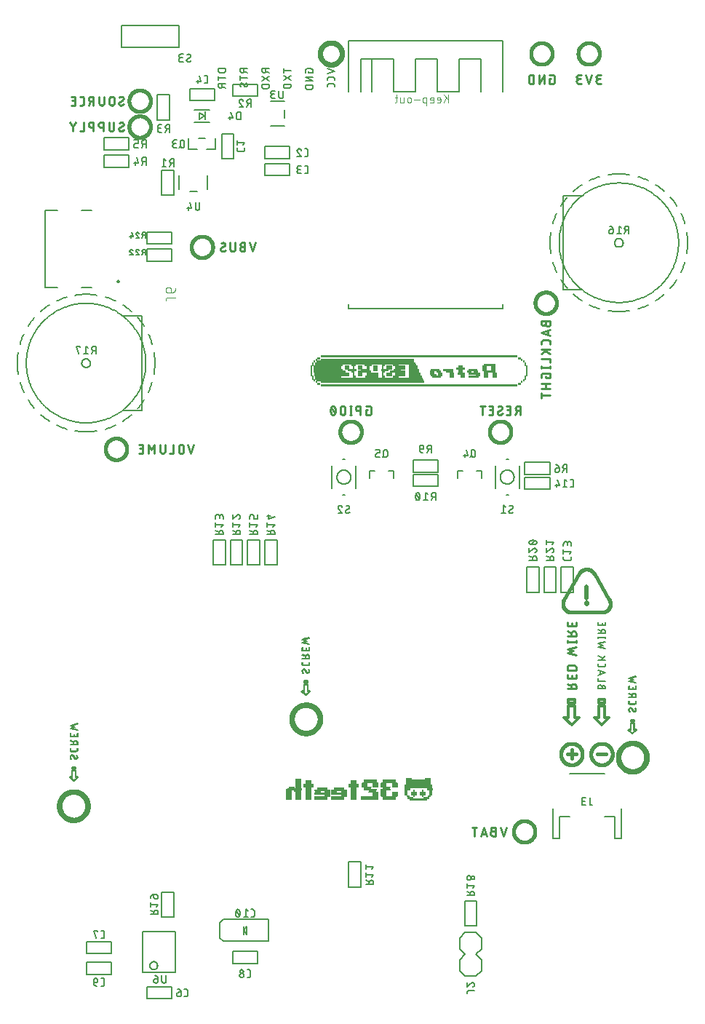
<source format=gbo>
G04 EAGLE Gerber RS-274X export*
G75*
%MOMM*%
%FSLAX34Y34*%
%LPD*%
%INBottom Silkscreen*%
%IPPOS*%
%AMOC8*
5,1,8,0,0,1.08239X$1,22.5*%
G01*
%ADD10C,0.406400*%
%ADD11C,0.254000*%
%ADD12C,0.203200*%
%ADD13C,0.508000*%
%ADD14C,0.609600*%
%ADD15C,0.177800*%
%ADD16C,0.304800*%
%ADD17C,0.127000*%
%ADD18R,0.200000X1.000000*%
%ADD19C,0.076200*%
%ADD20R,2.032000X0.050800*%
%ADD21R,1.524000X0.050800*%
%ADD22R,0.609600X0.050800*%
%ADD23R,0.711200X0.050800*%
%ADD24R,0.406400X0.050800*%
%ADD25R,0.203200X0.050800*%
%ADD26R,1.930400X0.050800*%
%ADD27R,1.828800X0.050800*%
%ADD28R,1.117600X0.050800*%
%ADD29R,0.914400X0.050800*%
%ADD30R,1.219200X0.050800*%
%ADD31R,1.625600X0.050800*%
%ADD32R,3.251200X0.050800*%
%ADD33R,2.844800X0.050800*%
%ADD34R,22.910800X0.025400*%
%ADD35R,0.406400X0.025400*%
%ADD36R,0.203200X0.025400*%
%ADD37R,12.039600X0.025400*%
%ADD38R,0.177800X0.025400*%
%ADD39R,12.446000X0.025400*%
%ADD40R,12.471400X0.025400*%
%ADD41R,0.584200X0.025400*%
%ADD42R,1.168400X0.025400*%
%ADD43R,0.990600X0.025400*%
%ADD44R,1.600200X0.025400*%
%ADD45R,0.609600X0.025400*%
%ADD46R,0.381000X0.025400*%
%ADD47R,1.574800X0.025400*%
%ADD48R,2.971800X0.025400*%
%ADD49R,1.397000X0.025400*%
%ADD50R,1.193800X0.025400*%
%ADD51R,1.371600X0.025400*%
%ADD52R,4.140200X0.025400*%
%ADD53R,0.787400X0.025400*%
%ADD54R,1.778000X0.025400*%
%ADD55R,3.733800X0.025400*%
%ADD56R,3.352800X0.025400*%
%ADD57R,3.149600X0.025400*%
%ADD58R,3.175000X0.025400*%
%ADD59R,11.658600X0.025400*%
%ADD60R,11.277600X0.025400*%
%ADD61R,10.871200X0.025400*%
%ADD62C,0.200000*%
%ADD63C,0.101600*%
%ADD64C,0.152400*%


D10*
X622500Y295000D02*
X622504Y295307D01*
X622515Y295613D01*
X622534Y295920D01*
X622560Y296225D01*
X622594Y296530D01*
X622635Y296834D01*
X622684Y297137D01*
X622740Y297439D01*
X622804Y297739D01*
X622875Y298037D01*
X622953Y298334D01*
X623038Y298629D01*
X623131Y298921D01*
X623231Y299211D01*
X623338Y299499D01*
X623452Y299784D01*
X623572Y300066D01*
X623700Y300344D01*
X623835Y300620D01*
X623976Y300892D01*
X624124Y301161D01*
X624278Y301426D01*
X624439Y301687D01*
X624607Y301945D01*
X624780Y302198D01*
X624960Y302446D01*
X625146Y302690D01*
X625337Y302930D01*
X625535Y303165D01*
X625738Y303394D01*
X625947Y303619D01*
X626161Y303839D01*
X626381Y304053D01*
X626606Y304262D01*
X626835Y304465D01*
X627070Y304663D01*
X627310Y304854D01*
X627554Y305040D01*
X627802Y305220D01*
X628055Y305393D01*
X628313Y305561D01*
X628574Y305722D01*
X628839Y305876D01*
X629108Y306024D01*
X629380Y306165D01*
X629656Y306300D01*
X629934Y306428D01*
X630216Y306548D01*
X630501Y306662D01*
X630789Y306769D01*
X631079Y306869D01*
X631371Y306962D01*
X631666Y307047D01*
X631963Y307125D01*
X632261Y307196D01*
X632561Y307260D01*
X632863Y307316D01*
X633166Y307365D01*
X633470Y307406D01*
X633775Y307440D01*
X634080Y307466D01*
X634387Y307485D01*
X634693Y307496D01*
X635000Y307500D01*
X635307Y307496D01*
X635613Y307485D01*
X635920Y307466D01*
X636225Y307440D01*
X636530Y307406D01*
X636834Y307365D01*
X637137Y307316D01*
X637439Y307260D01*
X637739Y307196D01*
X638037Y307125D01*
X638334Y307047D01*
X638629Y306962D01*
X638921Y306869D01*
X639211Y306769D01*
X639499Y306662D01*
X639784Y306548D01*
X640066Y306428D01*
X640344Y306300D01*
X640620Y306165D01*
X640892Y306024D01*
X641161Y305876D01*
X641426Y305722D01*
X641687Y305561D01*
X641945Y305393D01*
X642198Y305220D01*
X642446Y305040D01*
X642690Y304854D01*
X642930Y304663D01*
X643165Y304465D01*
X643394Y304262D01*
X643619Y304053D01*
X643839Y303839D01*
X644053Y303619D01*
X644262Y303394D01*
X644465Y303165D01*
X644663Y302930D01*
X644854Y302690D01*
X645040Y302446D01*
X645220Y302198D01*
X645393Y301945D01*
X645561Y301687D01*
X645722Y301426D01*
X645876Y301161D01*
X646024Y300892D01*
X646165Y300620D01*
X646300Y300344D01*
X646428Y300066D01*
X646548Y299784D01*
X646662Y299499D01*
X646769Y299211D01*
X646869Y298921D01*
X646962Y298629D01*
X647047Y298334D01*
X647125Y298037D01*
X647196Y297739D01*
X647260Y297439D01*
X647316Y297137D01*
X647365Y296834D01*
X647406Y296530D01*
X647440Y296225D01*
X647466Y295920D01*
X647485Y295613D01*
X647496Y295307D01*
X647500Y295000D01*
X647496Y294693D01*
X647485Y294387D01*
X647466Y294080D01*
X647440Y293775D01*
X647406Y293470D01*
X647365Y293166D01*
X647316Y292863D01*
X647260Y292561D01*
X647196Y292261D01*
X647125Y291963D01*
X647047Y291666D01*
X646962Y291371D01*
X646869Y291079D01*
X646769Y290789D01*
X646662Y290501D01*
X646548Y290216D01*
X646428Y289934D01*
X646300Y289656D01*
X646165Y289380D01*
X646024Y289108D01*
X645876Y288839D01*
X645722Y288574D01*
X645561Y288313D01*
X645393Y288055D01*
X645220Y287802D01*
X645040Y287554D01*
X644854Y287310D01*
X644663Y287070D01*
X644465Y286835D01*
X644262Y286606D01*
X644053Y286381D01*
X643839Y286161D01*
X643619Y285947D01*
X643394Y285738D01*
X643165Y285535D01*
X642930Y285337D01*
X642690Y285146D01*
X642446Y284960D01*
X642198Y284780D01*
X641945Y284607D01*
X641687Y284439D01*
X641426Y284278D01*
X641161Y284124D01*
X640892Y283976D01*
X640620Y283835D01*
X640344Y283700D01*
X640066Y283572D01*
X639784Y283452D01*
X639499Y283338D01*
X639211Y283231D01*
X638921Y283131D01*
X638629Y283038D01*
X638334Y282953D01*
X638037Y282875D01*
X637739Y282804D01*
X637439Y282740D01*
X637137Y282684D01*
X636834Y282635D01*
X636530Y282594D01*
X636225Y282560D01*
X635920Y282534D01*
X635613Y282515D01*
X635307Y282504D01*
X635000Y282500D01*
X634693Y282504D01*
X634387Y282515D01*
X634080Y282534D01*
X633775Y282560D01*
X633470Y282594D01*
X633166Y282635D01*
X632863Y282684D01*
X632561Y282740D01*
X632261Y282804D01*
X631963Y282875D01*
X631666Y282953D01*
X631371Y283038D01*
X631079Y283131D01*
X630789Y283231D01*
X630501Y283338D01*
X630216Y283452D01*
X629934Y283572D01*
X629656Y283700D01*
X629380Y283835D01*
X629108Y283976D01*
X628839Y284124D01*
X628574Y284278D01*
X628313Y284439D01*
X628055Y284607D01*
X627802Y284780D01*
X627554Y284960D01*
X627310Y285146D01*
X627070Y285337D01*
X626835Y285535D01*
X626606Y285738D01*
X626381Y285947D01*
X626161Y286161D01*
X625947Y286381D01*
X625738Y286606D01*
X625535Y286835D01*
X625337Y287070D01*
X625146Y287310D01*
X624960Y287554D01*
X624780Y287802D01*
X624607Y288055D01*
X624439Y288313D01*
X624278Y288574D01*
X624124Y288839D01*
X623976Y289108D01*
X623835Y289380D01*
X623700Y289656D01*
X623572Y289934D01*
X623452Y290216D01*
X623338Y290501D01*
X623231Y290789D01*
X623131Y291079D01*
X623038Y291371D01*
X622953Y291666D01*
X622875Y291963D01*
X622804Y292261D01*
X622740Y292561D01*
X622684Y292863D01*
X622635Y293166D01*
X622594Y293470D01*
X622560Y293775D01*
X622534Y294080D01*
X622515Y294387D01*
X622504Y294693D01*
X622500Y295000D01*
X587500Y295000D02*
X587504Y295307D01*
X587515Y295613D01*
X587534Y295920D01*
X587560Y296225D01*
X587594Y296530D01*
X587635Y296834D01*
X587684Y297137D01*
X587740Y297439D01*
X587804Y297739D01*
X587875Y298037D01*
X587953Y298334D01*
X588038Y298629D01*
X588131Y298921D01*
X588231Y299211D01*
X588338Y299499D01*
X588452Y299784D01*
X588572Y300066D01*
X588700Y300344D01*
X588835Y300620D01*
X588976Y300892D01*
X589124Y301161D01*
X589278Y301426D01*
X589439Y301687D01*
X589607Y301945D01*
X589780Y302198D01*
X589960Y302446D01*
X590146Y302690D01*
X590337Y302930D01*
X590535Y303165D01*
X590738Y303394D01*
X590947Y303619D01*
X591161Y303839D01*
X591381Y304053D01*
X591606Y304262D01*
X591835Y304465D01*
X592070Y304663D01*
X592310Y304854D01*
X592554Y305040D01*
X592802Y305220D01*
X593055Y305393D01*
X593313Y305561D01*
X593574Y305722D01*
X593839Y305876D01*
X594108Y306024D01*
X594380Y306165D01*
X594656Y306300D01*
X594934Y306428D01*
X595216Y306548D01*
X595501Y306662D01*
X595789Y306769D01*
X596079Y306869D01*
X596371Y306962D01*
X596666Y307047D01*
X596963Y307125D01*
X597261Y307196D01*
X597561Y307260D01*
X597863Y307316D01*
X598166Y307365D01*
X598470Y307406D01*
X598775Y307440D01*
X599080Y307466D01*
X599387Y307485D01*
X599693Y307496D01*
X600000Y307500D01*
X600307Y307496D01*
X600613Y307485D01*
X600920Y307466D01*
X601225Y307440D01*
X601530Y307406D01*
X601834Y307365D01*
X602137Y307316D01*
X602439Y307260D01*
X602739Y307196D01*
X603037Y307125D01*
X603334Y307047D01*
X603629Y306962D01*
X603921Y306869D01*
X604211Y306769D01*
X604499Y306662D01*
X604784Y306548D01*
X605066Y306428D01*
X605344Y306300D01*
X605620Y306165D01*
X605892Y306024D01*
X606161Y305876D01*
X606426Y305722D01*
X606687Y305561D01*
X606945Y305393D01*
X607198Y305220D01*
X607446Y305040D01*
X607690Y304854D01*
X607930Y304663D01*
X608165Y304465D01*
X608394Y304262D01*
X608619Y304053D01*
X608839Y303839D01*
X609053Y303619D01*
X609262Y303394D01*
X609465Y303165D01*
X609663Y302930D01*
X609854Y302690D01*
X610040Y302446D01*
X610220Y302198D01*
X610393Y301945D01*
X610561Y301687D01*
X610722Y301426D01*
X610876Y301161D01*
X611024Y300892D01*
X611165Y300620D01*
X611300Y300344D01*
X611428Y300066D01*
X611548Y299784D01*
X611662Y299499D01*
X611769Y299211D01*
X611869Y298921D01*
X611962Y298629D01*
X612047Y298334D01*
X612125Y298037D01*
X612196Y297739D01*
X612260Y297439D01*
X612316Y297137D01*
X612365Y296834D01*
X612406Y296530D01*
X612440Y296225D01*
X612466Y295920D01*
X612485Y295613D01*
X612496Y295307D01*
X612500Y295000D01*
X612496Y294693D01*
X612485Y294387D01*
X612466Y294080D01*
X612440Y293775D01*
X612406Y293470D01*
X612365Y293166D01*
X612316Y292863D01*
X612260Y292561D01*
X612196Y292261D01*
X612125Y291963D01*
X612047Y291666D01*
X611962Y291371D01*
X611869Y291079D01*
X611769Y290789D01*
X611662Y290501D01*
X611548Y290216D01*
X611428Y289934D01*
X611300Y289656D01*
X611165Y289380D01*
X611024Y289108D01*
X610876Y288839D01*
X610722Y288574D01*
X610561Y288313D01*
X610393Y288055D01*
X610220Y287802D01*
X610040Y287554D01*
X609854Y287310D01*
X609663Y287070D01*
X609465Y286835D01*
X609262Y286606D01*
X609053Y286381D01*
X608839Y286161D01*
X608619Y285947D01*
X608394Y285738D01*
X608165Y285535D01*
X607930Y285337D01*
X607690Y285146D01*
X607446Y284960D01*
X607198Y284780D01*
X606945Y284607D01*
X606687Y284439D01*
X606426Y284278D01*
X606161Y284124D01*
X605892Y283976D01*
X605620Y283835D01*
X605344Y283700D01*
X605066Y283572D01*
X604784Y283452D01*
X604499Y283338D01*
X604211Y283231D01*
X603921Y283131D01*
X603629Y283038D01*
X603334Y282953D01*
X603037Y282875D01*
X602739Y282804D01*
X602439Y282740D01*
X602137Y282684D01*
X601834Y282635D01*
X601530Y282594D01*
X601225Y282560D01*
X600920Y282534D01*
X600613Y282515D01*
X600307Y282504D01*
X600000Y282500D01*
X599693Y282504D01*
X599387Y282515D01*
X599080Y282534D01*
X598775Y282560D01*
X598470Y282594D01*
X598166Y282635D01*
X597863Y282684D01*
X597561Y282740D01*
X597261Y282804D01*
X596963Y282875D01*
X596666Y282953D01*
X596371Y283038D01*
X596079Y283131D01*
X595789Y283231D01*
X595501Y283338D01*
X595216Y283452D01*
X594934Y283572D01*
X594656Y283700D01*
X594380Y283835D01*
X594108Y283976D01*
X593839Y284124D01*
X593574Y284278D01*
X593313Y284439D01*
X593055Y284607D01*
X592802Y284780D01*
X592554Y284960D01*
X592310Y285146D01*
X592070Y285337D01*
X591835Y285535D01*
X591606Y285738D01*
X591381Y285947D01*
X591161Y286161D01*
X590947Y286381D01*
X590738Y286606D01*
X590535Y286835D01*
X590337Y287070D01*
X590146Y287310D01*
X589960Y287554D01*
X589780Y287802D01*
X589607Y288055D01*
X589439Y288313D01*
X589278Y288574D01*
X589124Y288839D01*
X588976Y289108D01*
X588835Y289380D01*
X588700Y289656D01*
X588572Y289934D01*
X588452Y290216D01*
X588338Y290501D01*
X588231Y290789D01*
X588131Y291079D01*
X588038Y291371D01*
X587953Y291666D01*
X587875Y291963D01*
X587804Y292261D01*
X587740Y292561D01*
X587684Y292863D01*
X587635Y293166D01*
X587594Y293470D01*
X587560Y293775D01*
X587534Y294080D01*
X587515Y294387D01*
X587504Y294693D01*
X587500Y295000D01*
X600000Y300000D02*
X600000Y290000D01*
X595000Y295000D02*
X605000Y295000D01*
X630000Y295000D02*
X640000Y295000D01*
D11*
X605080Y371270D02*
X594920Y371270D01*
X605080Y371270D02*
X605080Y374092D01*
X605078Y374198D01*
X605072Y374303D01*
X605062Y374408D01*
X605048Y374513D01*
X605031Y374617D01*
X605009Y374720D01*
X604984Y374822D01*
X604955Y374924D01*
X604922Y375024D01*
X604885Y375123D01*
X604845Y375220D01*
X604801Y375316D01*
X604753Y375411D01*
X604702Y375503D01*
X604647Y375593D01*
X604590Y375682D01*
X604529Y375768D01*
X604464Y375851D01*
X604397Y375933D01*
X604327Y376011D01*
X604253Y376087D01*
X604177Y376161D01*
X604099Y376231D01*
X604017Y376298D01*
X603934Y376363D01*
X603848Y376424D01*
X603759Y376481D01*
X603669Y376536D01*
X603577Y376587D01*
X603482Y376635D01*
X603386Y376679D01*
X603289Y376719D01*
X603190Y376756D01*
X603090Y376789D01*
X602988Y376818D01*
X602886Y376843D01*
X602783Y376865D01*
X602679Y376882D01*
X602574Y376896D01*
X602469Y376906D01*
X602364Y376912D01*
X602258Y376914D01*
X602152Y376912D01*
X602047Y376906D01*
X601942Y376896D01*
X601837Y376882D01*
X601733Y376865D01*
X601630Y376843D01*
X601528Y376818D01*
X601426Y376789D01*
X601326Y376756D01*
X601227Y376719D01*
X601130Y376679D01*
X601034Y376635D01*
X600939Y376587D01*
X600847Y376536D01*
X600757Y376481D01*
X600668Y376424D01*
X600582Y376363D01*
X600499Y376298D01*
X600417Y376231D01*
X600339Y376161D01*
X600263Y376087D01*
X600189Y376011D01*
X600119Y375933D01*
X600052Y375851D01*
X599987Y375768D01*
X599926Y375682D01*
X599869Y375593D01*
X599814Y375503D01*
X599763Y375411D01*
X599715Y375316D01*
X599671Y375220D01*
X599631Y375123D01*
X599594Y375024D01*
X599561Y374924D01*
X599532Y374822D01*
X599507Y374720D01*
X599485Y374617D01*
X599468Y374513D01*
X599454Y374408D01*
X599444Y374303D01*
X599438Y374198D01*
X599436Y374092D01*
X599436Y371270D01*
X599436Y374657D02*
X594920Y376914D01*
X594920Y382992D02*
X594920Y387507D01*
X594920Y382992D02*
X605080Y382992D01*
X605080Y387507D01*
X600564Y386378D02*
X600564Y382992D01*
X605080Y392858D02*
X594920Y392858D01*
X605080Y392858D02*
X605080Y395680D01*
X605078Y395786D01*
X605072Y395891D01*
X605062Y395996D01*
X605048Y396101D01*
X605031Y396205D01*
X605009Y396308D01*
X604984Y396410D01*
X604955Y396512D01*
X604922Y396612D01*
X604885Y396711D01*
X604845Y396809D01*
X604801Y396904D01*
X604753Y396999D01*
X604702Y397091D01*
X604647Y397181D01*
X604590Y397270D01*
X604529Y397356D01*
X604464Y397439D01*
X604397Y397521D01*
X604327Y397599D01*
X604253Y397675D01*
X604177Y397749D01*
X604099Y397819D01*
X604017Y397886D01*
X603934Y397951D01*
X603848Y398012D01*
X603759Y398069D01*
X603669Y398124D01*
X603577Y398175D01*
X603482Y398223D01*
X603386Y398267D01*
X603289Y398307D01*
X603190Y398344D01*
X603090Y398377D01*
X602988Y398406D01*
X602886Y398431D01*
X602783Y398453D01*
X602679Y398470D01*
X602574Y398484D01*
X602469Y398494D01*
X602363Y398500D01*
X602258Y398502D01*
X602258Y398503D02*
X597742Y398503D01*
X597742Y398502D02*
X597636Y398500D01*
X597531Y398494D01*
X597426Y398484D01*
X597321Y398470D01*
X597217Y398453D01*
X597114Y398431D01*
X597012Y398406D01*
X596910Y398377D01*
X596810Y398344D01*
X596711Y398307D01*
X596614Y398267D01*
X596518Y398223D01*
X596423Y398175D01*
X596331Y398124D01*
X596241Y398069D01*
X596152Y398012D01*
X596066Y397951D01*
X595983Y397886D01*
X595901Y397819D01*
X595823Y397749D01*
X595747Y397675D01*
X595673Y397599D01*
X595603Y397521D01*
X595536Y397440D01*
X595471Y397356D01*
X595410Y397270D01*
X595353Y397181D01*
X595298Y397091D01*
X595247Y396999D01*
X595199Y396904D01*
X595155Y396809D01*
X595115Y396711D01*
X595078Y396612D01*
X595045Y396512D01*
X595016Y396410D01*
X594991Y396308D01*
X594969Y396205D01*
X594952Y396101D01*
X594938Y395996D01*
X594928Y395891D01*
X594922Y395786D01*
X594920Y395680D01*
X594920Y392858D01*
X594920Y412854D02*
X605080Y410596D01*
X601693Y415111D02*
X594920Y412854D01*
X594920Y417369D02*
X601693Y415111D01*
X605080Y419627D02*
X594920Y417369D01*
X594920Y425779D02*
X605080Y425779D01*
X594920Y424650D02*
X594920Y426908D01*
X605080Y426908D02*
X605080Y424650D01*
X605080Y432611D02*
X594920Y432611D01*
X605080Y432611D02*
X605080Y435433D01*
X605078Y435539D01*
X605072Y435644D01*
X605062Y435749D01*
X605048Y435854D01*
X605031Y435958D01*
X605009Y436061D01*
X604984Y436163D01*
X604955Y436265D01*
X604922Y436365D01*
X604885Y436464D01*
X604845Y436561D01*
X604801Y436657D01*
X604753Y436752D01*
X604702Y436844D01*
X604647Y436934D01*
X604590Y437023D01*
X604529Y437109D01*
X604464Y437192D01*
X604397Y437274D01*
X604327Y437352D01*
X604253Y437428D01*
X604177Y437502D01*
X604099Y437572D01*
X604017Y437639D01*
X603934Y437704D01*
X603848Y437765D01*
X603759Y437822D01*
X603669Y437877D01*
X603577Y437928D01*
X603482Y437976D01*
X603386Y438020D01*
X603289Y438060D01*
X603190Y438097D01*
X603090Y438130D01*
X602988Y438159D01*
X602886Y438184D01*
X602783Y438206D01*
X602679Y438223D01*
X602574Y438237D01*
X602469Y438247D01*
X602364Y438253D01*
X602258Y438255D01*
X602152Y438253D01*
X602047Y438247D01*
X601942Y438237D01*
X601837Y438223D01*
X601733Y438206D01*
X601630Y438184D01*
X601528Y438159D01*
X601426Y438130D01*
X601326Y438097D01*
X601227Y438060D01*
X601130Y438020D01*
X601034Y437976D01*
X600939Y437928D01*
X600847Y437877D01*
X600757Y437822D01*
X600668Y437765D01*
X600582Y437704D01*
X600499Y437639D01*
X600417Y437572D01*
X600339Y437502D01*
X600263Y437428D01*
X600189Y437352D01*
X600119Y437274D01*
X600052Y437192D01*
X599987Y437109D01*
X599926Y437023D01*
X599869Y436934D01*
X599814Y436844D01*
X599763Y436752D01*
X599715Y436657D01*
X599671Y436561D01*
X599631Y436464D01*
X599594Y436365D01*
X599561Y436265D01*
X599532Y436163D01*
X599507Y436061D01*
X599485Y435958D01*
X599468Y435854D01*
X599454Y435749D01*
X599444Y435644D01*
X599438Y435539D01*
X599436Y435433D01*
X599436Y432611D01*
X599436Y435998D02*
X594920Y438255D01*
X594920Y444333D02*
X594920Y448848D01*
X594920Y444333D02*
X605080Y444333D01*
X605080Y448848D01*
X600564Y447719D02*
X600564Y444333D01*
D12*
X635452Y373274D02*
X635452Y371016D01*
X635452Y373274D02*
X635450Y373367D01*
X635444Y373460D01*
X635435Y373553D01*
X635421Y373646D01*
X635404Y373737D01*
X635383Y373828D01*
X635358Y373918D01*
X635330Y374007D01*
X635298Y374095D01*
X635262Y374181D01*
X635223Y374266D01*
X635180Y374349D01*
X635134Y374430D01*
X635084Y374509D01*
X635032Y374586D01*
X634976Y374661D01*
X634917Y374733D01*
X634855Y374803D01*
X634791Y374871D01*
X634723Y374935D01*
X634653Y374997D01*
X634581Y375056D01*
X634506Y375112D01*
X634429Y375164D01*
X634350Y375214D01*
X634269Y375260D01*
X634186Y375303D01*
X634101Y375342D01*
X634015Y375378D01*
X633927Y375410D01*
X633838Y375438D01*
X633748Y375463D01*
X633657Y375484D01*
X633566Y375501D01*
X633473Y375515D01*
X633380Y375524D01*
X633287Y375530D01*
X633194Y375532D01*
X633101Y375530D01*
X633008Y375524D01*
X632915Y375515D01*
X632822Y375501D01*
X632731Y375484D01*
X632640Y375463D01*
X632550Y375438D01*
X632461Y375410D01*
X632373Y375378D01*
X632287Y375342D01*
X632202Y375303D01*
X632119Y375260D01*
X632038Y375214D01*
X631959Y375164D01*
X631882Y375112D01*
X631807Y375056D01*
X631735Y374997D01*
X631665Y374935D01*
X631597Y374871D01*
X631533Y374803D01*
X631471Y374733D01*
X631412Y374661D01*
X631356Y374586D01*
X631304Y374509D01*
X631254Y374430D01*
X631208Y374349D01*
X631165Y374266D01*
X631126Y374181D01*
X631090Y374095D01*
X631058Y374007D01*
X631030Y373918D01*
X631005Y373828D01*
X630984Y373737D01*
X630967Y373646D01*
X630953Y373553D01*
X630944Y373460D01*
X630938Y373367D01*
X630936Y373274D01*
X630936Y371016D01*
X639064Y371016D01*
X639064Y373274D01*
X639062Y373357D01*
X639056Y373441D01*
X639047Y373524D01*
X639033Y373606D01*
X639016Y373687D01*
X638995Y373768D01*
X638970Y373848D01*
X638942Y373926D01*
X638910Y374003D01*
X638875Y374079D01*
X638836Y374153D01*
X638793Y374225D01*
X638748Y374295D01*
X638699Y374362D01*
X638647Y374428D01*
X638593Y374491D01*
X638535Y374551D01*
X638475Y374609D01*
X638412Y374663D01*
X638346Y374715D01*
X638279Y374764D01*
X638209Y374809D01*
X638137Y374852D01*
X638063Y374891D01*
X637987Y374926D01*
X637910Y374958D01*
X637832Y374986D01*
X637752Y375011D01*
X637671Y375032D01*
X637590Y375049D01*
X637508Y375063D01*
X637425Y375072D01*
X637341Y375078D01*
X637258Y375080D01*
X637175Y375078D01*
X637091Y375072D01*
X637008Y375063D01*
X636926Y375049D01*
X636845Y375032D01*
X636764Y375011D01*
X636684Y374986D01*
X636606Y374958D01*
X636529Y374926D01*
X636453Y374891D01*
X636379Y374852D01*
X636307Y374809D01*
X636237Y374764D01*
X636170Y374715D01*
X636104Y374663D01*
X636041Y374609D01*
X635981Y374551D01*
X635923Y374491D01*
X635869Y374428D01*
X635817Y374362D01*
X635768Y374295D01*
X635723Y374225D01*
X635680Y374153D01*
X635641Y374079D01*
X635606Y374003D01*
X635574Y373926D01*
X635546Y373848D01*
X635521Y373768D01*
X635500Y373687D01*
X635483Y373606D01*
X635469Y373524D01*
X635460Y373441D01*
X635454Y373357D01*
X635452Y373274D01*
X639064Y379954D02*
X630936Y379954D01*
X630936Y383567D01*
X630936Y387091D02*
X639064Y389801D01*
X630936Y392510D01*
X632968Y391833D02*
X632968Y387769D01*
X630936Y398447D02*
X630936Y400253D01*
X630936Y398447D02*
X630938Y398364D01*
X630944Y398280D01*
X630953Y398197D01*
X630967Y398115D01*
X630984Y398034D01*
X631005Y397953D01*
X631030Y397873D01*
X631058Y397795D01*
X631090Y397718D01*
X631125Y397642D01*
X631164Y397568D01*
X631207Y397496D01*
X631252Y397426D01*
X631301Y397359D01*
X631353Y397293D01*
X631407Y397230D01*
X631465Y397170D01*
X631525Y397112D01*
X631588Y397058D01*
X631654Y397006D01*
X631721Y396957D01*
X631791Y396912D01*
X631863Y396869D01*
X631937Y396830D01*
X632013Y396795D01*
X632090Y396763D01*
X632168Y396735D01*
X632248Y396710D01*
X632329Y396689D01*
X632410Y396672D01*
X632492Y396658D01*
X632575Y396649D01*
X632659Y396643D01*
X632742Y396641D01*
X632742Y396640D02*
X637258Y396640D01*
X637258Y396641D02*
X637341Y396643D01*
X637425Y396649D01*
X637508Y396658D01*
X637590Y396672D01*
X637671Y396689D01*
X637752Y396710D01*
X637832Y396735D01*
X637910Y396763D01*
X637987Y396795D01*
X638063Y396830D01*
X638137Y396869D01*
X638209Y396912D01*
X638279Y396957D01*
X638346Y397006D01*
X638412Y397058D01*
X638475Y397112D01*
X638535Y397170D01*
X638593Y397230D01*
X638647Y397293D01*
X638699Y397359D01*
X638748Y397426D01*
X638793Y397496D01*
X638836Y397568D01*
X638875Y397642D01*
X638910Y397717D01*
X638942Y397795D01*
X638970Y397873D01*
X638995Y397953D01*
X639016Y398033D01*
X639033Y398115D01*
X639047Y398197D01*
X639056Y398280D01*
X639062Y398364D01*
X639064Y398447D01*
X639064Y400253D01*
X639064Y404849D02*
X630936Y404849D01*
X634097Y404849D02*
X639064Y409364D01*
X635903Y406655D02*
X630936Y409364D01*
X630936Y419998D02*
X639064Y418192D01*
X636355Y421804D02*
X630936Y419998D01*
X630936Y423611D02*
X636355Y421804D01*
X639064Y425417D02*
X630936Y423611D01*
X630936Y430339D02*
X639064Y430339D01*
X630936Y429436D02*
X630936Y431242D01*
X639064Y431242D02*
X639064Y429436D01*
X639064Y435804D02*
X630936Y435804D01*
X639064Y435804D02*
X639064Y438062D01*
X639062Y438155D01*
X639056Y438248D01*
X639047Y438341D01*
X639033Y438434D01*
X639016Y438525D01*
X638995Y438616D01*
X638970Y438706D01*
X638942Y438795D01*
X638910Y438883D01*
X638874Y438969D01*
X638835Y439054D01*
X638792Y439137D01*
X638746Y439218D01*
X638696Y439297D01*
X638644Y439374D01*
X638588Y439449D01*
X638529Y439521D01*
X638467Y439591D01*
X638403Y439659D01*
X638335Y439723D01*
X638265Y439785D01*
X638193Y439844D01*
X638118Y439900D01*
X638041Y439952D01*
X637962Y440002D01*
X637881Y440048D01*
X637798Y440091D01*
X637713Y440130D01*
X637627Y440166D01*
X637539Y440198D01*
X637450Y440226D01*
X637360Y440251D01*
X637269Y440272D01*
X637178Y440289D01*
X637085Y440303D01*
X636992Y440312D01*
X636899Y440318D01*
X636806Y440320D01*
X636713Y440318D01*
X636620Y440312D01*
X636527Y440303D01*
X636434Y440289D01*
X636343Y440272D01*
X636252Y440251D01*
X636162Y440226D01*
X636073Y440198D01*
X635985Y440166D01*
X635899Y440130D01*
X635814Y440091D01*
X635731Y440048D01*
X635650Y440002D01*
X635571Y439952D01*
X635494Y439900D01*
X635419Y439844D01*
X635347Y439785D01*
X635277Y439723D01*
X635209Y439659D01*
X635145Y439591D01*
X635083Y439521D01*
X635024Y439449D01*
X634968Y439374D01*
X634916Y439297D01*
X634866Y439218D01*
X634820Y439137D01*
X634777Y439054D01*
X634738Y438969D01*
X634702Y438883D01*
X634670Y438795D01*
X634642Y438706D01*
X634617Y438616D01*
X634596Y438525D01*
X634579Y438434D01*
X634565Y438341D01*
X634556Y438248D01*
X634550Y438155D01*
X634548Y438062D01*
X634548Y435804D01*
X634548Y438513D02*
X630936Y440320D01*
X630936Y445181D02*
X630936Y448794D01*
X630936Y445181D02*
X639064Y445181D01*
X639064Y448794D01*
X635452Y447891D02*
X635452Y445181D01*
D10*
X643727Y475039D02*
X626138Y505192D01*
X643728Y475039D02*
X643848Y474826D01*
X643963Y474611D01*
X644073Y474393D01*
X644178Y474173D01*
X644277Y473950D01*
X644371Y473724D01*
X644459Y473497D01*
X644541Y473267D01*
X644618Y473036D01*
X644689Y472802D01*
X644755Y472567D01*
X644815Y472330D01*
X644869Y472092D01*
X644917Y471853D01*
X644959Y471613D01*
X644995Y471372D01*
X645026Y471129D01*
X645051Y470887D01*
X645069Y470643D01*
X645082Y470400D01*
X645089Y470156D01*
X645090Y469912D01*
X645084Y469668D01*
X645073Y469424D01*
X645056Y469180D01*
X645033Y468937D01*
X645004Y468695D01*
X644970Y468453D01*
X644929Y468213D01*
X644882Y467973D01*
X644830Y467735D01*
X644772Y467498D01*
X644708Y467262D01*
X644638Y467028D01*
X644563Y466796D01*
X644482Y466566D01*
X644395Y466338D01*
X644303Y466112D01*
X644206Y465888D01*
X644103Y465667D01*
X643994Y465448D01*
X643880Y465232D01*
X643761Y465019D01*
X643637Y464809D01*
X643508Y464602D01*
X643374Y464398D01*
X643235Y464198D01*
X643091Y464001D01*
X642942Y463807D01*
X642788Y463618D01*
X642630Y463432D01*
X642468Y463250D01*
X642301Y463072D01*
X642130Y462898D01*
X641954Y462728D01*
X641775Y462563D01*
X641591Y462402D01*
X641404Y462245D01*
X641213Y462094D01*
X641018Y461947D01*
X640820Y461804D01*
X640618Y461667D01*
X640413Y461535D01*
X640205Y461407D01*
X639994Y461285D01*
X639780Y461168D01*
X639563Y461056D01*
X639343Y460949D01*
X639121Y460848D01*
X638896Y460753D01*
X638670Y460663D01*
X638441Y460578D01*
X638210Y460499D01*
X637977Y460426D01*
X637742Y460358D01*
X637506Y460296D01*
X637269Y460240D01*
X637030Y460190D01*
X636790Y460146D01*
X636549Y460107D01*
X636307Y460074D01*
X636065Y460048D01*
X635822Y460027D01*
X635578Y460012D01*
X635334Y460003D01*
X635090Y460000D01*
X599910Y460000D01*
X599666Y460003D01*
X599422Y460012D01*
X599178Y460027D01*
X598935Y460048D01*
X598693Y460074D01*
X598451Y460107D01*
X598210Y460146D01*
X597970Y460190D01*
X597731Y460240D01*
X597494Y460296D01*
X597258Y460358D01*
X597023Y460426D01*
X596790Y460499D01*
X596559Y460578D01*
X596330Y460663D01*
X596104Y460753D01*
X595879Y460848D01*
X595657Y460949D01*
X595437Y461056D01*
X595220Y461168D01*
X595006Y461285D01*
X594795Y461407D01*
X594587Y461535D01*
X594382Y461667D01*
X594180Y461804D01*
X593982Y461947D01*
X593787Y462094D01*
X593596Y462245D01*
X593409Y462402D01*
X593225Y462563D01*
X593046Y462728D01*
X592870Y462898D01*
X592699Y463072D01*
X592532Y463250D01*
X592370Y463432D01*
X592212Y463618D01*
X592058Y463807D01*
X591909Y464001D01*
X591765Y464198D01*
X591626Y464398D01*
X591492Y464602D01*
X591363Y464809D01*
X591239Y465019D01*
X591120Y465232D01*
X591006Y465448D01*
X590897Y465667D01*
X590794Y465888D01*
X590697Y466112D01*
X590605Y466338D01*
X590518Y466566D01*
X590437Y466796D01*
X590362Y467028D01*
X590292Y467262D01*
X590228Y467498D01*
X590170Y467735D01*
X590118Y467973D01*
X590071Y468213D01*
X590030Y468453D01*
X589996Y468695D01*
X589967Y468937D01*
X589944Y469180D01*
X589927Y469424D01*
X589916Y469668D01*
X589910Y469912D01*
X589911Y470156D01*
X589918Y470400D01*
X589931Y470643D01*
X589949Y470887D01*
X589974Y471129D01*
X590005Y471372D01*
X590041Y471613D01*
X590083Y471853D01*
X590131Y472092D01*
X590185Y472330D01*
X590245Y472567D01*
X590311Y472802D01*
X590382Y473036D01*
X590459Y473267D01*
X590541Y473497D01*
X590629Y473724D01*
X590723Y473950D01*
X590822Y474173D01*
X590927Y474393D01*
X591037Y474611D01*
X591152Y474826D01*
X591272Y475039D01*
X591273Y475039D02*
X608862Y505192D01*
X608862Y505193D02*
X608988Y505403D01*
X609120Y505610D01*
X609256Y505814D01*
X609397Y506015D01*
X609544Y506212D01*
X609695Y506405D01*
X609850Y506595D01*
X610011Y506781D01*
X610176Y506962D01*
X610345Y507140D01*
X610518Y507313D01*
X610696Y507482D01*
X610878Y507647D01*
X611064Y507807D01*
X611253Y507963D01*
X611447Y508114D01*
X611644Y508260D01*
X611845Y508401D01*
X612049Y508537D01*
X612256Y508669D01*
X612466Y508795D01*
X612680Y508916D01*
X612896Y509031D01*
X613115Y509141D01*
X613337Y509246D01*
X613561Y509346D01*
X613788Y509440D01*
X614017Y509528D01*
X614248Y509610D01*
X614481Y509687D01*
X614716Y509759D01*
X614952Y509824D01*
X615190Y509884D01*
X615430Y509937D01*
X615670Y509985D01*
X615912Y510027D01*
X616155Y510063D01*
X616398Y510093D01*
X616642Y510117D01*
X616887Y510135D01*
X617132Y510147D01*
X617377Y510153D01*
X617623Y510153D01*
X617868Y510147D01*
X618113Y510135D01*
X618358Y510117D01*
X618602Y510093D01*
X618845Y510063D01*
X619088Y510027D01*
X619330Y509985D01*
X619570Y509937D01*
X619810Y509884D01*
X620048Y509824D01*
X620284Y509759D01*
X620519Y509687D01*
X620752Y509610D01*
X620983Y509528D01*
X621212Y509440D01*
X621439Y509346D01*
X621663Y509246D01*
X621885Y509141D01*
X622104Y509031D01*
X622320Y508916D01*
X622534Y508795D01*
X622744Y508669D01*
X622951Y508537D01*
X623155Y508401D01*
X623356Y508260D01*
X623553Y508114D01*
X623747Y507963D01*
X623936Y507807D01*
X624122Y507647D01*
X624304Y507482D01*
X624482Y507313D01*
X624655Y507140D01*
X624824Y506962D01*
X624989Y506781D01*
X625150Y506595D01*
X625305Y506405D01*
X625456Y506212D01*
X625603Y506015D01*
X625744Y505814D01*
X625880Y505610D01*
X626012Y505403D01*
X626138Y505193D01*
D13*
X617500Y490160D02*
X617500Y476613D01*
X618064Y470969D02*
X618064Y469840D01*
X618064Y470969D02*
X616936Y470969D01*
X616936Y469840D01*
X618064Y469840D01*
D14*
X274500Y336000D02*
X274505Y336405D01*
X274520Y336810D01*
X274545Y337214D01*
X274579Y337617D01*
X274624Y338020D01*
X274679Y338421D01*
X274743Y338821D01*
X274817Y339219D01*
X274901Y339615D01*
X274994Y340009D01*
X275098Y340401D01*
X275210Y340790D01*
X275333Y341176D01*
X275465Y341559D01*
X275606Y341938D01*
X275756Y342314D01*
X275916Y342686D01*
X276084Y343055D01*
X276262Y343419D01*
X276448Y343778D01*
X276644Y344133D01*
X276847Y344483D01*
X277060Y344827D01*
X277281Y345167D01*
X277510Y345501D01*
X277747Y345829D01*
X277992Y346151D01*
X278245Y346467D01*
X278506Y346777D01*
X278774Y347081D01*
X279050Y347377D01*
X279333Y347667D01*
X279623Y347950D01*
X279919Y348226D01*
X280223Y348494D01*
X280533Y348755D01*
X280849Y349008D01*
X281171Y349253D01*
X281499Y349490D01*
X281833Y349719D01*
X282173Y349940D01*
X282517Y350153D01*
X282867Y350356D01*
X283222Y350552D01*
X283581Y350738D01*
X283945Y350916D01*
X284314Y351084D01*
X284686Y351244D01*
X285062Y351394D01*
X285441Y351535D01*
X285824Y351667D01*
X286210Y351790D01*
X286599Y351902D01*
X286991Y352006D01*
X287385Y352099D01*
X287781Y352183D01*
X288179Y352257D01*
X288579Y352321D01*
X288980Y352376D01*
X289383Y352421D01*
X289786Y352455D01*
X290190Y352480D01*
X290595Y352495D01*
X291000Y352500D01*
X291405Y352495D01*
X291810Y352480D01*
X292214Y352455D01*
X292617Y352421D01*
X293020Y352376D01*
X293421Y352321D01*
X293821Y352257D01*
X294219Y352183D01*
X294615Y352099D01*
X295009Y352006D01*
X295401Y351902D01*
X295790Y351790D01*
X296176Y351667D01*
X296559Y351535D01*
X296938Y351394D01*
X297314Y351244D01*
X297686Y351084D01*
X298055Y350916D01*
X298419Y350738D01*
X298778Y350552D01*
X299133Y350356D01*
X299483Y350153D01*
X299827Y349940D01*
X300167Y349719D01*
X300501Y349490D01*
X300829Y349253D01*
X301151Y349008D01*
X301467Y348755D01*
X301777Y348494D01*
X302081Y348226D01*
X302377Y347950D01*
X302667Y347667D01*
X302950Y347377D01*
X303226Y347081D01*
X303494Y346777D01*
X303755Y346467D01*
X304008Y346151D01*
X304253Y345829D01*
X304490Y345501D01*
X304719Y345167D01*
X304940Y344827D01*
X305153Y344483D01*
X305356Y344133D01*
X305552Y343778D01*
X305738Y343419D01*
X305916Y343055D01*
X306084Y342686D01*
X306244Y342314D01*
X306394Y341938D01*
X306535Y341559D01*
X306667Y341176D01*
X306790Y340790D01*
X306902Y340401D01*
X307006Y340009D01*
X307099Y339615D01*
X307183Y339219D01*
X307257Y338821D01*
X307321Y338421D01*
X307376Y338020D01*
X307421Y337617D01*
X307455Y337214D01*
X307480Y336810D01*
X307495Y336405D01*
X307500Y336000D01*
X307495Y335595D01*
X307480Y335190D01*
X307455Y334786D01*
X307421Y334383D01*
X307376Y333980D01*
X307321Y333579D01*
X307257Y333179D01*
X307183Y332781D01*
X307099Y332385D01*
X307006Y331991D01*
X306902Y331599D01*
X306790Y331210D01*
X306667Y330824D01*
X306535Y330441D01*
X306394Y330062D01*
X306244Y329686D01*
X306084Y329314D01*
X305916Y328945D01*
X305738Y328581D01*
X305552Y328222D01*
X305356Y327867D01*
X305153Y327517D01*
X304940Y327173D01*
X304719Y326833D01*
X304490Y326499D01*
X304253Y326171D01*
X304008Y325849D01*
X303755Y325533D01*
X303494Y325223D01*
X303226Y324919D01*
X302950Y324623D01*
X302667Y324333D01*
X302377Y324050D01*
X302081Y323774D01*
X301777Y323506D01*
X301467Y323245D01*
X301151Y322992D01*
X300829Y322747D01*
X300501Y322510D01*
X300167Y322281D01*
X299827Y322060D01*
X299483Y321847D01*
X299133Y321644D01*
X298778Y321448D01*
X298419Y321262D01*
X298055Y321084D01*
X297686Y320916D01*
X297314Y320756D01*
X296938Y320606D01*
X296559Y320465D01*
X296176Y320333D01*
X295790Y320210D01*
X295401Y320098D01*
X295009Y319994D01*
X294615Y319901D01*
X294219Y319817D01*
X293821Y319743D01*
X293421Y319679D01*
X293020Y319624D01*
X292617Y319579D01*
X292214Y319545D01*
X291810Y319520D01*
X291405Y319505D01*
X291000Y319500D01*
X290595Y319505D01*
X290190Y319520D01*
X289786Y319545D01*
X289383Y319579D01*
X288980Y319624D01*
X288579Y319679D01*
X288179Y319743D01*
X287781Y319817D01*
X287385Y319901D01*
X286991Y319994D01*
X286599Y320098D01*
X286210Y320210D01*
X285824Y320333D01*
X285441Y320465D01*
X285062Y320606D01*
X284686Y320756D01*
X284314Y320916D01*
X283945Y321084D01*
X283581Y321262D01*
X283222Y321448D01*
X282867Y321644D01*
X282517Y321847D01*
X282173Y322060D01*
X281833Y322281D01*
X281499Y322510D01*
X281171Y322747D01*
X280849Y322992D01*
X280533Y323245D01*
X280223Y323506D01*
X279919Y323774D01*
X279623Y324050D01*
X279333Y324333D01*
X279050Y324623D01*
X278774Y324919D01*
X278506Y325223D01*
X278245Y325533D01*
X277992Y325849D01*
X277747Y326171D01*
X277510Y326499D01*
X277281Y326833D01*
X277060Y327173D01*
X276847Y327517D01*
X276644Y327867D01*
X276448Y328222D01*
X276262Y328581D01*
X276084Y328945D01*
X275916Y329314D01*
X275756Y329686D01*
X275606Y330062D01*
X275465Y330441D01*
X275333Y330824D01*
X275210Y331210D01*
X275098Y331599D01*
X274994Y331991D01*
X274901Y332385D01*
X274817Y332781D01*
X274743Y333179D01*
X274679Y333579D01*
X274624Y333980D01*
X274579Y334383D01*
X274545Y334786D01*
X274520Y335190D01*
X274505Y335595D01*
X274500Y336000D01*
X4000Y235000D02*
X4005Y235405D01*
X4020Y235810D01*
X4045Y236214D01*
X4079Y236617D01*
X4124Y237020D01*
X4179Y237421D01*
X4243Y237821D01*
X4317Y238219D01*
X4401Y238615D01*
X4494Y239009D01*
X4598Y239401D01*
X4710Y239790D01*
X4833Y240176D01*
X4965Y240559D01*
X5106Y240938D01*
X5256Y241314D01*
X5416Y241686D01*
X5584Y242055D01*
X5762Y242419D01*
X5948Y242778D01*
X6144Y243133D01*
X6347Y243483D01*
X6560Y243827D01*
X6781Y244167D01*
X7010Y244501D01*
X7247Y244829D01*
X7492Y245151D01*
X7745Y245467D01*
X8006Y245777D01*
X8274Y246081D01*
X8550Y246377D01*
X8833Y246667D01*
X9123Y246950D01*
X9419Y247226D01*
X9723Y247494D01*
X10033Y247755D01*
X10349Y248008D01*
X10671Y248253D01*
X10999Y248490D01*
X11333Y248719D01*
X11673Y248940D01*
X12017Y249153D01*
X12367Y249356D01*
X12722Y249552D01*
X13081Y249738D01*
X13445Y249916D01*
X13814Y250084D01*
X14186Y250244D01*
X14562Y250394D01*
X14941Y250535D01*
X15324Y250667D01*
X15710Y250790D01*
X16099Y250902D01*
X16491Y251006D01*
X16885Y251099D01*
X17281Y251183D01*
X17679Y251257D01*
X18079Y251321D01*
X18480Y251376D01*
X18883Y251421D01*
X19286Y251455D01*
X19690Y251480D01*
X20095Y251495D01*
X20500Y251500D01*
X20905Y251495D01*
X21310Y251480D01*
X21714Y251455D01*
X22117Y251421D01*
X22520Y251376D01*
X22921Y251321D01*
X23321Y251257D01*
X23719Y251183D01*
X24115Y251099D01*
X24509Y251006D01*
X24901Y250902D01*
X25290Y250790D01*
X25676Y250667D01*
X26059Y250535D01*
X26438Y250394D01*
X26814Y250244D01*
X27186Y250084D01*
X27555Y249916D01*
X27919Y249738D01*
X28278Y249552D01*
X28633Y249356D01*
X28983Y249153D01*
X29327Y248940D01*
X29667Y248719D01*
X30001Y248490D01*
X30329Y248253D01*
X30651Y248008D01*
X30967Y247755D01*
X31277Y247494D01*
X31581Y247226D01*
X31877Y246950D01*
X32167Y246667D01*
X32450Y246377D01*
X32726Y246081D01*
X32994Y245777D01*
X33255Y245467D01*
X33508Y245151D01*
X33753Y244829D01*
X33990Y244501D01*
X34219Y244167D01*
X34440Y243827D01*
X34653Y243483D01*
X34856Y243133D01*
X35052Y242778D01*
X35238Y242419D01*
X35416Y242055D01*
X35584Y241686D01*
X35744Y241314D01*
X35894Y240938D01*
X36035Y240559D01*
X36167Y240176D01*
X36290Y239790D01*
X36402Y239401D01*
X36506Y239009D01*
X36599Y238615D01*
X36683Y238219D01*
X36757Y237821D01*
X36821Y237421D01*
X36876Y237020D01*
X36921Y236617D01*
X36955Y236214D01*
X36980Y235810D01*
X36995Y235405D01*
X37000Y235000D01*
X36995Y234595D01*
X36980Y234190D01*
X36955Y233786D01*
X36921Y233383D01*
X36876Y232980D01*
X36821Y232579D01*
X36757Y232179D01*
X36683Y231781D01*
X36599Y231385D01*
X36506Y230991D01*
X36402Y230599D01*
X36290Y230210D01*
X36167Y229824D01*
X36035Y229441D01*
X35894Y229062D01*
X35744Y228686D01*
X35584Y228314D01*
X35416Y227945D01*
X35238Y227581D01*
X35052Y227222D01*
X34856Y226867D01*
X34653Y226517D01*
X34440Y226173D01*
X34219Y225833D01*
X33990Y225499D01*
X33753Y225171D01*
X33508Y224849D01*
X33255Y224533D01*
X32994Y224223D01*
X32726Y223919D01*
X32450Y223623D01*
X32167Y223333D01*
X31877Y223050D01*
X31581Y222774D01*
X31277Y222506D01*
X30967Y222245D01*
X30651Y221992D01*
X30329Y221747D01*
X30001Y221510D01*
X29667Y221281D01*
X29327Y221060D01*
X28983Y220847D01*
X28633Y220644D01*
X28278Y220448D01*
X27919Y220262D01*
X27555Y220084D01*
X27186Y219916D01*
X26814Y219756D01*
X26438Y219606D01*
X26059Y219465D01*
X25676Y219333D01*
X25290Y219210D01*
X24901Y219098D01*
X24509Y218994D01*
X24115Y218901D01*
X23719Y218817D01*
X23321Y218743D01*
X22921Y218679D01*
X22520Y218624D01*
X22117Y218579D01*
X21714Y218545D01*
X21310Y218520D01*
X20905Y218505D01*
X20500Y218500D01*
X20095Y218505D01*
X19690Y218520D01*
X19286Y218545D01*
X18883Y218579D01*
X18480Y218624D01*
X18079Y218679D01*
X17679Y218743D01*
X17281Y218817D01*
X16885Y218901D01*
X16491Y218994D01*
X16099Y219098D01*
X15710Y219210D01*
X15324Y219333D01*
X14941Y219465D01*
X14562Y219606D01*
X14186Y219756D01*
X13814Y219916D01*
X13445Y220084D01*
X13081Y220262D01*
X12722Y220448D01*
X12367Y220644D01*
X12017Y220847D01*
X11673Y221060D01*
X11333Y221281D01*
X10999Y221510D01*
X10671Y221747D01*
X10349Y221992D01*
X10033Y222245D01*
X9723Y222506D01*
X9419Y222774D01*
X9123Y223050D01*
X8833Y223333D01*
X8550Y223623D01*
X8274Y223919D01*
X8006Y224223D01*
X7745Y224533D01*
X7492Y224849D01*
X7247Y225171D01*
X7010Y225499D01*
X6781Y225833D01*
X6560Y226173D01*
X6347Y226517D01*
X6144Y226867D01*
X5948Y227222D01*
X5762Y227581D01*
X5584Y227945D01*
X5416Y228314D01*
X5256Y228686D01*
X5106Y229062D01*
X4965Y229441D01*
X4833Y229824D01*
X4710Y230210D01*
X4598Y230599D01*
X4494Y230991D01*
X4401Y231385D01*
X4317Y231781D01*
X4243Y232179D01*
X4179Y232579D01*
X4124Y232980D01*
X4079Y233383D01*
X4045Y233786D01*
X4020Y234190D01*
X4005Y234595D01*
X4000Y235000D01*
X654500Y291500D02*
X654505Y291905D01*
X654520Y292310D01*
X654545Y292714D01*
X654579Y293117D01*
X654624Y293520D01*
X654679Y293921D01*
X654743Y294321D01*
X654817Y294719D01*
X654901Y295115D01*
X654994Y295509D01*
X655098Y295901D01*
X655210Y296290D01*
X655333Y296676D01*
X655465Y297059D01*
X655606Y297438D01*
X655756Y297814D01*
X655916Y298186D01*
X656084Y298555D01*
X656262Y298919D01*
X656448Y299278D01*
X656644Y299633D01*
X656847Y299983D01*
X657060Y300327D01*
X657281Y300667D01*
X657510Y301001D01*
X657747Y301329D01*
X657992Y301651D01*
X658245Y301967D01*
X658506Y302277D01*
X658774Y302581D01*
X659050Y302877D01*
X659333Y303167D01*
X659623Y303450D01*
X659919Y303726D01*
X660223Y303994D01*
X660533Y304255D01*
X660849Y304508D01*
X661171Y304753D01*
X661499Y304990D01*
X661833Y305219D01*
X662173Y305440D01*
X662517Y305653D01*
X662867Y305856D01*
X663222Y306052D01*
X663581Y306238D01*
X663945Y306416D01*
X664314Y306584D01*
X664686Y306744D01*
X665062Y306894D01*
X665441Y307035D01*
X665824Y307167D01*
X666210Y307290D01*
X666599Y307402D01*
X666991Y307506D01*
X667385Y307599D01*
X667781Y307683D01*
X668179Y307757D01*
X668579Y307821D01*
X668980Y307876D01*
X669383Y307921D01*
X669786Y307955D01*
X670190Y307980D01*
X670595Y307995D01*
X671000Y308000D01*
X671405Y307995D01*
X671810Y307980D01*
X672214Y307955D01*
X672617Y307921D01*
X673020Y307876D01*
X673421Y307821D01*
X673821Y307757D01*
X674219Y307683D01*
X674615Y307599D01*
X675009Y307506D01*
X675401Y307402D01*
X675790Y307290D01*
X676176Y307167D01*
X676559Y307035D01*
X676938Y306894D01*
X677314Y306744D01*
X677686Y306584D01*
X678055Y306416D01*
X678419Y306238D01*
X678778Y306052D01*
X679133Y305856D01*
X679483Y305653D01*
X679827Y305440D01*
X680167Y305219D01*
X680501Y304990D01*
X680829Y304753D01*
X681151Y304508D01*
X681467Y304255D01*
X681777Y303994D01*
X682081Y303726D01*
X682377Y303450D01*
X682667Y303167D01*
X682950Y302877D01*
X683226Y302581D01*
X683494Y302277D01*
X683755Y301967D01*
X684008Y301651D01*
X684253Y301329D01*
X684490Y301001D01*
X684719Y300667D01*
X684940Y300327D01*
X685153Y299983D01*
X685356Y299633D01*
X685552Y299278D01*
X685738Y298919D01*
X685916Y298555D01*
X686084Y298186D01*
X686244Y297814D01*
X686394Y297438D01*
X686535Y297059D01*
X686667Y296676D01*
X686790Y296290D01*
X686902Y295901D01*
X687006Y295509D01*
X687099Y295115D01*
X687183Y294719D01*
X687257Y294321D01*
X687321Y293921D01*
X687376Y293520D01*
X687421Y293117D01*
X687455Y292714D01*
X687480Y292310D01*
X687495Y291905D01*
X687500Y291500D01*
X687495Y291095D01*
X687480Y290690D01*
X687455Y290286D01*
X687421Y289883D01*
X687376Y289480D01*
X687321Y289079D01*
X687257Y288679D01*
X687183Y288281D01*
X687099Y287885D01*
X687006Y287491D01*
X686902Y287099D01*
X686790Y286710D01*
X686667Y286324D01*
X686535Y285941D01*
X686394Y285562D01*
X686244Y285186D01*
X686084Y284814D01*
X685916Y284445D01*
X685738Y284081D01*
X685552Y283722D01*
X685356Y283367D01*
X685153Y283017D01*
X684940Y282673D01*
X684719Y282333D01*
X684490Y281999D01*
X684253Y281671D01*
X684008Y281349D01*
X683755Y281033D01*
X683494Y280723D01*
X683226Y280419D01*
X682950Y280123D01*
X682667Y279833D01*
X682377Y279550D01*
X682081Y279274D01*
X681777Y279006D01*
X681467Y278745D01*
X681151Y278492D01*
X680829Y278247D01*
X680501Y278010D01*
X680167Y277781D01*
X679827Y277560D01*
X679483Y277347D01*
X679133Y277144D01*
X678778Y276948D01*
X678419Y276762D01*
X678055Y276584D01*
X677686Y276416D01*
X677314Y276256D01*
X676938Y276106D01*
X676559Y275965D01*
X676176Y275833D01*
X675790Y275710D01*
X675401Y275598D01*
X675009Y275494D01*
X674615Y275401D01*
X674219Y275317D01*
X673821Y275243D01*
X673421Y275179D01*
X673020Y275124D01*
X672617Y275079D01*
X672214Y275045D01*
X671810Y275020D01*
X671405Y275005D01*
X671000Y275000D01*
X670595Y275005D01*
X670190Y275020D01*
X669786Y275045D01*
X669383Y275079D01*
X668980Y275124D01*
X668579Y275179D01*
X668179Y275243D01*
X667781Y275317D01*
X667385Y275401D01*
X666991Y275494D01*
X666599Y275598D01*
X666210Y275710D01*
X665824Y275833D01*
X665441Y275965D01*
X665062Y276106D01*
X664686Y276256D01*
X664314Y276416D01*
X663945Y276584D01*
X663581Y276762D01*
X663222Y276948D01*
X662867Y277144D01*
X662517Y277347D01*
X662173Y277560D01*
X661833Y277781D01*
X661499Y278010D01*
X661171Y278247D01*
X660849Y278492D01*
X660533Y278745D01*
X660223Y279006D01*
X659919Y279274D01*
X659623Y279550D01*
X659333Y279833D01*
X659050Y280123D01*
X658774Y280419D01*
X658506Y280723D01*
X658245Y281033D01*
X657992Y281349D01*
X657747Y281671D01*
X657510Y281999D01*
X657281Y282333D01*
X657060Y282673D01*
X656847Y283017D01*
X656644Y283367D01*
X656448Y283722D01*
X656262Y284081D01*
X656084Y284445D01*
X655916Y284814D01*
X655756Y285186D01*
X655606Y285562D01*
X655465Y285941D01*
X655333Y286324D01*
X655210Y286710D01*
X655098Y287099D01*
X654994Y287491D01*
X654901Y287885D01*
X654817Y288281D01*
X654743Y288679D01*
X654679Y289079D01*
X654624Y289480D01*
X654579Y289883D01*
X654545Y290286D01*
X654520Y290690D01*
X654505Y291095D01*
X654500Y291500D01*
D12*
X666936Y347248D02*
X666938Y347331D01*
X666944Y347415D01*
X666953Y347498D01*
X666967Y347580D01*
X666984Y347662D01*
X667005Y347742D01*
X667030Y347822D01*
X667058Y347900D01*
X667090Y347978D01*
X667125Y348053D01*
X667164Y348127D01*
X667207Y348199D01*
X667252Y348269D01*
X667301Y348336D01*
X667353Y348402D01*
X667407Y348465D01*
X667465Y348525D01*
X667525Y348583D01*
X667588Y348637D01*
X667654Y348689D01*
X667721Y348738D01*
X667791Y348783D01*
X667863Y348826D01*
X667937Y348865D01*
X668013Y348900D01*
X668090Y348932D01*
X668168Y348960D01*
X668248Y348985D01*
X668329Y349006D01*
X668410Y349023D01*
X668492Y349037D01*
X668575Y349046D01*
X668659Y349052D01*
X668742Y349054D01*
X666936Y347248D02*
X666938Y347128D01*
X666944Y347007D01*
X666953Y346887D01*
X666966Y346767D01*
X666983Y346648D01*
X667004Y346529D01*
X667029Y346411D01*
X667057Y346294D01*
X667089Y346178D01*
X667125Y346063D01*
X667164Y345949D01*
X667207Y345836D01*
X667253Y345725D01*
X667303Y345616D01*
X667356Y345507D01*
X667413Y345401D01*
X667473Y345297D01*
X667536Y345194D01*
X667603Y345094D01*
X667672Y344995D01*
X667745Y344899D01*
X667820Y344805D01*
X667899Y344714D01*
X667981Y344625D01*
X668065Y344539D01*
X673258Y344765D02*
X673341Y344767D01*
X673425Y344773D01*
X673508Y344782D01*
X673590Y344796D01*
X673671Y344813D01*
X673752Y344834D01*
X673832Y344859D01*
X673910Y344887D01*
X673987Y344919D01*
X674063Y344954D01*
X674137Y344993D01*
X674209Y345036D01*
X674279Y345081D01*
X674346Y345130D01*
X674412Y345182D01*
X674475Y345236D01*
X674535Y345294D01*
X674593Y345354D01*
X674647Y345417D01*
X674699Y345483D01*
X674748Y345550D01*
X674793Y345620D01*
X674836Y345692D01*
X674875Y345766D01*
X674910Y345842D01*
X674942Y345919D01*
X674970Y345997D01*
X674995Y346077D01*
X675016Y346158D01*
X675033Y346239D01*
X675047Y346321D01*
X675056Y346404D01*
X675062Y346488D01*
X675064Y346571D01*
X675062Y346686D01*
X675056Y346800D01*
X675047Y346915D01*
X675033Y347028D01*
X675016Y347142D01*
X674994Y347255D01*
X674969Y347366D01*
X674940Y347478D01*
X674908Y347588D01*
X674872Y347696D01*
X674832Y347804D01*
X674788Y347910D01*
X674741Y348015D01*
X674690Y348117D01*
X674636Y348219D01*
X674579Y348318D01*
X674518Y348415D01*
X674454Y348510D01*
X674387Y348603D01*
X671678Y345668D02*
X671722Y345598D01*
X671768Y345529D01*
X671818Y345463D01*
X671871Y345399D01*
X671926Y345338D01*
X671985Y345279D01*
X672046Y345223D01*
X672109Y345170D01*
X672175Y345119D01*
X672242Y345072D01*
X672312Y345028D01*
X672384Y344987D01*
X672458Y344949D01*
X672533Y344914D01*
X672610Y344883D01*
X672688Y344856D01*
X672767Y344832D01*
X672848Y344812D01*
X672929Y344795D01*
X673010Y344782D01*
X673093Y344772D01*
X673175Y344767D01*
X673258Y344765D01*
X670322Y348151D02*
X670278Y348221D01*
X670232Y348290D01*
X670182Y348356D01*
X670129Y348420D01*
X670074Y348481D01*
X670015Y348540D01*
X669954Y348596D01*
X669891Y348649D01*
X669825Y348700D01*
X669758Y348747D01*
X669688Y348791D01*
X669616Y348832D01*
X669542Y348870D01*
X669467Y348905D01*
X669390Y348936D01*
X669312Y348963D01*
X669233Y348987D01*
X669152Y349007D01*
X669071Y349024D01*
X668990Y349037D01*
X668907Y349047D01*
X668825Y349052D01*
X668742Y349054D01*
X670323Y348151D02*
X671677Y345668D01*
X666936Y355138D02*
X666936Y356944D01*
X666936Y355138D02*
X666938Y355055D01*
X666944Y354971D01*
X666953Y354888D01*
X666967Y354806D01*
X666984Y354725D01*
X667005Y354644D01*
X667030Y354564D01*
X667058Y354486D01*
X667090Y354409D01*
X667125Y354333D01*
X667164Y354259D01*
X667207Y354187D01*
X667252Y354117D01*
X667301Y354050D01*
X667353Y353984D01*
X667407Y353921D01*
X667465Y353861D01*
X667525Y353803D01*
X667588Y353749D01*
X667654Y353697D01*
X667721Y353648D01*
X667791Y353603D01*
X667863Y353560D01*
X667937Y353521D01*
X668013Y353486D01*
X668090Y353454D01*
X668168Y353426D01*
X668248Y353401D01*
X668329Y353380D01*
X668410Y353363D01*
X668492Y353349D01*
X668575Y353340D01*
X668659Y353334D01*
X668742Y353332D01*
X673258Y353332D01*
X673341Y353334D01*
X673425Y353340D01*
X673508Y353349D01*
X673590Y353363D01*
X673671Y353380D01*
X673752Y353401D01*
X673832Y353426D01*
X673910Y353454D01*
X673987Y353486D01*
X674063Y353521D01*
X674137Y353560D01*
X674209Y353603D01*
X674279Y353648D01*
X674346Y353697D01*
X674412Y353749D01*
X674475Y353803D01*
X674535Y353861D01*
X674593Y353921D01*
X674647Y353984D01*
X674699Y354050D01*
X674748Y354117D01*
X674793Y354187D01*
X674836Y354259D01*
X674875Y354333D01*
X674910Y354408D01*
X674942Y354486D01*
X674970Y354564D01*
X674995Y354644D01*
X675016Y354724D01*
X675033Y354806D01*
X675047Y354888D01*
X675056Y354971D01*
X675062Y355055D01*
X675064Y355138D01*
X675064Y356944D01*
X675064Y361406D02*
X666936Y361406D01*
X675064Y361406D02*
X675064Y363664D01*
X675062Y363757D01*
X675056Y363850D01*
X675047Y363943D01*
X675033Y364036D01*
X675016Y364127D01*
X674995Y364218D01*
X674970Y364308D01*
X674942Y364397D01*
X674910Y364485D01*
X674874Y364571D01*
X674835Y364656D01*
X674792Y364739D01*
X674746Y364820D01*
X674696Y364899D01*
X674644Y364976D01*
X674588Y365051D01*
X674529Y365123D01*
X674467Y365193D01*
X674403Y365261D01*
X674335Y365325D01*
X674265Y365387D01*
X674193Y365446D01*
X674118Y365502D01*
X674041Y365554D01*
X673962Y365604D01*
X673881Y365650D01*
X673798Y365693D01*
X673713Y365732D01*
X673627Y365768D01*
X673539Y365800D01*
X673450Y365828D01*
X673360Y365853D01*
X673269Y365874D01*
X673178Y365891D01*
X673085Y365905D01*
X672992Y365914D01*
X672899Y365920D01*
X672806Y365922D01*
X672713Y365920D01*
X672620Y365914D01*
X672527Y365905D01*
X672434Y365891D01*
X672343Y365874D01*
X672252Y365853D01*
X672162Y365828D01*
X672073Y365800D01*
X671985Y365768D01*
X671899Y365732D01*
X671814Y365693D01*
X671731Y365650D01*
X671650Y365604D01*
X671571Y365554D01*
X671494Y365502D01*
X671419Y365446D01*
X671347Y365387D01*
X671277Y365325D01*
X671209Y365261D01*
X671145Y365193D01*
X671083Y365123D01*
X671024Y365051D01*
X670968Y364976D01*
X670916Y364899D01*
X670866Y364820D01*
X670820Y364739D01*
X670777Y364656D01*
X670738Y364571D01*
X670702Y364485D01*
X670670Y364397D01*
X670642Y364308D01*
X670617Y364218D01*
X670596Y364127D01*
X670579Y364036D01*
X670565Y363943D01*
X670556Y363850D01*
X670550Y363757D01*
X670548Y363664D01*
X670548Y361406D01*
X670548Y364115D02*
X666936Y365921D01*
X666936Y370783D02*
X666936Y374396D01*
X666936Y370783D02*
X675064Y370783D01*
X675064Y374396D01*
X671452Y373493D02*
X671452Y370783D01*
X675064Y378236D02*
X666936Y380042D01*
X672355Y381849D01*
X666936Y383655D01*
X675064Y385461D01*
D15*
X668926Y331223D02*
X668926Y323617D01*
X666160Y323617D01*
X671000Y318777D01*
X675840Y323617D01*
X673074Y323617D01*
X673074Y331223D01*
X668926Y331223D01*
X668926Y333297D02*
X668926Y335372D01*
X668926Y333297D02*
X673074Y333297D01*
X673074Y335372D01*
X668926Y335372D01*
D16*
X631275Y337516D02*
X631275Y351176D01*
X631275Y337516D02*
X626308Y337516D01*
X635000Y328824D01*
X643692Y337516D01*
X638725Y337516D01*
X638725Y351176D01*
X631275Y351176D01*
X631275Y354901D02*
X631275Y358627D01*
X631275Y354901D02*
X638725Y354901D01*
X638725Y358627D01*
X631275Y358627D01*
X596275Y351176D02*
X596275Y337516D01*
X591308Y337516D01*
X600000Y328824D01*
X608692Y337516D01*
X603725Y337516D01*
X603725Y351176D01*
X596275Y351176D01*
X596275Y354901D02*
X596275Y358627D01*
X596275Y354901D02*
X603725Y354901D01*
X603725Y358627D01*
X596275Y358627D01*
D12*
X288742Y394054D02*
X288659Y394052D01*
X288575Y394046D01*
X288492Y394037D01*
X288410Y394023D01*
X288329Y394006D01*
X288248Y393985D01*
X288168Y393960D01*
X288090Y393932D01*
X288013Y393900D01*
X287937Y393865D01*
X287863Y393826D01*
X287791Y393783D01*
X287721Y393738D01*
X287654Y393689D01*
X287588Y393637D01*
X287525Y393583D01*
X287465Y393525D01*
X287407Y393465D01*
X287353Y393402D01*
X287301Y393336D01*
X287252Y393269D01*
X287207Y393199D01*
X287164Y393127D01*
X287125Y393053D01*
X287090Y392978D01*
X287058Y392900D01*
X287030Y392822D01*
X287005Y392742D01*
X286984Y392662D01*
X286967Y392580D01*
X286953Y392498D01*
X286944Y392415D01*
X286938Y392331D01*
X286936Y392248D01*
X286938Y392128D01*
X286944Y392007D01*
X286953Y391887D01*
X286966Y391767D01*
X286983Y391648D01*
X287004Y391529D01*
X287029Y391411D01*
X287057Y391294D01*
X287089Y391178D01*
X287125Y391063D01*
X287164Y390949D01*
X287207Y390836D01*
X287253Y390725D01*
X287303Y390616D01*
X287356Y390507D01*
X287413Y390401D01*
X287473Y390297D01*
X287536Y390194D01*
X287603Y390094D01*
X287672Y389995D01*
X287745Y389899D01*
X287820Y389805D01*
X287899Y389714D01*
X287981Y389625D01*
X288065Y389539D01*
X293258Y389765D02*
X293341Y389767D01*
X293425Y389773D01*
X293508Y389782D01*
X293590Y389796D01*
X293671Y389813D01*
X293752Y389834D01*
X293832Y389859D01*
X293910Y389887D01*
X293987Y389919D01*
X294063Y389954D01*
X294137Y389993D01*
X294209Y390036D01*
X294279Y390081D01*
X294346Y390130D01*
X294412Y390182D01*
X294475Y390236D01*
X294535Y390294D01*
X294593Y390354D01*
X294647Y390417D01*
X294699Y390483D01*
X294748Y390550D01*
X294793Y390620D01*
X294836Y390692D01*
X294875Y390766D01*
X294910Y390842D01*
X294942Y390919D01*
X294970Y390997D01*
X294995Y391077D01*
X295016Y391158D01*
X295033Y391239D01*
X295047Y391321D01*
X295056Y391404D01*
X295062Y391488D01*
X295064Y391571D01*
X295062Y391686D01*
X295056Y391800D01*
X295047Y391915D01*
X295033Y392028D01*
X295016Y392142D01*
X294994Y392255D01*
X294969Y392366D01*
X294940Y392478D01*
X294908Y392588D01*
X294872Y392696D01*
X294832Y392804D01*
X294788Y392910D01*
X294741Y393015D01*
X294690Y393117D01*
X294636Y393219D01*
X294579Y393318D01*
X294518Y393415D01*
X294454Y393510D01*
X294387Y393603D01*
X291678Y390668D02*
X291722Y390598D01*
X291768Y390529D01*
X291818Y390463D01*
X291871Y390399D01*
X291926Y390338D01*
X291985Y390279D01*
X292046Y390223D01*
X292109Y390170D01*
X292175Y390119D01*
X292242Y390072D01*
X292312Y390028D01*
X292384Y389987D01*
X292458Y389949D01*
X292533Y389914D01*
X292610Y389883D01*
X292688Y389856D01*
X292767Y389832D01*
X292848Y389812D01*
X292929Y389795D01*
X293010Y389782D01*
X293093Y389772D01*
X293175Y389767D01*
X293258Y389765D01*
X290322Y393151D02*
X290278Y393221D01*
X290232Y393290D01*
X290182Y393356D01*
X290129Y393420D01*
X290074Y393481D01*
X290015Y393540D01*
X289954Y393596D01*
X289891Y393649D01*
X289825Y393700D01*
X289758Y393747D01*
X289688Y393791D01*
X289616Y393832D01*
X289542Y393870D01*
X289467Y393905D01*
X289390Y393936D01*
X289312Y393963D01*
X289233Y393987D01*
X289152Y394007D01*
X289071Y394024D01*
X288990Y394037D01*
X288907Y394047D01*
X288825Y394052D01*
X288742Y394054D01*
X290323Y393151D02*
X291677Y390668D01*
X286936Y400138D02*
X286936Y401944D01*
X286936Y400138D02*
X286938Y400055D01*
X286944Y399971D01*
X286953Y399888D01*
X286967Y399806D01*
X286984Y399725D01*
X287005Y399644D01*
X287030Y399564D01*
X287058Y399486D01*
X287090Y399409D01*
X287125Y399333D01*
X287164Y399259D01*
X287207Y399187D01*
X287252Y399117D01*
X287301Y399050D01*
X287353Y398984D01*
X287407Y398921D01*
X287465Y398861D01*
X287525Y398803D01*
X287588Y398749D01*
X287654Y398697D01*
X287721Y398648D01*
X287791Y398603D01*
X287863Y398560D01*
X287937Y398521D01*
X288013Y398486D01*
X288090Y398454D01*
X288168Y398426D01*
X288248Y398401D01*
X288329Y398380D01*
X288410Y398363D01*
X288492Y398349D01*
X288575Y398340D01*
X288659Y398334D01*
X288742Y398332D01*
X293258Y398332D01*
X293341Y398334D01*
X293425Y398340D01*
X293508Y398349D01*
X293590Y398363D01*
X293671Y398380D01*
X293752Y398401D01*
X293832Y398426D01*
X293910Y398454D01*
X293987Y398486D01*
X294063Y398521D01*
X294137Y398560D01*
X294209Y398603D01*
X294279Y398648D01*
X294346Y398697D01*
X294412Y398749D01*
X294475Y398803D01*
X294535Y398861D01*
X294593Y398921D01*
X294647Y398984D01*
X294699Y399050D01*
X294748Y399117D01*
X294793Y399187D01*
X294836Y399259D01*
X294875Y399333D01*
X294910Y399408D01*
X294942Y399486D01*
X294970Y399564D01*
X294995Y399644D01*
X295016Y399724D01*
X295033Y399806D01*
X295047Y399888D01*
X295056Y399971D01*
X295062Y400055D01*
X295064Y400138D01*
X295064Y401944D01*
X295064Y406406D02*
X286936Y406406D01*
X295064Y406406D02*
X295064Y408664D01*
X295062Y408757D01*
X295056Y408850D01*
X295047Y408943D01*
X295033Y409036D01*
X295016Y409127D01*
X294995Y409218D01*
X294970Y409308D01*
X294942Y409397D01*
X294910Y409485D01*
X294874Y409571D01*
X294835Y409656D01*
X294792Y409739D01*
X294746Y409820D01*
X294696Y409899D01*
X294644Y409976D01*
X294588Y410051D01*
X294529Y410123D01*
X294467Y410193D01*
X294403Y410261D01*
X294335Y410325D01*
X294265Y410387D01*
X294193Y410446D01*
X294118Y410502D01*
X294041Y410554D01*
X293962Y410604D01*
X293881Y410650D01*
X293798Y410693D01*
X293713Y410732D01*
X293627Y410768D01*
X293539Y410800D01*
X293450Y410828D01*
X293360Y410853D01*
X293269Y410874D01*
X293178Y410891D01*
X293085Y410905D01*
X292992Y410914D01*
X292899Y410920D01*
X292806Y410922D01*
X292713Y410920D01*
X292620Y410914D01*
X292527Y410905D01*
X292434Y410891D01*
X292343Y410874D01*
X292252Y410853D01*
X292162Y410828D01*
X292073Y410800D01*
X291985Y410768D01*
X291899Y410732D01*
X291814Y410693D01*
X291731Y410650D01*
X291650Y410604D01*
X291571Y410554D01*
X291494Y410502D01*
X291419Y410446D01*
X291347Y410387D01*
X291277Y410325D01*
X291209Y410261D01*
X291145Y410193D01*
X291083Y410123D01*
X291024Y410051D01*
X290968Y409976D01*
X290916Y409899D01*
X290866Y409820D01*
X290820Y409739D01*
X290777Y409656D01*
X290738Y409571D01*
X290702Y409485D01*
X290670Y409397D01*
X290642Y409308D01*
X290617Y409218D01*
X290596Y409127D01*
X290579Y409036D01*
X290565Y408943D01*
X290556Y408850D01*
X290550Y408757D01*
X290548Y408664D01*
X290548Y406406D01*
X290548Y409115D02*
X286936Y410921D01*
X286936Y415783D02*
X286936Y419396D01*
X286936Y415783D02*
X295064Y415783D01*
X295064Y419396D01*
X291452Y418493D02*
X291452Y415783D01*
X295064Y423236D02*
X286936Y425042D01*
X292355Y426849D01*
X286936Y428655D01*
X295064Y430461D01*
D15*
X288926Y376223D02*
X288926Y368617D01*
X286160Y368617D01*
X291000Y363777D01*
X295840Y368617D01*
X293074Y368617D01*
X293074Y376223D01*
X288926Y376223D01*
X288926Y378297D02*
X288926Y380372D01*
X288926Y378297D02*
X293074Y378297D01*
X293074Y380372D01*
X288926Y380372D01*
D12*
X18742Y294054D02*
X18659Y294052D01*
X18575Y294046D01*
X18492Y294037D01*
X18410Y294023D01*
X18329Y294006D01*
X18248Y293985D01*
X18168Y293960D01*
X18090Y293932D01*
X18013Y293900D01*
X17937Y293865D01*
X17863Y293826D01*
X17791Y293783D01*
X17721Y293738D01*
X17654Y293689D01*
X17588Y293637D01*
X17525Y293583D01*
X17465Y293525D01*
X17407Y293465D01*
X17353Y293402D01*
X17301Y293336D01*
X17252Y293269D01*
X17207Y293199D01*
X17164Y293127D01*
X17125Y293053D01*
X17090Y292978D01*
X17058Y292900D01*
X17030Y292822D01*
X17005Y292742D01*
X16984Y292662D01*
X16967Y292580D01*
X16953Y292498D01*
X16944Y292415D01*
X16938Y292331D01*
X16936Y292248D01*
X16938Y292128D01*
X16944Y292007D01*
X16953Y291887D01*
X16966Y291767D01*
X16983Y291648D01*
X17004Y291529D01*
X17029Y291411D01*
X17057Y291294D01*
X17089Y291178D01*
X17125Y291063D01*
X17164Y290949D01*
X17207Y290836D01*
X17253Y290725D01*
X17303Y290616D01*
X17356Y290507D01*
X17413Y290401D01*
X17473Y290297D01*
X17536Y290194D01*
X17603Y290094D01*
X17672Y289995D01*
X17745Y289899D01*
X17820Y289805D01*
X17899Y289714D01*
X17981Y289625D01*
X18065Y289539D01*
X23258Y289765D02*
X23341Y289767D01*
X23425Y289773D01*
X23508Y289782D01*
X23590Y289796D01*
X23671Y289813D01*
X23752Y289834D01*
X23832Y289859D01*
X23910Y289887D01*
X23987Y289919D01*
X24063Y289954D01*
X24137Y289993D01*
X24209Y290036D01*
X24279Y290081D01*
X24346Y290130D01*
X24412Y290182D01*
X24475Y290236D01*
X24535Y290294D01*
X24593Y290354D01*
X24647Y290417D01*
X24699Y290483D01*
X24748Y290550D01*
X24793Y290620D01*
X24836Y290692D01*
X24875Y290766D01*
X24910Y290842D01*
X24942Y290919D01*
X24970Y290997D01*
X24995Y291077D01*
X25016Y291158D01*
X25033Y291239D01*
X25047Y291321D01*
X25056Y291404D01*
X25062Y291488D01*
X25064Y291571D01*
X25062Y291686D01*
X25056Y291800D01*
X25047Y291915D01*
X25033Y292028D01*
X25016Y292142D01*
X24994Y292255D01*
X24969Y292366D01*
X24940Y292478D01*
X24908Y292588D01*
X24872Y292696D01*
X24832Y292804D01*
X24788Y292910D01*
X24741Y293015D01*
X24690Y293117D01*
X24636Y293219D01*
X24579Y293318D01*
X24518Y293415D01*
X24454Y293510D01*
X24387Y293603D01*
X21678Y290668D02*
X21722Y290598D01*
X21768Y290529D01*
X21818Y290463D01*
X21871Y290399D01*
X21926Y290338D01*
X21985Y290279D01*
X22046Y290223D01*
X22109Y290170D01*
X22175Y290119D01*
X22242Y290072D01*
X22312Y290028D01*
X22384Y289987D01*
X22458Y289949D01*
X22533Y289914D01*
X22610Y289883D01*
X22688Y289856D01*
X22767Y289832D01*
X22848Y289812D01*
X22929Y289795D01*
X23010Y289782D01*
X23093Y289772D01*
X23175Y289767D01*
X23258Y289765D01*
X20322Y293151D02*
X20278Y293221D01*
X20232Y293290D01*
X20182Y293356D01*
X20129Y293420D01*
X20074Y293481D01*
X20015Y293540D01*
X19954Y293596D01*
X19891Y293649D01*
X19825Y293700D01*
X19758Y293747D01*
X19688Y293791D01*
X19616Y293832D01*
X19542Y293870D01*
X19467Y293905D01*
X19390Y293936D01*
X19312Y293963D01*
X19233Y293987D01*
X19152Y294007D01*
X19071Y294024D01*
X18990Y294037D01*
X18907Y294047D01*
X18825Y294052D01*
X18742Y294054D01*
X20323Y293151D02*
X21677Y290668D01*
X16936Y300138D02*
X16936Y301944D01*
X16936Y300138D02*
X16938Y300055D01*
X16944Y299971D01*
X16953Y299888D01*
X16967Y299806D01*
X16984Y299725D01*
X17005Y299644D01*
X17030Y299564D01*
X17058Y299486D01*
X17090Y299409D01*
X17125Y299333D01*
X17164Y299259D01*
X17207Y299187D01*
X17252Y299117D01*
X17301Y299050D01*
X17353Y298984D01*
X17407Y298921D01*
X17465Y298861D01*
X17525Y298803D01*
X17588Y298749D01*
X17654Y298697D01*
X17721Y298648D01*
X17791Y298603D01*
X17863Y298560D01*
X17937Y298521D01*
X18013Y298486D01*
X18090Y298454D01*
X18168Y298426D01*
X18248Y298401D01*
X18329Y298380D01*
X18410Y298363D01*
X18492Y298349D01*
X18575Y298340D01*
X18659Y298334D01*
X18742Y298332D01*
X23258Y298332D01*
X23341Y298334D01*
X23425Y298340D01*
X23508Y298349D01*
X23590Y298363D01*
X23671Y298380D01*
X23752Y298401D01*
X23832Y298426D01*
X23910Y298454D01*
X23987Y298486D01*
X24063Y298521D01*
X24137Y298560D01*
X24209Y298603D01*
X24279Y298648D01*
X24346Y298697D01*
X24412Y298749D01*
X24475Y298803D01*
X24535Y298861D01*
X24593Y298921D01*
X24647Y298984D01*
X24699Y299050D01*
X24748Y299117D01*
X24793Y299187D01*
X24836Y299259D01*
X24875Y299333D01*
X24910Y299408D01*
X24942Y299486D01*
X24970Y299564D01*
X24995Y299644D01*
X25016Y299724D01*
X25033Y299806D01*
X25047Y299888D01*
X25056Y299971D01*
X25062Y300055D01*
X25064Y300138D01*
X25064Y301944D01*
X25064Y306406D02*
X16936Y306406D01*
X25064Y306406D02*
X25064Y308664D01*
X25062Y308757D01*
X25056Y308850D01*
X25047Y308943D01*
X25033Y309036D01*
X25016Y309127D01*
X24995Y309218D01*
X24970Y309308D01*
X24942Y309397D01*
X24910Y309485D01*
X24874Y309571D01*
X24835Y309656D01*
X24792Y309739D01*
X24746Y309820D01*
X24696Y309899D01*
X24644Y309976D01*
X24588Y310051D01*
X24529Y310123D01*
X24467Y310193D01*
X24403Y310261D01*
X24335Y310325D01*
X24265Y310387D01*
X24193Y310446D01*
X24118Y310502D01*
X24041Y310554D01*
X23962Y310604D01*
X23881Y310650D01*
X23798Y310693D01*
X23713Y310732D01*
X23627Y310768D01*
X23539Y310800D01*
X23450Y310828D01*
X23360Y310853D01*
X23269Y310874D01*
X23178Y310891D01*
X23085Y310905D01*
X22992Y310914D01*
X22899Y310920D01*
X22806Y310922D01*
X22713Y310920D01*
X22620Y310914D01*
X22527Y310905D01*
X22434Y310891D01*
X22343Y310874D01*
X22252Y310853D01*
X22162Y310828D01*
X22073Y310800D01*
X21985Y310768D01*
X21899Y310732D01*
X21814Y310693D01*
X21731Y310650D01*
X21650Y310604D01*
X21571Y310554D01*
X21494Y310502D01*
X21419Y310446D01*
X21347Y310387D01*
X21277Y310325D01*
X21209Y310261D01*
X21145Y310193D01*
X21083Y310123D01*
X21024Y310051D01*
X20968Y309976D01*
X20916Y309899D01*
X20866Y309820D01*
X20820Y309739D01*
X20777Y309656D01*
X20738Y309571D01*
X20702Y309485D01*
X20670Y309397D01*
X20642Y309308D01*
X20617Y309218D01*
X20596Y309127D01*
X20579Y309036D01*
X20565Y308943D01*
X20556Y308850D01*
X20550Y308757D01*
X20548Y308664D01*
X20548Y306406D01*
X20548Y309115D02*
X16936Y310921D01*
X16936Y315783D02*
X16936Y319396D01*
X16936Y315783D02*
X25064Y315783D01*
X25064Y319396D01*
X21452Y318493D02*
X21452Y315783D01*
X25064Y323236D02*
X16936Y325042D01*
X22355Y326849D01*
X16936Y328655D01*
X25064Y330461D01*
D15*
X18926Y276223D02*
X18926Y268617D01*
X16160Y268617D01*
X21000Y263777D01*
X25840Y268617D01*
X23074Y268617D01*
X23074Y276223D01*
X18926Y276223D01*
X18926Y278297D02*
X18926Y280372D01*
X18926Y278297D02*
X23074Y278297D01*
X23074Y280372D01*
X18926Y280372D01*
D10*
X607500Y1110000D02*
X607504Y1110307D01*
X607515Y1110613D01*
X607534Y1110920D01*
X607560Y1111225D01*
X607594Y1111530D01*
X607635Y1111834D01*
X607684Y1112137D01*
X607740Y1112439D01*
X607804Y1112739D01*
X607875Y1113037D01*
X607953Y1113334D01*
X608038Y1113629D01*
X608131Y1113921D01*
X608231Y1114211D01*
X608338Y1114499D01*
X608452Y1114784D01*
X608572Y1115066D01*
X608700Y1115344D01*
X608835Y1115620D01*
X608976Y1115892D01*
X609124Y1116161D01*
X609278Y1116426D01*
X609439Y1116687D01*
X609607Y1116945D01*
X609780Y1117198D01*
X609960Y1117446D01*
X610146Y1117690D01*
X610337Y1117930D01*
X610535Y1118165D01*
X610738Y1118394D01*
X610947Y1118619D01*
X611161Y1118839D01*
X611381Y1119053D01*
X611606Y1119262D01*
X611835Y1119465D01*
X612070Y1119663D01*
X612310Y1119854D01*
X612554Y1120040D01*
X612802Y1120220D01*
X613055Y1120393D01*
X613313Y1120561D01*
X613574Y1120722D01*
X613839Y1120876D01*
X614108Y1121024D01*
X614380Y1121165D01*
X614656Y1121300D01*
X614934Y1121428D01*
X615216Y1121548D01*
X615501Y1121662D01*
X615789Y1121769D01*
X616079Y1121869D01*
X616371Y1121962D01*
X616666Y1122047D01*
X616963Y1122125D01*
X617261Y1122196D01*
X617561Y1122260D01*
X617863Y1122316D01*
X618166Y1122365D01*
X618470Y1122406D01*
X618775Y1122440D01*
X619080Y1122466D01*
X619387Y1122485D01*
X619693Y1122496D01*
X620000Y1122500D01*
X620307Y1122496D01*
X620613Y1122485D01*
X620920Y1122466D01*
X621225Y1122440D01*
X621530Y1122406D01*
X621834Y1122365D01*
X622137Y1122316D01*
X622439Y1122260D01*
X622739Y1122196D01*
X623037Y1122125D01*
X623334Y1122047D01*
X623629Y1121962D01*
X623921Y1121869D01*
X624211Y1121769D01*
X624499Y1121662D01*
X624784Y1121548D01*
X625066Y1121428D01*
X625344Y1121300D01*
X625620Y1121165D01*
X625892Y1121024D01*
X626161Y1120876D01*
X626426Y1120722D01*
X626687Y1120561D01*
X626945Y1120393D01*
X627198Y1120220D01*
X627446Y1120040D01*
X627690Y1119854D01*
X627930Y1119663D01*
X628165Y1119465D01*
X628394Y1119262D01*
X628619Y1119053D01*
X628839Y1118839D01*
X629053Y1118619D01*
X629262Y1118394D01*
X629465Y1118165D01*
X629663Y1117930D01*
X629854Y1117690D01*
X630040Y1117446D01*
X630220Y1117198D01*
X630393Y1116945D01*
X630561Y1116687D01*
X630722Y1116426D01*
X630876Y1116161D01*
X631024Y1115892D01*
X631165Y1115620D01*
X631300Y1115344D01*
X631428Y1115066D01*
X631548Y1114784D01*
X631662Y1114499D01*
X631769Y1114211D01*
X631869Y1113921D01*
X631962Y1113629D01*
X632047Y1113334D01*
X632125Y1113037D01*
X632196Y1112739D01*
X632260Y1112439D01*
X632316Y1112137D01*
X632365Y1111834D01*
X632406Y1111530D01*
X632440Y1111225D01*
X632466Y1110920D01*
X632485Y1110613D01*
X632496Y1110307D01*
X632500Y1110000D01*
X632496Y1109693D01*
X632485Y1109387D01*
X632466Y1109080D01*
X632440Y1108775D01*
X632406Y1108470D01*
X632365Y1108166D01*
X632316Y1107863D01*
X632260Y1107561D01*
X632196Y1107261D01*
X632125Y1106963D01*
X632047Y1106666D01*
X631962Y1106371D01*
X631869Y1106079D01*
X631769Y1105789D01*
X631662Y1105501D01*
X631548Y1105216D01*
X631428Y1104934D01*
X631300Y1104656D01*
X631165Y1104380D01*
X631024Y1104108D01*
X630876Y1103839D01*
X630722Y1103574D01*
X630561Y1103313D01*
X630393Y1103055D01*
X630220Y1102802D01*
X630040Y1102554D01*
X629854Y1102310D01*
X629663Y1102070D01*
X629465Y1101835D01*
X629262Y1101606D01*
X629053Y1101381D01*
X628839Y1101161D01*
X628619Y1100947D01*
X628394Y1100738D01*
X628165Y1100535D01*
X627930Y1100337D01*
X627690Y1100146D01*
X627446Y1099960D01*
X627198Y1099780D01*
X626945Y1099607D01*
X626687Y1099439D01*
X626426Y1099278D01*
X626161Y1099124D01*
X625892Y1098976D01*
X625620Y1098835D01*
X625344Y1098700D01*
X625066Y1098572D01*
X624784Y1098452D01*
X624499Y1098338D01*
X624211Y1098231D01*
X623921Y1098131D01*
X623629Y1098038D01*
X623334Y1097953D01*
X623037Y1097875D01*
X622739Y1097804D01*
X622439Y1097740D01*
X622137Y1097684D01*
X621834Y1097635D01*
X621530Y1097594D01*
X621225Y1097560D01*
X620920Y1097534D01*
X620613Y1097515D01*
X620307Y1097504D01*
X620000Y1097500D01*
X619693Y1097504D01*
X619387Y1097515D01*
X619080Y1097534D01*
X618775Y1097560D01*
X618470Y1097594D01*
X618166Y1097635D01*
X617863Y1097684D01*
X617561Y1097740D01*
X617261Y1097804D01*
X616963Y1097875D01*
X616666Y1097953D01*
X616371Y1098038D01*
X616079Y1098131D01*
X615789Y1098231D01*
X615501Y1098338D01*
X615216Y1098452D01*
X614934Y1098572D01*
X614656Y1098700D01*
X614380Y1098835D01*
X614108Y1098976D01*
X613839Y1099124D01*
X613574Y1099278D01*
X613313Y1099439D01*
X613055Y1099607D01*
X612802Y1099780D01*
X612554Y1099960D01*
X612310Y1100146D01*
X612070Y1100337D01*
X611835Y1100535D01*
X611606Y1100738D01*
X611381Y1100947D01*
X611161Y1101161D01*
X610947Y1101381D01*
X610738Y1101606D01*
X610535Y1101835D01*
X610337Y1102070D01*
X610146Y1102310D01*
X609960Y1102554D01*
X609780Y1102802D01*
X609607Y1103055D01*
X609439Y1103313D01*
X609278Y1103574D01*
X609124Y1103839D01*
X608976Y1104108D01*
X608835Y1104380D01*
X608700Y1104656D01*
X608572Y1104934D01*
X608452Y1105216D01*
X608338Y1105501D01*
X608231Y1105789D01*
X608131Y1106079D01*
X608038Y1106371D01*
X607953Y1106666D01*
X607875Y1106963D01*
X607804Y1107261D01*
X607740Y1107561D01*
X607684Y1107863D01*
X607635Y1108166D01*
X607594Y1108470D01*
X607560Y1108775D01*
X607534Y1109080D01*
X607515Y1109387D01*
X607504Y1109693D01*
X607500Y1110000D01*
X552500Y1110000D02*
X552504Y1110307D01*
X552515Y1110613D01*
X552534Y1110920D01*
X552560Y1111225D01*
X552594Y1111530D01*
X552635Y1111834D01*
X552684Y1112137D01*
X552740Y1112439D01*
X552804Y1112739D01*
X552875Y1113037D01*
X552953Y1113334D01*
X553038Y1113629D01*
X553131Y1113921D01*
X553231Y1114211D01*
X553338Y1114499D01*
X553452Y1114784D01*
X553572Y1115066D01*
X553700Y1115344D01*
X553835Y1115620D01*
X553976Y1115892D01*
X554124Y1116161D01*
X554278Y1116426D01*
X554439Y1116687D01*
X554607Y1116945D01*
X554780Y1117198D01*
X554960Y1117446D01*
X555146Y1117690D01*
X555337Y1117930D01*
X555535Y1118165D01*
X555738Y1118394D01*
X555947Y1118619D01*
X556161Y1118839D01*
X556381Y1119053D01*
X556606Y1119262D01*
X556835Y1119465D01*
X557070Y1119663D01*
X557310Y1119854D01*
X557554Y1120040D01*
X557802Y1120220D01*
X558055Y1120393D01*
X558313Y1120561D01*
X558574Y1120722D01*
X558839Y1120876D01*
X559108Y1121024D01*
X559380Y1121165D01*
X559656Y1121300D01*
X559934Y1121428D01*
X560216Y1121548D01*
X560501Y1121662D01*
X560789Y1121769D01*
X561079Y1121869D01*
X561371Y1121962D01*
X561666Y1122047D01*
X561963Y1122125D01*
X562261Y1122196D01*
X562561Y1122260D01*
X562863Y1122316D01*
X563166Y1122365D01*
X563470Y1122406D01*
X563775Y1122440D01*
X564080Y1122466D01*
X564387Y1122485D01*
X564693Y1122496D01*
X565000Y1122500D01*
X565307Y1122496D01*
X565613Y1122485D01*
X565920Y1122466D01*
X566225Y1122440D01*
X566530Y1122406D01*
X566834Y1122365D01*
X567137Y1122316D01*
X567439Y1122260D01*
X567739Y1122196D01*
X568037Y1122125D01*
X568334Y1122047D01*
X568629Y1121962D01*
X568921Y1121869D01*
X569211Y1121769D01*
X569499Y1121662D01*
X569784Y1121548D01*
X570066Y1121428D01*
X570344Y1121300D01*
X570620Y1121165D01*
X570892Y1121024D01*
X571161Y1120876D01*
X571426Y1120722D01*
X571687Y1120561D01*
X571945Y1120393D01*
X572198Y1120220D01*
X572446Y1120040D01*
X572690Y1119854D01*
X572930Y1119663D01*
X573165Y1119465D01*
X573394Y1119262D01*
X573619Y1119053D01*
X573839Y1118839D01*
X574053Y1118619D01*
X574262Y1118394D01*
X574465Y1118165D01*
X574663Y1117930D01*
X574854Y1117690D01*
X575040Y1117446D01*
X575220Y1117198D01*
X575393Y1116945D01*
X575561Y1116687D01*
X575722Y1116426D01*
X575876Y1116161D01*
X576024Y1115892D01*
X576165Y1115620D01*
X576300Y1115344D01*
X576428Y1115066D01*
X576548Y1114784D01*
X576662Y1114499D01*
X576769Y1114211D01*
X576869Y1113921D01*
X576962Y1113629D01*
X577047Y1113334D01*
X577125Y1113037D01*
X577196Y1112739D01*
X577260Y1112439D01*
X577316Y1112137D01*
X577365Y1111834D01*
X577406Y1111530D01*
X577440Y1111225D01*
X577466Y1110920D01*
X577485Y1110613D01*
X577496Y1110307D01*
X577500Y1110000D01*
X577496Y1109693D01*
X577485Y1109387D01*
X577466Y1109080D01*
X577440Y1108775D01*
X577406Y1108470D01*
X577365Y1108166D01*
X577316Y1107863D01*
X577260Y1107561D01*
X577196Y1107261D01*
X577125Y1106963D01*
X577047Y1106666D01*
X576962Y1106371D01*
X576869Y1106079D01*
X576769Y1105789D01*
X576662Y1105501D01*
X576548Y1105216D01*
X576428Y1104934D01*
X576300Y1104656D01*
X576165Y1104380D01*
X576024Y1104108D01*
X575876Y1103839D01*
X575722Y1103574D01*
X575561Y1103313D01*
X575393Y1103055D01*
X575220Y1102802D01*
X575040Y1102554D01*
X574854Y1102310D01*
X574663Y1102070D01*
X574465Y1101835D01*
X574262Y1101606D01*
X574053Y1101381D01*
X573839Y1101161D01*
X573619Y1100947D01*
X573394Y1100738D01*
X573165Y1100535D01*
X572930Y1100337D01*
X572690Y1100146D01*
X572446Y1099960D01*
X572198Y1099780D01*
X571945Y1099607D01*
X571687Y1099439D01*
X571426Y1099278D01*
X571161Y1099124D01*
X570892Y1098976D01*
X570620Y1098835D01*
X570344Y1098700D01*
X570066Y1098572D01*
X569784Y1098452D01*
X569499Y1098338D01*
X569211Y1098231D01*
X568921Y1098131D01*
X568629Y1098038D01*
X568334Y1097953D01*
X568037Y1097875D01*
X567739Y1097804D01*
X567439Y1097740D01*
X567137Y1097684D01*
X566834Y1097635D01*
X566530Y1097594D01*
X566225Y1097560D01*
X565920Y1097534D01*
X565613Y1097515D01*
X565307Y1097504D01*
X565000Y1097500D01*
X564693Y1097504D01*
X564387Y1097515D01*
X564080Y1097534D01*
X563775Y1097560D01*
X563470Y1097594D01*
X563166Y1097635D01*
X562863Y1097684D01*
X562561Y1097740D01*
X562261Y1097804D01*
X561963Y1097875D01*
X561666Y1097953D01*
X561371Y1098038D01*
X561079Y1098131D01*
X560789Y1098231D01*
X560501Y1098338D01*
X560216Y1098452D01*
X559934Y1098572D01*
X559656Y1098700D01*
X559380Y1098835D01*
X559108Y1098976D01*
X558839Y1099124D01*
X558574Y1099278D01*
X558313Y1099439D01*
X558055Y1099607D01*
X557802Y1099780D01*
X557554Y1099960D01*
X557310Y1100146D01*
X557070Y1100337D01*
X556835Y1100535D01*
X556606Y1100738D01*
X556381Y1100947D01*
X556161Y1101161D01*
X555947Y1101381D01*
X555738Y1101606D01*
X555535Y1101835D01*
X555337Y1102070D01*
X555146Y1102310D01*
X554960Y1102554D01*
X554780Y1102802D01*
X554607Y1103055D01*
X554439Y1103313D01*
X554278Y1103574D01*
X554124Y1103839D01*
X553976Y1104108D01*
X553835Y1104380D01*
X553700Y1104656D01*
X553572Y1104934D01*
X553452Y1105216D01*
X553338Y1105501D01*
X553231Y1105789D01*
X553131Y1106079D01*
X553038Y1106371D01*
X552953Y1106666D01*
X552875Y1106963D01*
X552804Y1107261D01*
X552740Y1107561D01*
X552684Y1107863D01*
X552635Y1108166D01*
X552594Y1108470D01*
X552560Y1108775D01*
X552534Y1109080D01*
X552515Y1109387D01*
X552504Y1109693D01*
X552500Y1110000D01*
X557500Y820000D02*
X557504Y820307D01*
X557515Y820613D01*
X557534Y820920D01*
X557560Y821225D01*
X557594Y821530D01*
X557635Y821834D01*
X557684Y822137D01*
X557740Y822439D01*
X557804Y822739D01*
X557875Y823037D01*
X557953Y823334D01*
X558038Y823629D01*
X558131Y823921D01*
X558231Y824211D01*
X558338Y824499D01*
X558452Y824784D01*
X558572Y825066D01*
X558700Y825344D01*
X558835Y825620D01*
X558976Y825892D01*
X559124Y826161D01*
X559278Y826426D01*
X559439Y826687D01*
X559607Y826945D01*
X559780Y827198D01*
X559960Y827446D01*
X560146Y827690D01*
X560337Y827930D01*
X560535Y828165D01*
X560738Y828394D01*
X560947Y828619D01*
X561161Y828839D01*
X561381Y829053D01*
X561606Y829262D01*
X561835Y829465D01*
X562070Y829663D01*
X562310Y829854D01*
X562554Y830040D01*
X562802Y830220D01*
X563055Y830393D01*
X563313Y830561D01*
X563574Y830722D01*
X563839Y830876D01*
X564108Y831024D01*
X564380Y831165D01*
X564656Y831300D01*
X564934Y831428D01*
X565216Y831548D01*
X565501Y831662D01*
X565789Y831769D01*
X566079Y831869D01*
X566371Y831962D01*
X566666Y832047D01*
X566963Y832125D01*
X567261Y832196D01*
X567561Y832260D01*
X567863Y832316D01*
X568166Y832365D01*
X568470Y832406D01*
X568775Y832440D01*
X569080Y832466D01*
X569387Y832485D01*
X569693Y832496D01*
X570000Y832500D01*
X570307Y832496D01*
X570613Y832485D01*
X570920Y832466D01*
X571225Y832440D01*
X571530Y832406D01*
X571834Y832365D01*
X572137Y832316D01*
X572439Y832260D01*
X572739Y832196D01*
X573037Y832125D01*
X573334Y832047D01*
X573629Y831962D01*
X573921Y831869D01*
X574211Y831769D01*
X574499Y831662D01*
X574784Y831548D01*
X575066Y831428D01*
X575344Y831300D01*
X575620Y831165D01*
X575892Y831024D01*
X576161Y830876D01*
X576426Y830722D01*
X576687Y830561D01*
X576945Y830393D01*
X577198Y830220D01*
X577446Y830040D01*
X577690Y829854D01*
X577930Y829663D01*
X578165Y829465D01*
X578394Y829262D01*
X578619Y829053D01*
X578839Y828839D01*
X579053Y828619D01*
X579262Y828394D01*
X579465Y828165D01*
X579663Y827930D01*
X579854Y827690D01*
X580040Y827446D01*
X580220Y827198D01*
X580393Y826945D01*
X580561Y826687D01*
X580722Y826426D01*
X580876Y826161D01*
X581024Y825892D01*
X581165Y825620D01*
X581300Y825344D01*
X581428Y825066D01*
X581548Y824784D01*
X581662Y824499D01*
X581769Y824211D01*
X581869Y823921D01*
X581962Y823629D01*
X582047Y823334D01*
X582125Y823037D01*
X582196Y822739D01*
X582260Y822439D01*
X582316Y822137D01*
X582365Y821834D01*
X582406Y821530D01*
X582440Y821225D01*
X582466Y820920D01*
X582485Y820613D01*
X582496Y820307D01*
X582500Y820000D01*
X582496Y819693D01*
X582485Y819387D01*
X582466Y819080D01*
X582440Y818775D01*
X582406Y818470D01*
X582365Y818166D01*
X582316Y817863D01*
X582260Y817561D01*
X582196Y817261D01*
X582125Y816963D01*
X582047Y816666D01*
X581962Y816371D01*
X581869Y816079D01*
X581769Y815789D01*
X581662Y815501D01*
X581548Y815216D01*
X581428Y814934D01*
X581300Y814656D01*
X581165Y814380D01*
X581024Y814108D01*
X580876Y813839D01*
X580722Y813574D01*
X580561Y813313D01*
X580393Y813055D01*
X580220Y812802D01*
X580040Y812554D01*
X579854Y812310D01*
X579663Y812070D01*
X579465Y811835D01*
X579262Y811606D01*
X579053Y811381D01*
X578839Y811161D01*
X578619Y810947D01*
X578394Y810738D01*
X578165Y810535D01*
X577930Y810337D01*
X577690Y810146D01*
X577446Y809960D01*
X577198Y809780D01*
X576945Y809607D01*
X576687Y809439D01*
X576426Y809278D01*
X576161Y809124D01*
X575892Y808976D01*
X575620Y808835D01*
X575344Y808700D01*
X575066Y808572D01*
X574784Y808452D01*
X574499Y808338D01*
X574211Y808231D01*
X573921Y808131D01*
X573629Y808038D01*
X573334Y807953D01*
X573037Y807875D01*
X572739Y807804D01*
X572439Y807740D01*
X572137Y807684D01*
X571834Y807635D01*
X571530Y807594D01*
X571225Y807560D01*
X570920Y807534D01*
X570613Y807515D01*
X570307Y807504D01*
X570000Y807500D01*
X569693Y807504D01*
X569387Y807515D01*
X569080Y807534D01*
X568775Y807560D01*
X568470Y807594D01*
X568166Y807635D01*
X567863Y807684D01*
X567561Y807740D01*
X567261Y807804D01*
X566963Y807875D01*
X566666Y807953D01*
X566371Y808038D01*
X566079Y808131D01*
X565789Y808231D01*
X565501Y808338D01*
X565216Y808452D01*
X564934Y808572D01*
X564656Y808700D01*
X564380Y808835D01*
X564108Y808976D01*
X563839Y809124D01*
X563574Y809278D01*
X563313Y809439D01*
X563055Y809607D01*
X562802Y809780D01*
X562554Y809960D01*
X562310Y810146D01*
X562070Y810337D01*
X561835Y810535D01*
X561606Y810738D01*
X561381Y810947D01*
X561161Y811161D01*
X560947Y811381D01*
X560738Y811606D01*
X560535Y811835D01*
X560337Y812070D01*
X560146Y812310D01*
X559960Y812554D01*
X559780Y812802D01*
X559607Y813055D01*
X559439Y813313D01*
X559278Y813574D01*
X559124Y813839D01*
X558976Y814108D01*
X558835Y814380D01*
X558700Y814656D01*
X558572Y814934D01*
X558452Y815216D01*
X558338Y815501D01*
X558231Y815789D01*
X558131Y816079D01*
X558038Y816371D01*
X557953Y816666D01*
X557875Y816963D01*
X557804Y817261D01*
X557740Y817561D01*
X557684Y817863D01*
X557635Y818166D01*
X557594Y818470D01*
X557560Y818775D01*
X557534Y819080D01*
X557515Y819387D01*
X557504Y819693D01*
X557500Y820000D01*
X330500Y670000D02*
X330504Y670307D01*
X330515Y670613D01*
X330534Y670920D01*
X330560Y671225D01*
X330594Y671530D01*
X330635Y671834D01*
X330684Y672137D01*
X330740Y672439D01*
X330804Y672739D01*
X330875Y673037D01*
X330953Y673334D01*
X331038Y673629D01*
X331131Y673921D01*
X331231Y674211D01*
X331338Y674499D01*
X331452Y674784D01*
X331572Y675066D01*
X331700Y675344D01*
X331835Y675620D01*
X331976Y675892D01*
X332124Y676161D01*
X332278Y676426D01*
X332439Y676687D01*
X332607Y676945D01*
X332780Y677198D01*
X332960Y677446D01*
X333146Y677690D01*
X333337Y677930D01*
X333535Y678165D01*
X333738Y678394D01*
X333947Y678619D01*
X334161Y678839D01*
X334381Y679053D01*
X334606Y679262D01*
X334835Y679465D01*
X335070Y679663D01*
X335310Y679854D01*
X335554Y680040D01*
X335802Y680220D01*
X336055Y680393D01*
X336313Y680561D01*
X336574Y680722D01*
X336839Y680876D01*
X337108Y681024D01*
X337380Y681165D01*
X337656Y681300D01*
X337934Y681428D01*
X338216Y681548D01*
X338501Y681662D01*
X338789Y681769D01*
X339079Y681869D01*
X339371Y681962D01*
X339666Y682047D01*
X339963Y682125D01*
X340261Y682196D01*
X340561Y682260D01*
X340863Y682316D01*
X341166Y682365D01*
X341470Y682406D01*
X341775Y682440D01*
X342080Y682466D01*
X342387Y682485D01*
X342693Y682496D01*
X343000Y682500D01*
X343307Y682496D01*
X343613Y682485D01*
X343920Y682466D01*
X344225Y682440D01*
X344530Y682406D01*
X344834Y682365D01*
X345137Y682316D01*
X345439Y682260D01*
X345739Y682196D01*
X346037Y682125D01*
X346334Y682047D01*
X346629Y681962D01*
X346921Y681869D01*
X347211Y681769D01*
X347499Y681662D01*
X347784Y681548D01*
X348066Y681428D01*
X348344Y681300D01*
X348620Y681165D01*
X348892Y681024D01*
X349161Y680876D01*
X349426Y680722D01*
X349687Y680561D01*
X349945Y680393D01*
X350198Y680220D01*
X350446Y680040D01*
X350690Y679854D01*
X350930Y679663D01*
X351165Y679465D01*
X351394Y679262D01*
X351619Y679053D01*
X351839Y678839D01*
X352053Y678619D01*
X352262Y678394D01*
X352465Y678165D01*
X352663Y677930D01*
X352854Y677690D01*
X353040Y677446D01*
X353220Y677198D01*
X353393Y676945D01*
X353561Y676687D01*
X353722Y676426D01*
X353876Y676161D01*
X354024Y675892D01*
X354165Y675620D01*
X354300Y675344D01*
X354428Y675066D01*
X354548Y674784D01*
X354662Y674499D01*
X354769Y674211D01*
X354869Y673921D01*
X354962Y673629D01*
X355047Y673334D01*
X355125Y673037D01*
X355196Y672739D01*
X355260Y672439D01*
X355316Y672137D01*
X355365Y671834D01*
X355406Y671530D01*
X355440Y671225D01*
X355466Y670920D01*
X355485Y670613D01*
X355496Y670307D01*
X355500Y670000D01*
X355496Y669693D01*
X355485Y669387D01*
X355466Y669080D01*
X355440Y668775D01*
X355406Y668470D01*
X355365Y668166D01*
X355316Y667863D01*
X355260Y667561D01*
X355196Y667261D01*
X355125Y666963D01*
X355047Y666666D01*
X354962Y666371D01*
X354869Y666079D01*
X354769Y665789D01*
X354662Y665501D01*
X354548Y665216D01*
X354428Y664934D01*
X354300Y664656D01*
X354165Y664380D01*
X354024Y664108D01*
X353876Y663839D01*
X353722Y663574D01*
X353561Y663313D01*
X353393Y663055D01*
X353220Y662802D01*
X353040Y662554D01*
X352854Y662310D01*
X352663Y662070D01*
X352465Y661835D01*
X352262Y661606D01*
X352053Y661381D01*
X351839Y661161D01*
X351619Y660947D01*
X351394Y660738D01*
X351165Y660535D01*
X350930Y660337D01*
X350690Y660146D01*
X350446Y659960D01*
X350198Y659780D01*
X349945Y659607D01*
X349687Y659439D01*
X349426Y659278D01*
X349161Y659124D01*
X348892Y658976D01*
X348620Y658835D01*
X348344Y658700D01*
X348066Y658572D01*
X347784Y658452D01*
X347499Y658338D01*
X347211Y658231D01*
X346921Y658131D01*
X346629Y658038D01*
X346334Y657953D01*
X346037Y657875D01*
X345739Y657804D01*
X345439Y657740D01*
X345137Y657684D01*
X344834Y657635D01*
X344530Y657594D01*
X344225Y657560D01*
X343920Y657534D01*
X343613Y657515D01*
X343307Y657504D01*
X343000Y657500D01*
X342693Y657504D01*
X342387Y657515D01*
X342080Y657534D01*
X341775Y657560D01*
X341470Y657594D01*
X341166Y657635D01*
X340863Y657684D01*
X340561Y657740D01*
X340261Y657804D01*
X339963Y657875D01*
X339666Y657953D01*
X339371Y658038D01*
X339079Y658131D01*
X338789Y658231D01*
X338501Y658338D01*
X338216Y658452D01*
X337934Y658572D01*
X337656Y658700D01*
X337380Y658835D01*
X337108Y658976D01*
X336839Y659124D01*
X336574Y659278D01*
X336313Y659439D01*
X336055Y659607D01*
X335802Y659780D01*
X335554Y659960D01*
X335310Y660146D01*
X335070Y660337D01*
X334835Y660535D01*
X334606Y660738D01*
X334381Y660947D01*
X334161Y661161D01*
X333947Y661381D01*
X333738Y661606D01*
X333535Y661835D01*
X333337Y662070D01*
X333146Y662310D01*
X332960Y662554D01*
X332780Y662802D01*
X332607Y663055D01*
X332439Y663313D01*
X332278Y663574D01*
X332124Y663839D01*
X331976Y664108D01*
X331835Y664380D01*
X331700Y664656D01*
X331572Y664934D01*
X331452Y665216D01*
X331338Y665501D01*
X331231Y665789D01*
X331131Y666079D01*
X331038Y666371D01*
X330953Y666666D01*
X330875Y666963D01*
X330804Y667261D01*
X330740Y667561D01*
X330684Y667863D01*
X330635Y668166D01*
X330594Y668470D01*
X330560Y668775D01*
X330534Y669080D01*
X330515Y669387D01*
X330504Y669693D01*
X330500Y670000D01*
X504500Y670000D02*
X504504Y670307D01*
X504515Y670613D01*
X504534Y670920D01*
X504560Y671225D01*
X504594Y671530D01*
X504635Y671834D01*
X504684Y672137D01*
X504740Y672439D01*
X504804Y672739D01*
X504875Y673037D01*
X504953Y673334D01*
X505038Y673629D01*
X505131Y673921D01*
X505231Y674211D01*
X505338Y674499D01*
X505452Y674784D01*
X505572Y675066D01*
X505700Y675344D01*
X505835Y675620D01*
X505976Y675892D01*
X506124Y676161D01*
X506278Y676426D01*
X506439Y676687D01*
X506607Y676945D01*
X506780Y677198D01*
X506960Y677446D01*
X507146Y677690D01*
X507337Y677930D01*
X507535Y678165D01*
X507738Y678394D01*
X507947Y678619D01*
X508161Y678839D01*
X508381Y679053D01*
X508606Y679262D01*
X508835Y679465D01*
X509070Y679663D01*
X509310Y679854D01*
X509554Y680040D01*
X509802Y680220D01*
X510055Y680393D01*
X510313Y680561D01*
X510574Y680722D01*
X510839Y680876D01*
X511108Y681024D01*
X511380Y681165D01*
X511656Y681300D01*
X511934Y681428D01*
X512216Y681548D01*
X512501Y681662D01*
X512789Y681769D01*
X513079Y681869D01*
X513371Y681962D01*
X513666Y682047D01*
X513963Y682125D01*
X514261Y682196D01*
X514561Y682260D01*
X514863Y682316D01*
X515166Y682365D01*
X515470Y682406D01*
X515775Y682440D01*
X516080Y682466D01*
X516387Y682485D01*
X516693Y682496D01*
X517000Y682500D01*
X517307Y682496D01*
X517613Y682485D01*
X517920Y682466D01*
X518225Y682440D01*
X518530Y682406D01*
X518834Y682365D01*
X519137Y682316D01*
X519439Y682260D01*
X519739Y682196D01*
X520037Y682125D01*
X520334Y682047D01*
X520629Y681962D01*
X520921Y681869D01*
X521211Y681769D01*
X521499Y681662D01*
X521784Y681548D01*
X522066Y681428D01*
X522344Y681300D01*
X522620Y681165D01*
X522892Y681024D01*
X523161Y680876D01*
X523426Y680722D01*
X523687Y680561D01*
X523945Y680393D01*
X524198Y680220D01*
X524446Y680040D01*
X524690Y679854D01*
X524930Y679663D01*
X525165Y679465D01*
X525394Y679262D01*
X525619Y679053D01*
X525839Y678839D01*
X526053Y678619D01*
X526262Y678394D01*
X526465Y678165D01*
X526663Y677930D01*
X526854Y677690D01*
X527040Y677446D01*
X527220Y677198D01*
X527393Y676945D01*
X527561Y676687D01*
X527722Y676426D01*
X527876Y676161D01*
X528024Y675892D01*
X528165Y675620D01*
X528300Y675344D01*
X528428Y675066D01*
X528548Y674784D01*
X528662Y674499D01*
X528769Y674211D01*
X528869Y673921D01*
X528962Y673629D01*
X529047Y673334D01*
X529125Y673037D01*
X529196Y672739D01*
X529260Y672439D01*
X529316Y672137D01*
X529365Y671834D01*
X529406Y671530D01*
X529440Y671225D01*
X529466Y670920D01*
X529485Y670613D01*
X529496Y670307D01*
X529500Y670000D01*
X529496Y669693D01*
X529485Y669387D01*
X529466Y669080D01*
X529440Y668775D01*
X529406Y668470D01*
X529365Y668166D01*
X529316Y667863D01*
X529260Y667561D01*
X529196Y667261D01*
X529125Y666963D01*
X529047Y666666D01*
X528962Y666371D01*
X528869Y666079D01*
X528769Y665789D01*
X528662Y665501D01*
X528548Y665216D01*
X528428Y664934D01*
X528300Y664656D01*
X528165Y664380D01*
X528024Y664108D01*
X527876Y663839D01*
X527722Y663574D01*
X527561Y663313D01*
X527393Y663055D01*
X527220Y662802D01*
X527040Y662554D01*
X526854Y662310D01*
X526663Y662070D01*
X526465Y661835D01*
X526262Y661606D01*
X526053Y661381D01*
X525839Y661161D01*
X525619Y660947D01*
X525394Y660738D01*
X525165Y660535D01*
X524930Y660337D01*
X524690Y660146D01*
X524446Y659960D01*
X524198Y659780D01*
X523945Y659607D01*
X523687Y659439D01*
X523426Y659278D01*
X523161Y659124D01*
X522892Y658976D01*
X522620Y658835D01*
X522344Y658700D01*
X522066Y658572D01*
X521784Y658452D01*
X521499Y658338D01*
X521211Y658231D01*
X520921Y658131D01*
X520629Y658038D01*
X520334Y657953D01*
X520037Y657875D01*
X519739Y657804D01*
X519439Y657740D01*
X519137Y657684D01*
X518834Y657635D01*
X518530Y657594D01*
X518225Y657560D01*
X517920Y657534D01*
X517613Y657515D01*
X517307Y657504D01*
X517000Y657500D01*
X516693Y657504D01*
X516387Y657515D01*
X516080Y657534D01*
X515775Y657560D01*
X515470Y657594D01*
X515166Y657635D01*
X514863Y657684D01*
X514561Y657740D01*
X514261Y657804D01*
X513963Y657875D01*
X513666Y657953D01*
X513371Y658038D01*
X513079Y658131D01*
X512789Y658231D01*
X512501Y658338D01*
X512216Y658452D01*
X511934Y658572D01*
X511656Y658700D01*
X511380Y658835D01*
X511108Y658976D01*
X510839Y659124D01*
X510574Y659278D01*
X510313Y659439D01*
X510055Y659607D01*
X509802Y659780D01*
X509554Y659960D01*
X509310Y660146D01*
X509070Y660337D01*
X508835Y660535D01*
X508606Y660738D01*
X508381Y660947D01*
X508161Y661161D01*
X507947Y661381D01*
X507738Y661606D01*
X507535Y661835D01*
X507337Y662070D01*
X507146Y662310D01*
X506960Y662554D01*
X506780Y662802D01*
X506607Y663055D01*
X506439Y663313D01*
X506278Y663574D01*
X506124Y663839D01*
X505976Y664108D01*
X505835Y664380D01*
X505700Y664656D01*
X505572Y664934D01*
X505452Y665216D01*
X505338Y665501D01*
X505231Y665789D01*
X505131Y666079D01*
X505038Y666371D01*
X504953Y666666D01*
X504875Y666963D01*
X504804Y667261D01*
X504740Y667561D01*
X504684Y667863D01*
X504635Y668166D01*
X504594Y668470D01*
X504560Y668775D01*
X504534Y669080D01*
X504515Y669387D01*
X504504Y669693D01*
X504500Y670000D01*
X57500Y650000D02*
X57504Y650307D01*
X57515Y650613D01*
X57534Y650920D01*
X57560Y651225D01*
X57594Y651530D01*
X57635Y651834D01*
X57684Y652137D01*
X57740Y652439D01*
X57804Y652739D01*
X57875Y653037D01*
X57953Y653334D01*
X58038Y653629D01*
X58131Y653921D01*
X58231Y654211D01*
X58338Y654499D01*
X58452Y654784D01*
X58572Y655066D01*
X58700Y655344D01*
X58835Y655620D01*
X58976Y655892D01*
X59124Y656161D01*
X59278Y656426D01*
X59439Y656687D01*
X59607Y656945D01*
X59780Y657198D01*
X59960Y657446D01*
X60146Y657690D01*
X60337Y657930D01*
X60535Y658165D01*
X60738Y658394D01*
X60947Y658619D01*
X61161Y658839D01*
X61381Y659053D01*
X61606Y659262D01*
X61835Y659465D01*
X62070Y659663D01*
X62310Y659854D01*
X62554Y660040D01*
X62802Y660220D01*
X63055Y660393D01*
X63313Y660561D01*
X63574Y660722D01*
X63839Y660876D01*
X64108Y661024D01*
X64380Y661165D01*
X64656Y661300D01*
X64934Y661428D01*
X65216Y661548D01*
X65501Y661662D01*
X65789Y661769D01*
X66079Y661869D01*
X66371Y661962D01*
X66666Y662047D01*
X66963Y662125D01*
X67261Y662196D01*
X67561Y662260D01*
X67863Y662316D01*
X68166Y662365D01*
X68470Y662406D01*
X68775Y662440D01*
X69080Y662466D01*
X69387Y662485D01*
X69693Y662496D01*
X70000Y662500D01*
X70307Y662496D01*
X70613Y662485D01*
X70920Y662466D01*
X71225Y662440D01*
X71530Y662406D01*
X71834Y662365D01*
X72137Y662316D01*
X72439Y662260D01*
X72739Y662196D01*
X73037Y662125D01*
X73334Y662047D01*
X73629Y661962D01*
X73921Y661869D01*
X74211Y661769D01*
X74499Y661662D01*
X74784Y661548D01*
X75066Y661428D01*
X75344Y661300D01*
X75620Y661165D01*
X75892Y661024D01*
X76161Y660876D01*
X76426Y660722D01*
X76687Y660561D01*
X76945Y660393D01*
X77198Y660220D01*
X77446Y660040D01*
X77690Y659854D01*
X77930Y659663D01*
X78165Y659465D01*
X78394Y659262D01*
X78619Y659053D01*
X78839Y658839D01*
X79053Y658619D01*
X79262Y658394D01*
X79465Y658165D01*
X79663Y657930D01*
X79854Y657690D01*
X80040Y657446D01*
X80220Y657198D01*
X80393Y656945D01*
X80561Y656687D01*
X80722Y656426D01*
X80876Y656161D01*
X81024Y655892D01*
X81165Y655620D01*
X81300Y655344D01*
X81428Y655066D01*
X81548Y654784D01*
X81662Y654499D01*
X81769Y654211D01*
X81869Y653921D01*
X81962Y653629D01*
X82047Y653334D01*
X82125Y653037D01*
X82196Y652739D01*
X82260Y652439D01*
X82316Y652137D01*
X82365Y651834D01*
X82406Y651530D01*
X82440Y651225D01*
X82466Y650920D01*
X82485Y650613D01*
X82496Y650307D01*
X82500Y650000D01*
X82496Y649693D01*
X82485Y649387D01*
X82466Y649080D01*
X82440Y648775D01*
X82406Y648470D01*
X82365Y648166D01*
X82316Y647863D01*
X82260Y647561D01*
X82196Y647261D01*
X82125Y646963D01*
X82047Y646666D01*
X81962Y646371D01*
X81869Y646079D01*
X81769Y645789D01*
X81662Y645501D01*
X81548Y645216D01*
X81428Y644934D01*
X81300Y644656D01*
X81165Y644380D01*
X81024Y644108D01*
X80876Y643839D01*
X80722Y643574D01*
X80561Y643313D01*
X80393Y643055D01*
X80220Y642802D01*
X80040Y642554D01*
X79854Y642310D01*
X79663Y642070D01*
X79465Y641835D01*
X79262Y641606D01*
X79053Y641381D01*
X78839Y641161D01*
X78619Y640947D01*
X78394Y640738D01*
X78165Y640535D01*
X77930Y640337D01*
X77690Y640146D01*
X77446Y639960D01*
X77198Y639780D01*
X76945Y639607D01*
X76687Y639439D01*
X76426Y639278D01*
X76161Y639124D01*
X75892Y638976D01*
X75620Y638835D01*
X75344Y638700D01*
X75066Y638572D01*
X74784Y638452D01*
X74499Y638338D01*
X74211Y638231D01*
X73921Y638131D01*
X73629Y638038D01*
X73334Y637953D01*
X73037Y637875D01*
X72739Y637804D01*
X72439Y637740D01*
X72137Y637684D01*
X71834Y637635D01*
X71530Y637594D01*
X71225Y637560D01*
X70920Y637534D01*
X70613Y637515D01*
X70307Y637504D01*
X70000Y637500D01*
X69693Y637504D01*
X69387Y637515D01*
X69080Y637534D01*
X68775Y637560D01*
X68470Y637594D01*
X68166Y637635D01*
X67863Y637684D01*
X67561Y637740D01*
X67261Y637804D01*
X66963Y637875D01*
X66666Y637953D01*
X66371Y638038D01*
X66079Y638131D01*
X65789Y638231D01*
X65501Y638338D01*
X65216Y638452D01*
X64934Y638572D01*
X64656Y638700D01*
X64380Y638835D01*
X64108Y638976D01*
X63839Y639124D01*
X63574Y639278D01*
X63313Y639439D01*
X63055Y639607D01*
X62802Y639780D01*
X62554Y639960D01*
X62310Y640146D01*
X62070Y640337D01*
X61835Y640535D01*
X61606Y640738D01*
X61381Y640947D01*
X61161Y641161D01*
X60947Y641381D01*
X60738Y641606D01*
X60535Y641835D01*
X60337Y642070D01*
X60146Y642310D01*
X59960Y642554D01*
X59780Y642802D01*
X59607Y643055D01*
X59439Y643313D01*
X59278Y643574D01*
X59124Y643839D01*
X58976Y644108D01*
X58835Y644380D01*
X58700Y644656D01*
X58572Y644934D01*
X58452Y645216D01*
X58338Y645501D01*
X58231Y645789D01*
X58131Y646079D01*
X58038Y646371D01*
X57953Y646666D01*
X57875Y646963D01*
X57804Y647261D01*
X57740Y647561D01*
X57684Y647863D01*
X57635Y648166D01*
X57594Y648470D01*
X57560Y648775D01*
X57534Y649080D01*
X57515Y649387D01*
X57504Y649693D01*
X57500Y650000D01*
X85000Y1055000D02*
X85004Y1055307D01*
X85015Y1055613D01*
X85034Y1055920D01*
X85060Y1056225D01*
X85094Y1056530D01*
X85135Y1056834D01*
X85184Y1057137D01*
X85240Y1057439D01*
X85304Y1057739D01*
X85375Y1058037D01*
X85453Y1058334D01*
X85538Y1058629D01*
X85631Y1058921D01*
X85731Y1059211D01*
X85838Y1059499D01*
X85952Y1059784D01*
X86072Y1060066D01*
X86200Y1060344D01*
X86335Y1060620D01*
X86476Y1060892D01*
X86624Y1061161D01*
X86778Y1061426D01*
X86939Y1061687D01*
X87107Y1061945D01*
X87280Y1062198D01*
X87460Y1062446D01*
X87646Y1062690D01*
X87837Y1062930D01*
X88035Y1063165D01*
X88238Y1063394D01*
X88447Y1063619D01*
X88661Y1063839D01*
X88881Y1064053D01*
X89106Y1064262D01*
X89335Y1064465D01*
X89570Y1064663D01*
X89810Y1064854D01*
X90054Y1065040D01*
X90302Y1065220D01*
X90555Y1065393D01*
X90813Y1065561D01*
X91074Y1065722D01*
X91339Y1065876D01*
X91608Y1066024D01*
X91880Y1066165D01*
X92156Y1066300D01*
X92434Y1066428D01*
X92716Y1066548D01*
X93001Y1066662D01*
X93289Y1066769D01*
X93579Y1066869D01*
X93871Y1066962D01*
X94166Y1067047D01*
X94463Y1067125D01*
X94761Y1067196D01*
X95061Y1067260D01*
X95363Y1067316D01*
X95666Y1067365D01*
X95970Y1067406D01*
X96275Y1067440D01*
X96580Y1067466D01*
X96887Y1067485D01*
X97193Y1067496D01*
X97500Y1067500D01*
X97807Y1067496D01*
X98113Y1067485D01*
X98420Y1067466D01*
X98725Y1067440D01*
X99030Y1067406D01*
X99334Y1067365D01*
X99637Y1067316D01*
X99939Y1067260D01*
X100239Y1067196D01*
X100537Y1067125D01*
X100834Y1067047D01*
X101129Y1066962D01*
X101421Y1066869D01*
X101711Y1066769D01*
X101999Y1066662D01*
X102284Y1066548D01*
X102566Y1066428D01*
X102844Y1066300D01*
X103120Y1066165D01*
X103392Y1066024D01*
X103661Y1065876D01*
X103926Y1065722D01*
X104187Y1065561D01*
X104445Y1065393D01*
X104698Y1065220D01*
X104946Y1065040D01*
X105190Y1064854D01*
X105430Y1064663D01*
X105665Y1064465D01*
X105894Y1064262D01*
X106119Y1064053D01*
X106339Y1063839D01*
X106553Y1063619D01*
X106762Y1063394D01*
X106965Y1063165D01*
X107163Y1062930D01*
X107354Y1062690D01*
X107540Y1062446D01*
X107720Y1062198D01*
X107893Y1061945D01*
X108061Y1061687D01*
X108222Y1061426D01*
X108376Y1061161D01*
X108524Y1060892D01*
X108665Y1060620D01*
X108800Y1060344D01*
X108928Y1060066D01*
X109048Y1059784D01*
X109162Y1059499D01*
X109269Y1059211D01*
X109369Y1058921D01*
X109462Y1058629D01*
X109547Y1058334D01*
X109625Y1058037D01*
X109696Y1057739D01*
X109760Y1057439D01*
X109816Y1057137D01*
X109865Y1056834D01*
X109906Y1056530D01*
X109940Y1056225D01*
X109966Y1055920D01*
X109985Y1055613D01*
X109996Y1055307D01*
X110000Y1055000D01*
X109996Y1054693D01*
X109985Y1054387D01*
X109966Y1054080D01*
X109940Y1053775D01*
X109906Y1053470D01*
X109865Y1053166D01*
X109816Y1052863D01*
X109760Y1052561D01*
X109696Y1052261D01*
X109625Y1051963D01*
X109547Y1051666D01*
X109462Y1051371D01*
X109369Y1051079D01*
X109269Y1050789D01*
X109162Y1050501D01*
X109048Y1050216D01*
X108928Y1049934D01*
X108800Y1049656D01*
X108665Y1049380D01*
X108524Y1049108D01*
X108376Y1048839D01*
X108222Y1048574D01*
X108061Y1048313D01*
X107893Y1048055D01*
X107720Y1047802D01*
X107540Y1047554D01*
X107354Y1047310D01*
X107163Y1047070D01*
X106965Y1046835D01*
X106762Y1046606D01*
X106553Y1046381D01*
X106339Y1046161D01*
X106119Y1045947D01*
X105894Y1045738D01*
X105665Y1045535D01*
X105430Y1045337D01*
X105190Y1045146D01*
X104946Y1044960D01*
X104698Y1044780D01*
X104445Y1044607D01*
X104187Y1044439D01*
X103926Y1044278D01*
X103661Y1044124D01*
X103392Y1043976D01*
X103120Y1043835D01*
X102844Y1043700D01*
X102566Y1043572D01*
X102284Y1043452D01*
X101999Y1043338D01*
X101711Y1043231D01*
X101421Y1043131D01*
X101129Y1043038D01*
X100834Y1042953D01*
X100537Y1042875D01*
X100239Y1042804D01*
X99939Y1042740D01*
X99637Y1042684D01*
X99334Y1042635D01*
X99030Y1042594D01*
X98725Y1042560D01*
X98420Y1042534D01*
X98113Y1042515D01*
X97807Y1042504D01*
X97500Y1042500D01*
X97193Y1042504D01*
X96887Y1042515D01*
X96580Y1042534D01*
X96275Y1042560D01*
X95970Y1042594D01*
X95666Y1042635D01*
X95363Y1042684D01*
X95061Y1042740D01*
X94761Y1042804D01*
X94463Y1042875D01*
X94166Y1042953D01*
X93871Y1043038D01*
X93579Y1043131D01*
X93289Y1043231D01*
X93001Y1043338D01*
X92716Y1043452D01*
X92434Y1043572D01*
X92156Y1043700D01*
X91880Y1043835D01*
X91608Y1043976D01*
X91339Y1044124D01*
X91074Y1044278D01*
X90813Y1044439D01*
X90555Y1044607D01*
X90302Y1044780D01*
X90054Y1044960D01*
X89810Y1045146D01*
X89570Y1045337D01*
X89335Y1045535D01*
X89106Y1045738D01*
X88881Y1045947D01*
X88661Y1046161D01*
X88447Y1046381D01*
X88238Y1046606D01*
X88035Y1046835D01*
X87837Y1047070D01*
X87646Y1047310D01*
X87460Y1047554D01*
X87280Y1047802D01*
X87107Y1048055D01*
X86939Y1048313D01*
X86778Y1048574D01*
X86624Y1048839D01*
X86476Y1049108D01*
X86335Y1049380D01*
X86200Y1049656D01*
X86072Y1049934D01*
X85952Y1050216D01*
X85838Y1050501D01*
X85731Y1050789D01*
X85631Y1051079D01*
X85538Y1051371D01*
X85453Y1051666D01*
X85375Y1051963D01*
X85304Y1052261D01*
X85240Y1052561D01*
X85184Y1052863D01*
X85135Y1053166D01*
X85094Y1053470D01*
X85060Y1053775D01*
X85034Y1054080D01*
X85015Y1054387D01*
X85004Y1054693D01*
X85000Y1055000D01*
X85000Y1025000D02*
X85004Y1025307D01*
X85015Y1025613D01*
X85034Y1025920D01*
X85060Y1026225D01*
X85094Y1026530D01*
X85135Y1026834D01*
X85184Y1027137D01*
X85240Y1027439D01*
X85304Y1027739D01*
X85375Y1028037D01*
X85453Y1028334D01*
X85538Y1028629D01*
X85631Y1028921D01*
X85731Y1029211D01*
X85838Y1029499D01*
X85952Y1029784D01*
X86072Y1030066D01*
X86200Y1030344D01*
X86335Y1030620D01*
X86476Y1030892D01*
X86624Y1031161D01*
X86778Y1031426D01*
X86939Y1031687D01*
X87107Y1031945D01*
X87280Y1032198D01*
X87460Y1032446D01*
X87646Y1032690D01*
X87837Y1032930D01*
X88035Y1033165D01*
X88238Y1033394D01*
X88447Y1033619D01*
X88661Y1033839D01*
X88881Y1034053D01*
X89106Y1034262D01*
X89335Y1034465D01*
X89570Y1034663D01*
X89810Y1034854D01*
X90054Y1035040D01*
X90302Y1035220D01*
X90555Y1035393D01*
X90813Y1035561D01*
X91074Y1035722D01*
X91339Y1035876D01*
X91608Y1036024D01*
X91880Y1036165D01*
X92156Y1036300D01*
X92434Y1036428D01*
X92716Y1036548D01*
X93001Y1036662D01*
X93289Y1036769D01*
X93579Y1036869D01*
X93871Y1036962D01*
X94166Y1037047D01*
X94463Y1037125D01*
X94761Y1037196D01*
X95061Y1037260D01*
X95363Y1037316D01*
X95666Y1037365D01*
X95970Y1037406D01*
X96275Y1037440D01*
X96580Y1037466D01*
X96887Y1037485D01*
X97193Y1037496D01*
X97500Y1037500D01*
X97807Y1037496D01*
X98113Y1037485D01*
X98420Y1037466D01*
X98725Y1037440D01*
X99030Y1037406D01*
X99334Y1037365D01*
X99637Y1037316D01*
X99939Y1037260D01*
X100239Y1037196D01*
X100537Y1037125D01*
X100834Y1037047D01*
X101129Y1036962D01*
X101421Y1036869D01*
X101711Y1036769D01*
X101999Y1036662D01*
X102284Y1036548D01*
X102566Y1036428D01*
X102844Y1036300D01*
X103120Y1036165D01*
X103392Y1036024D01*
X103661Y1035876D01*
X103926Y1035722D01*
X104187Y1035561D01*
X104445Y1035393D01*
X104698Y1035220D01*
X104946Y1035040D01*
X105190Y1034854D01*
X105430Y1034663D01*
X105665Y1034465D01*
X105894Y1034262D01*
X106119Y1034053D01*
X106339Y1033839D01*
X106553Y1033619D01*
X106762Y1033394D01*
X106965Y1033165D01*
X107163Y1032930D01*
X107354Y1032690D01*
X107540Y1032446D01*
X107720Y1032198D01*
X107893Y1031945D01*
X108061Y1031687D01*
X108222Y1031426D01*
X108376Y1031161D01*
X108524Y1030892D01*
X108665Y1030620D01*
X108800Y1030344D01*
X108928Y1030066D01*
X109048Y1029784D01*
X109162Y1029499D01*
X109269Y1029211D01*
X109369Y1028921D01*
X109462Y1028629D01*
X109547Y1028334D01*
X109625Y1028037D01*
X109696Y1027739D01*
X109760Y1027439D01*
X109816Y1027137D01*
X109865Y1026834D01*
X109906Y1026530D01*
X109940Y1026225D01*
X109966Y1025920D01*
X109985Y1025613D01*
X109996Y1025307D01*
X110000Y1025000D01*
X109996Y1024693D01*
X109985Y1024387D01*
X109966Y1024080D01*
X109940Y1023775D01*
X109906Y1023470D01*
X109865Y1023166D01*
X109816Y1022863D01*
X109760Y1022561D01*
X109696Y1022261D01*
X109625Y1021963D01*
X109547Y1021666D01*
X109462Y1021371D01*
X109369Y1021079D01*
X109269Y1020789D01*
X109162Y1020501D01*
X109048Y1020216D01*
X108928Y1019934D01*
X108800Y1019656D01*
X108665Y1019380D01*
X108524Y1019108D01*
X108376Y1018839D01*
X108222Y1018574D01*
X108061Y1018313D01*
X107893Y1018055D01*
X107720Y1017802D01*
X107540Y1017554D01*
X107354Y1017310D01*
X107163Y1017070D01*
X106965Y1016835D01*
X106762Y1016606D01*
X106553Y1016381D01*
X106339Y1016161D01*
X106119Y1015947D01*
X105894Y1015738D01*
X105665Y1015535D01*
X105430Y1015337D01*
X105190Y1015146D01*
X104946Y1014960D01*
X104698Y1014780D01*
X104445Y1014607D01*
X104187Y1014439D01*
X103926Y1014278D01*
X103661Y1014124D01*
X103392Y1013976D01*
X103120Y1013835D01*
X102844Y1013700D01*
X102566Y1013572D01*
X102284Y1013452D01*
X101999Y1013338D01*
X101711Y1013231D01*
X101421Y1013131D01*
X101129Y1013038D01*
X100834Y1012953D01*
X100537Y1012875D01*
X100239Y1012804D01*
X99939Y1012740D01*
X99637Y1012684D01*
X99334Y1012635D01*
X99030Y1012594D01*
X98725Y1012560D01*
X98420Y1012534D01*
X98113Y1012515D01*
X97807Y1012504D01*
X97500Y1012500D01*
X97193Y1012504D01*
X96887Y1012515D01*
X96580Y1012534D01*
X96275Y1012560D01*
X95970Y1012594D01*
X95666Y1012635D01*
X95363Y1012684D01*
X95061Y1012740D01*
X94761Y1012804D01*
X94463Y1012875D01*
X94166Y1012953D01*
X93871Y1013038D01*
X93579Y1013131D01*
X93289Y1013231D01*
X93001Y1013338D01*
X92716Y1013452D01*
X92434Y1013572D01*
X92156Y1013700D01*
X91880Y1013835D01*
X91608Y1013976D01*
X91339Y1014124D01*
X91074Y1014278D01*
X90813Y1014439D01*
X90555Y1014607D01*
X90302Y1014780D01*
X90054Y1014960D01*
X89810Y1015146D01*
X89570Y1015337D01*
X89335Y1015535D01*
X89106Y1015738D01*
X88881Y1015947D01*
X88661Y1016161D01*
X88447Y1016381D01*
X88238Y1016606D01*
X88035Y1016835D01*
X87837Y1017070D01*
X87646Y1017310D01*
X87460Y1017554D01*
X87280Y1017802D01*
X87107Y1018055D01*
X86939Y1018313D01*
X86778Y1018574D01*
X86624Y1018839D01*
X86476Y1019108D01*
X86335Y1019380D01*
X86200Y1019656D01*
X86072Y1019934D01*
X85952Y1020216D01*
X85838Y1020501D01*
X85731Y1020789D01*
X85631Y1021079D01*
X85538Y1021371D01*
X85453Y1021666D01*
X85375Y1021963D01*
X85304Y1022261D01*
X85240Y1022561D01*
X85184Y1022863D01*
X85135Y1023166D01*
X85094Y1023470D01*
X85060Y1023775D01*
X85034Y1024080D01*
X85015Y1024387D01*
X85004Y1024693D01*
X85000Y1025000D01*
X157500Y885000D02*
X157504Y885307D01*
X157515Y885613D01*
X157534Y885920D01*
X157560Y886225D01*
X157594Y886530D01*
X157635Y886834D01*
X157684Y887137D01*
X157740Y887439D01*
X157804Y887739D01*
X157875Y888037D01*
X157953Y888334D01*
X158038Y888629D01*
X158131Y888921D01*
X158231Y889211D01*
X158338Y889499D01*
X158452Y889784D01*
X158572Y890066D01*
X158700Y890344D01*
X158835Y890620D01*
X158976Y890892D01*
X159124Y891161D01*
X159278Y891426D01*
X159439Y891687D01*
X159607Y891945D01*
X159780Y892198D01*
X159960Y892446D01*
X160146Y892690D01*
X160337Y892930D01*
X160535Y893165D01*
X160738Y893394D01*
X160947Y893619D01*
X161161Y893839D01*
X161381Y894053D01*
X161606Y894262D01*
X161835Y894465D01*
X162070Y894663D01*
X162310Y894854D01*
X162554Y895040D01*
X162802Y895220D01*
X163055Y895393D01*
X163313Y895561D01*
X163574Y895722D01*
X163839Y895876D01*
X164108Y896024D01*
X164380Y896165D01*
X164656Y896300D01*
X164934Y896428D01*
X165216Y896548D01*
X165501Y896662D01*
X165789Y896769D01*
X166079Y896869D01*
X166371Y896962D01*
X166666Y897047D01*
X166963Y897125D01*
X167261Y897196D01*
X167561Y897260D01*
X167863Y897316D01*
X168166Y897365D01*
X168470Y897406D01*
X168775Y897440D01*
X169080Y897466D01*
X169387Y897485D01*
X169693Y897496D01*
X170000Y897500D01*
X170307Y897496D01*
X170613Y897485D01*
X170920Y897466D01*
X171225Y897440D01*
X171530Y897406D01*
X171834Y897365D01*
X172137Y897316D01*
X172439Y897260D01*
X172739Y897196D01*
X173037Y897125D01*
X173334Y897047D01*
X173629Y896962D01*
X173921Y896869D01*
X174211Y896769D01*
X174499Y896662D01*
X174784Y896548D01*
X175066Y896428D01*
X175344Y896300D01*
X175620Y896165D01*
X175892Y896024D01*
X176161Y895876D01*
X176426Y895722D01*
X176687Y895561D01*
X176945Y895393D01*
X177198Y895220D01*
X177446Y895040D01*
X177690Y894854D01*
X177930Y894663D01*
X178165Y894465D01*
X178394Y894262D01*
X178619Y894053D01*
X178839Y893839D01*
X179053Y893619D01*
X179262Y893394D01*
X179465Y893165D01*
X179663Y892930D01*
X179854Y892690D01*
X180040Y892446D01*
X180220Y892198D01*
X180393Y891945D01*
X180561Y891687D01*
X180722Y891426D01*
X180876Y891161D01*
X181024Y890892D01*
X181165Y890620D01*
X181300Y890344D01*
X181428Y890066D01*
X181548Y889784D01*
X181662Y889499D01*
X181769Y889211D01*
X181869Y888921D01*
X181962Y888629D01*
X182047Y888334D01*
X182125Y888037D01*
X182196Y887739D01*
X182260Y887439D01*
X182316Y887137D01*
X182365Y886834D01*
X182406Y886530D01*
X182440Y886225D01*
X182466Y885920D01*
X182485Y885613D01*
X182496Y885307D01*
X182500Y885000D01*
X182496Y884693D01*
X182485Y884387D01*
X182466Y884080D01*
X182440Y883775D01*
X182406Y883470D01*
X182365Y883166D01*
X182316Y882863D01*
X182260Y882561D01*
X182196Y882261D01*
X182125Y881963D01*
X182047Y881666D01*
X181962Y881371D01*
X181869Y881079D01*
X181769Y880789D01*
X181662Y880501D01*
X181548Y880216D01*
X181428Y879934D01*
X181300Y879656D01*
X181165Y879380D01*
X181024Y879108D01*
X180876Y878839D01*
X180722Y878574D01*
X180561Y878313D01*
X180393Y878055D01*
X180220Y877802D01*
X180040Y877554D01*
X179854Y877310D01*
X179663Y877070D01*
X179465Y876835D01*
X179262Y876606D01*
X179053Y876381D01*
X178839Y876161D01*
X178619Y875947D01*
X178394Y875738D01*
X178165Y875535D01*
X177930Y875337D01*
X177690Y875146D01*
X177446Y874960D01*
X177198Y874780D01*
X176945Y874607D01*
X176687Y874439D01*
X176426Y874278D01*
X176161Y874124D01*
X175892Y873976D01*
X175620Y873835D01*
X175344Y873700D01*
X175066Y873572D01*
X174784Y873452D01*
X174499Y873338D01*
X174211Y873231D01*
X173921Y873131D01*
X173629Y873038D01*
X173334Y872953D01*
X173037Y872875D01*
X172739Y872804D01*
X172439Y872740D01*
X172137Y872684D01*
X171834Y872635D01*
X171530Y872594D01*
X171225Y872560D01*
X170920Y872534D01*
X170613Y872515D01*
X170307Y872504D01*
X170000Y872500D01*
X169693Y872504D01*
X169387Y872515D01*
X169080Y872534D01*
X168775Y872560D01*
X168470Y872594D01*
X168166Y872635D01*
X167863Y872684D01*
X167561Y872740D01*
X167261Y872804D01*
X166963Y872875D01*
X166666Y872953D01*
X166371Y873038D01*
X166079Y873131D01*
X165789Y873231D01*
X165501Y873338D01*
X165216Y873452D01*
X164934Y873572D01*
X164656Y873700D01*
X164380Y873835D01*
X164108Y873976D01*
X163839Y874124D01*
X163574Y874278D01*
X163313Y874439D01*
X163055Y874607D01*
X162802Y874780D01*
X162554Y874960D01*
X162310Y875146D01*
X162070Y875337D01*
X161835Y875535D01*
X161606Y875738D01*
X161381Y875947D01*
X161161Y876161D01*
X160947Y876381D01*
X160738Y876606D01*
X160535Y876835D01*
X160337Y877070D01*
X160146Y877310D01*
X159960Y877554D01*
X159780Y877802D01*
X159607Y878055D01*
X159439Y878313D01*
X159278Y878574D01*
X159124Y878839D01*
X158976Y879108D01*
X158835Y879380D01*
X158700Y879656D01*
X158572Y879934D01*
X158452Y880216D01*
X158338Y880501D01*
X158231Y880789D01*
X158131Y881079D01*
X158038Y881371D01*
X157953Y881666D01*
X157875Y881963D01*
X157804Y882261D01*
X157740Y882561D01*
X157684Y882863D01*
X157635Y883166D01*
X157594Y883470D01*
X157560Y883775D01*
X157534Y884080D01*
X157515Y884387D01*
X157504Y884693D01*
X157500Y885000D01*
X532500Y205000D02*
X532504Y205307D01*
X532515Y205613D01*
X532534Y205920D01*
X532560Y206225D01*
X532594Y206530D01*
X532635Y206834D01*
X532684Y207137D01*
X532740Y207439D01*
X532804Y207739D01*
X532875Y208037D01*
X532953Y208334D01*
X533038Y208629D01*
X533131Y208921D01*
X533231Y209211D01*
X533338Y209499D01*
X533452Y209784D01*
X533572Y210066D01*
X533700Y210344D01*
X533835Y210620D01*
X533976Y210892D01*
X534124Y211161D01*
X534278Y211426D01*
X534439Y211687D01*
X534607Y211945D01*
X534780Y212198D01*
X534960Y212446D01*
X535146Y212690D01*
X535337Y212930D01*
X535535Y213165D01*
X535738Y213394D01*
X535947Y213619D01*
X536161Y213839D01*
X536381Y214053D01*
X536606Y214262D01*
X536835Y214465D01*
X537070Y214663D01*
X537310Y214854D01*
X537554Y215040D01*
X537802Y215220D01*
X538055Y215393D01*
X538313Y215561D01*
X538574Y215722D01*
X538839Y215876D01*
X539108Y216024D01*
X539380Y216165D01*
X539656Y216300D01*
X539934Y216428D01*
X540216Y216548D01*
X540501Y216662D01*
X540789Y216769D01*
X541079Y216869D01*
X541371Y216962D01*
X541666Y217047D01*
X541963Y217125D01*
X542261Y217196D01*
X542561Y217260D01*
X542863Y217316D01*
X543166Y217365D01*
X543470Y217406D01*
X543775Y217440D01*
X544080Y217466D01*
X544387Y217485D01*
X544693Y217496D01*
X545000Y217500D01*
X545307Y217496D01*
X545613Y217485D01*
X545920Y217466D01*
X546225Y217440D01*
X546530Y217406D01*
X546834Y217365D01*
X547137Y217316D01*
X547439Y217260D01*
X547739Y217196D01*
X548037Y217125D01*
X548334Y217047D01*
X548629Y216962D01*
X548921Y216869D01*
X549211Y216769D01*
X549499Y216662D01*
X549784Y216548D01*
X550066Y216428D01*
X550344Y216300D01*
X550620Y216165D01*
X550892Y216024D01*
X551161Y215876D01*
X551426Y215722D01*
X551687Y215561D01*
X551945Y215393D01*
X552198Y215220D01*
X552446Y215040D01*
X552690Y214854D01*
X552930Y214663D01*
X553165Y214465D01*
X553394Y214262D01*
X553619Y214053D01*
X553839Y213839D01*
X554053Y213619D01*
X554262Y213394D01*
X554465Y213165D01*
X554663Y212930D01*
X554854Y212690D01*
X555040Y212446D01*
X555220Y212198D01*
X555393Y211945D01*
X555561Y211687D01*
X555722Y211426D01*
X555876Y211161D01*
X556024Y210892D01*
X556165Y210620D01*
X556300Y210344D01*
X556428Y210066D01*
X556548Y209784D01*
X556662Y209499D01*
X556769Y209211D01*
X556869Y208921D01*
X556962Y208629D01*
X557047Y208334D01*
X557125Y208037D01*
X557196Y207739D01*
X557260Y207439D01*
X557316Y207137D01*
X557365Y206834D01*
X557406Y206530D01*
X557440Y206225D01*
X557466Y205920D01*
X557485Y205613D01*
X557496Y205307D01*
X557500Y205000D01*
X557496Y204693D01*
X557485Y204387D01*
X557466Y204080D01*
X557440Y203775D01*
X557406Y203470D01*
X557365Y203166D01*
X557316Y202863D01*
X557260Y202561D01*
X557196Y202261D01*
X557125Y201963D01*
X557047Y201666D01*
X556962Y201371D01*
X556869Y201079D01*
X556769Y200789D01*
X556662Y200501D01*
X556548Y200216D01*
X556428Y199934D01*
X556300Y199656D01*
X556165Y199380D01*
X556024Y199108D01*
X555876Y198839D01*
X555722Y198574D01*
X555561Y198313D01*
X555393Y198055D01*
X555220Y197802D01*
X555040Y197554D01*
X554854Y197310D01*
X554663Y197070D01*
X554465Y196835D01*
X554262Y196606D01*
X554053Y196381D01*
X553839Y196161D01*
X553619Y195947D01*
X553394Y195738D01*
X553165Y195535D01*
X552930Y195337D01*
X552690Y195146D01*
X552446Y194960D01*
X552198Y194780D01*
X551945Y194607D01*
X551687Y194439D01*
X551426Y194278D01*
X551161Y194124D01*
X550892Y193976D01*
X550620Y193835D01*
X550344Y193700D01*
X550066Y193572D01*
X549784Y193452D01*
X549499Y193338D01*
X549211Y193231D01*
X548921Y193131D01*
X548629Y193038D01*
X548334Y192953D01*
X548037Y192875D01*
X547739Y192804D01*
X547439Y192740D01*
X547137Y192684D01*
X546834Y192635D01*
X546530Y192594D01*
X546225Y192560D01*
X545920Y192534D01*
X545613Y192515D01*
X545307Y192504D01*
X545000Y192500D01*
X544693Y192504D01*
X544387Y192515D01*
X544080Y192534D01*
X543775Y192560D01*
X543470Y192594D01*
X543166Y192635D01*
X542863Y192684D01*
X542561Y192740D01*
X542261Y192804D01*
X541963Y192875D01*
X541666Y192953D01*
X541371Y193038D01*
X541079Y193131D01*
X540789Y193231D01*
X540501Y193338D01*
X540216Y193452D01*
X539934Y193572D01*
X539656Y193700D01*
X539380Y193835D01*
X539108Y193976D01*
X538839Y194124D01*
X538574Y194278D01*
X538313Y194439D01*
X538055Y194607D01*
X537802Y194780D01*
X537554Y194960D01*
X537310Y195146D01*
X537070Y195337D01*
X536835Y195535D01*
X536606Y195738D01*
X536381Y195947D01*
X536161Y196161D01*
X535947Y196381D01*
X535738Y196606D01*
X535535Y196835D01*
X535337Y197070D01*
X535146Y197310D01*
X534960Y197554D01*
X534780Y197802D01*
X534607Y198055D01*
X534439Y198313D01*
X534278Y198574D01*
X534124Y198839D01*
X533976Y199108D01*
X533835Y199380D01*
X533700Y199656D01*
X533572Y199934D01*
X533452Y200216D01*
X533338Y200501D01*
X533231Y200789D01*
X533131Y201079D01*
X533038Y201371D01*
X532953Y201666D01*
X532875Y201963D01*
X532804Y202261D01*
X532740Y202561D01*
X532684Y202863D01*
X532635Y203166D01*
X532594Y203470D01*
X532560Y203775D01*
X532534Y204080D01*
X532515Y204387D01*
X532504Y204693D01*
X532500Y205000D01*
D11*
X631430Y1074920D02*
X634252Y1074920D01*
X631430Y1074920D02*
X631324Y1074922D01*
X631219Y1074928D01*
X631114Y1074938D01*
X631009Y1074952D01*
X630905Y1074969D01*
X630802Y1074991D01*
X630700Y1075016D01*
X630598Y1075045D01*
X630498Y1075078D01*
X630399Y1075115D01*
X630302Y1075155D01*
X630206Y1075199D01*
X630111Y1075247D01*
X630019Y1075298D01*
X629929Y1075353D01*
X629840Y1075410D01*
X629754Y1075471D01*
X629671Y1075536D01*
X629589Y1075603D01*
X629511Y1075673D01*
X629435Y1075747D01*
X629361Y1075823D01*
X629291Y1075901D01*
X629224Y1075983D01*
X629159Y1076066D01*
X629098Y1076152D01*
X629041Y1076241D01*
X628986Y1076331D01*
X628935Y1076423D01*
X628887Y1076518D01*
X628843Y1076614D01*
X628803Y1076711D01*
X628766Y1076810D01*
X628733Y1076910D01*
X628704Y1077012D01*
X628679Y1077114D01*
X628657Y1077217D01*
X628640Y1077321D01*
X628626Y1077426D01*
X628616Y1077531D01*
X628610Y1077636D01*
X628608Y1077742D01*
X628610Y1077848D01*
X628616Y1077953D01*
X628626Y1078058D01*
X628640Y1078163D01*
X628657Y1078267D01*
X628679Y1078370D01*
X628704Y1078472D01*
X628733Y1078574D01*
X628766Y1078674D01*
X628803Y1078773D01*
X628843Y1078870D01*
X628887Y1078966D01*
X628935Y1079061D01*
X628986Y1079153D01*
X629041Y1079243D01*
X629098Y1079332D01*
X629159Y1079418D01*
X629224Y1079501D01*
X629291Y1079583D01*
X629361Y1079661D01*
X629435Y1079737D01*
X629511Y1079811D01*
X629589Y1079881D01*
X629671Y1079948D01*
X629754Y1080013D01*
X629840Y1080074D01*
X629929Y1080131D01*
X630019Y1080186D01*
X630111Y1080237D01*
X630206Y1080285D01*
X630302Y1080329D01*
X630399Y1080369D01*
X630498Y1080406D01*
X630598Y1080439D01*
X630700Y1080468D01*
X630802Y1080493D01*
X630905Y1080515D01*
X631009Y1080532D01*
X631114Y1080546D01*
X631219Y1080556D01*
X631324Y1080562D01*
X631430Y1080564D01*
X630866Y1085080D02*
X634252Y1085080D01*
X630866Y1085080D02*
X630773Y1085078D01*
X630680Y1085072D01*
X630587Y1085063D01*
X630494Y1085049D01*
X630403Y1085032D01*
X630312Y1085011D01*
X630222Y1084986D01*
X630133Y1084958D01*
X630045Y1084926D01*
X629959Y1084890D01*
X629874Y1084851D01*
X629791Y1084808D01*
X629710Y1084762D01*
X629631Y1084712D01*
X629554Y1084660D01*
X629479Y1084604D01*
X629407Y1084545D01*
X629337Y1084483D01*
X629269Y1084419D01*
X629205Y1084351D01*
X629143Y1084281D01*
X629084Y1084209D01*
X629028Y1084134D01*
X628976Y1084057D01*
X628926Y1083978D01*
X628880Y1083897D01*
X628837Y1083814D01*
X628798Y1083729D01*
X628762Y1083643D01*
X628730Y1083555D01*
X628702Y1083466D01*
X628677Y1083376D01*
X628656Y1083285D01*
X628639Y1083194D01*
X628625Y1083101D01*
X628616Y1083008D01*
X628610Y1082915D01*
X628608Y1082822D01*
X628610Y1082729D01*
X628616Y1082636D01*
X628625Y1082543D01*
X628639Y1082450D01*
X628656Y1082359D01*
X628677Y1082268D01*
X628702Y1082178D01*
X628730Y1082089D01*
X628762Y1082001D01*
X628798Y1081915D01*
X628837Y1081830D01*
X628880Y1081747D01*
X628926Y1081666D01*
X628976Y1081587D01*
X629028Y1081510D01*
X629084Y1081435D01*
X629143Y1081363D01*
X629205Y1081293D01*
X629269Y1081225D01*
X629337Y1081161D01*
X629407Y1081099D01*
X629479Y1081040D01*
X629554Y1080984D01*
X629631Y1080932D01*
X629710Y1080882D01*
X629791Y1080836D01*
X629874Y1080793D01*
X629959Y1080754D01*
X630045Y1080718D01*
X630133Y1080686D01*
X630222Y1080658D01*
X630312Y1080633D01*
X630403Y1080612D01*
X630494Y1080595D01*
X630587Y1080581D01*
X630680Y1080572D01*
X630773Y1080566D01*
X630866Y1080564D01*
X633123Y1080564D01*
X623387Y1085080D02*
X620000Y1074920D01*
X616613Y1085080D01*
X611392Y1074920D02*
X608570Y1074920D01*
X608464Y1074922D01*
X608359Y1074928D01*
X608254Y1074938D01*
X608149Y1074952D01*
X608045Y1074969D01*
X607942Y1074991D01*
X607840Y1075016D01*
X607738Y1075045D01*
X607638Y1075078D01*
X607539Y1075115D01*
X607442Y1075155D01*
X607346Y1075199D01*
X607251Y1075247D01*
X607159Y1075298D01*
X607069Y1075353D01*
X606980Y1075410D01*
X606894Y1075471D01*
X606811Y1075536D01*
X606729Y1075603D01*
X606651Y1075673D01*
X606575Y1075747D01*
X606501Y1075823D01*
X606431Y1075901D01*
X606364Y1075983D01*
X606299Y1076066D01*
X606238Y1076152D01*
X606181Y1076241D01*
X606126Y1076331D01*
X606075Y1076423D01*
X606027Y1076518D01*
X605983Y1076614D01*
X605943Y1076711D01*
X605906Y1076810D01*
X605873Y1076910D01*
X605844Y1077012D01*
X605819Y1077114D01*
X605797Y1077217D01*
X605780Y1077321D01*
X605766Y1077426D01*
X605756Y1077531D01*
X605750Y1077636D01*
X605748Y1077742D01*
X605750Y1077848D01*
X605756Y1077953D01*
X605766Y1078058D01*
X605780Y1078163D01*
X605797Y1078267D01*
X605819Y1078370D01*
X605844Y1078472D01*
X605873Y1078574D01*
X605906Y1078674D01*
X605943Y1078773D01*
X605983Y1078870D01*
X606027Y1078966D01*
X606075Y1079061D01*
X606126Y1079153D01*
X606181Y1079243D01*
X606238Y1079332D01*
X606299Y1079418D01*
X606364Y1079501D01*
X606431Y1079583D01*
X606501Y1079661D01*
X606575Y1079737D01*
X606651Y1079811D01*
X606729Y1079881D01*
X606811Y1079948D01*
X606894Y1080013D01*
X606980Y1080074D01*
X607069Y1080131D01*
X607159Y1080186D01*
X607251Y1080237D01*
X607346Y1080285D01*
X607442Y1080329D01*
X607539Y1080369D01*
X607638Y1080406D01*
X607738Y1080439D01*
X607840Y1080468D01*
X607942Y1080493D01*
X608045Y1080515D01*
X608149Y1080532D01*
X608254Y1080546D01*
X608359Y1080556D01*
X608464Y1080562D01*
X608570Y1080564D01*
X608006Y1085080D02*
X611392Y1085080D01*
X608006Y1085080D02*
X607913Y1085078D01*
X607820Y1085072D01*
X607727Y1085063D01*
X607634Y1085049D01*
X607543Y1085032D01*
X607452Y1085011D01*
X607362Y1084986D01*
X607273Y1084958D01*
X607185Y1084926D01*
X607099Y1084890D01*
X607014Y1084851D01*
X606931Y1084808D01*
X606850Y1084762D01*
X606771Y1084712D01*
X606694Y1084660D01*
X606619Y1084604D01*
X606547Y1084545D01*
X606477Y1084483D01*
X606409Y1084419D01*
X606345Y1084351D01*
X606283Y1084281D01*
X606224Y1084209D01*
X606168Y1084134D01*
X606116Y1084057D01*
X606066Y1083978D01*
X606020Y1083897D01*
X605977Y1083814D01*
X605938Y1083729D01*
X605902Y1083643D01*
X605870Y1083555D01*
X605842Y1083466D01*
X605817Y1083376D01*
X605796Y1083285D01*
X605779Y1083194D01*
X605765Y1083101D01*
X605756Y1083008D01*
X605750Y1082915D01*
X605748Y1082822D01*
X605750Y1082729D01*
X605756Y1082636D01*
X605765Y1082543D01*
X605779Y1082450D01*
X605796Y1082359D01*
X605817Y1082268D01*
X605842Y1082178D01*
X605870Y1082089D01*
X605902Y1082001D01*
X605938Y1081915D01*
X605977Y1081830D01*
X606020Y1081747D01*
X606066Y1081666D01*
X606116Y1081587D01*
X606168Y1081510D01*
X606224Y1081435D01*
X606283Y1081363D01*
X606345Y1081293D01*
X606409Y1081225D01*
X606477Y1081161D01*
X606547Y1081099D01*
X606619Y1081040D01*
X606694Y1080984D01*
X606771Y1080932D01*
X606850Y1080882D01*
X606931Y1080836D01*
X607014Y1080793D01*
X607099Y1080754D01*
X607185Y1080718D01*
X607273Y1080686D01*
X607362Y1080658D01*
X607452Y1080633D01*
X607543Y1080612D01*
X607634Y1080595D01*
X607727Y1080581D01*
X607820Y1080572D01*
X607913Y1080566D01*
X608006Y1080564D01*
X610263Y1080564D01*
X576063Y1080564D02*
X574370Y1080564D01*
X574370Y1074920D01*
X577756Y1074920D01*
X577849Y1074922D01*
X577942Y1074928D01*
X578035Y1074937D01*
X578128Y1074951D01*
X578219Y1074968D01*
X578310Y1074989D01*
X578400Y1075014D01*
X578489Y1075042D01*
X578577Y1075074D01*
X578663Y1075110D01*
X578748Y1075149D01*
X578831Y1075192D01*
X578912Y1075238D01*
X578991Y1075288D01*
X579068Y1075340D01*
X579143Y1075396D01*
X579215Y1075455D01*
X579285Y1075517D01*
X579353Y1075581D01*
X579417Y1075649D01*
X579479Y1075719D01*
X579538Y1075791D01*
X579594Y1075866D01*
X579646Y1075943D01*
X579696Y1076022D01*
X579742Y1076103D01*
X579785Y1076186D01*
X579824Y1076271D01*
X579860Y1076357D01*
X579892Y1076445D01*
X579920Y1076534D01*
X579945Y1076624D01*
X579966Y1076715D01*
X579983Y1076806D01*
X579997Y1076899D01*
X580006Y1076992D01*
X580012Y1077085D01*
X580014Y1077178D01*
X580014Y1082822D01*
X580012Y1082915D01*
X580006Y1083008D01*
X579997Y1083101D01*
X579983Y1083194D01*
X579966Y1083285D01*
X579945Y1083376D01*
X579920Y1083466D01*
X579892Y1083555D01*
X579860Y1083643D01*
X579824Y1083729D01*
X579785Y1083814D01*
X579742Y1083897D01*
X579696Y1083978D01*
X579646Y1084057D01*
X579594Y1084134D01*
X579538Y1084209D01*
X579479Y1084281D01*
X579417Y1084351D01*
X579353Y1084419D01*
X579285Y1084483D01*
X579215Y1084545D01*
X579143Y1084604D01*
X579068Y1084660D01*
X578991Y1084712D01*
X578912Y1084762D01*
X578831Y1084808D01*
X578748Y1084851D01*
X578663Y1084890D01*
X578577Y1084926D01*
X578489Y1084958D01*
X578400Y1084986D01*
X578310Y1085011D01*
X578219Y1085032D01*
X578128Y1085049D01*
X578035Y1085063D01*
X577942Y1085072D01*
X577849Y1085078D01*
X577756Y1085080D01*
X574370Y1085080D01*
X567822Y1085080D02*
X567822Y1074920D01*
X562178Y1074920D02*
X567822Y1085080D01*
X562178Y1085080D02*
X562178Y1074920D01*
X555630Y1074920D02*
X555630Y1085080D01*
X552808Y1085080D01*
X552702Y1085078D01*
X552597Y1085072D01*
X552492Y1085062D01*
X552387Y1085048D01*
X552283Y1085031D01*
X552180Y1085009D01*
X552078Y1084984D01*
X551976Y1084955D01*
X551876Y1084922D01*
X551777Y1084885D01*
X551680Y1084845D01*
X551584Y1084801D01*
X551489Y1084753D01*
X551397Y1084702D01*
X551307Y1084647D01*
X551218Y1084590D01*
X551132Y1084529D01*
X551049Y1084464D01*
X550967Y1084397D01*
X550889Y1084327D01*
X550813Y1084253D01*
X550739Y1084177D01*
X550669Y1084099D01*
X550602Y1084017D01*
X550537Y1083934D01*
X550476Y1083848D01*
X550419Y1083759D01*
X550364Y1083669D01*
X550313Y1083577D01*
X550265Y1083482D01*
X550221Y1083386D01*
X550181Y1083289D01*
X550144Y1083190D01*
X550111Y1083090D01*
X550082Y1082988D01*
X550057Y1082886D01*
X550035Y1082783D01*
X550018Y1082679D01*
X550004Y1082574D01*
X549994Y1082469D01*
X549988Y1082364D01*
X549986Y1082258D01*
X549986Y1077742D01*
X549988Y1077636D01*
X549994Y1077531D01*
X550004Y1077426D01*
X550018Y1077321D01*
X550035Y1077217D01*
X550057Y1077114D01*
X550082Y1077012D01*
X550111Y1076910D01*
X550144Y1076810D01*
X550181Y1076711D01*
X550221Y1076614D01*
X550265Y1076518D01*
X550313Y1076423D01*
X550364Y1076331D01*
X550419Y1076241D01*
X550476Y1076152D01*
X550537Y1076066D01*
X550602Y1075983D01*
X550669Y1075901D01*
X550739Y1075823D01*
X550813Y1075747D01*
X550889Y1075673D01*
X550967Y1075603D01*
X551049Y1075536D01*
X551132Y1075471D01*
X551218Y1075410D01*
X551307Y1075353D01*
X551397Y1075298D01*
X551489Y1075247D01*
X551584Y1075199D01*
X551680Y1075155D01*
X551777Y1075115D01*
X551876Y1075078D01*
X551976Y1075045D01*
X552078Y1075016D01*
X552180Y1074991D01*
X552283Y1074969D01*
X552387Y1074952D01*
X552492Y1074938D01*
X552597Y1074928D01*
X552702Y1074922D01*
X552808Y1074920D01*
X555630Y1074920D01*
X75343Y1049920D02*
X75250Y1049922D01*
X75157Y1049928D01*
X75064Y1049937D01*
X74971Y1049951D01*
X74880Y1049968D01*
X74789Y1049989D01*
X74699Y1050014D01*
X74610Y1050042D01*
X74522Y1050074D01*
X74436Y1050110D01*
X74351Y1050149D01*
X74268Y1050192D01*
X74187Y1050238D01*
X74108Y1050288D01*
X74031Y1050340D01*
X73956Y1050396D01*
X73884Y1050455D01*
X73814Y1050517D01*
X73746Y1050581D01*
X73682Y1050649D01*
X73620Y1050719D01*
X73561Y1050791D01*
X73505Y1050866D01*
X73453Y1050943D01*
X73403Y1051022D01*
X73357Y1051103D01*
X73314Y1051186D01*
X73275Y1051271D01*
X73239Y1051357D01*
X73207Y1051445D01*
X73179Y1051534D01*
X73154Y1051624D01*
X73133Y1051715D01*
X73116Y1051806D01*
X73102Y1051899D01*
X73093Y1051992D01*
X73087Y1052085D01*
X73085Y1052178D01*
X75343Y1049920D02*
X75478Y1049922D01*
X75612Y1049928D01*
X75746Y1049937D01*
X75880Y1049950D01*
X76013Y1049967D01*
X76146Y1049988D01*
X76279Y1050013D01*
X76410Y1050041D01*
X76541Y1050073D01*
X76670Y1050108D01*
X76799Y1050148D01*
X76927Y1050191D01*
X77053Y1050237D01*
X77178Y1050287D01*
X77301Y1050340D01*
X77423Y1050397D01*
X77543Y1050458D01*
X77662Y1050521D01*
X77778Y1050588D01*
X77893Y1050659D01*
X78005Y1050732D01*
X78116Y1050809D01*
X78224Y1050889D01*
X78330Y1050971D01*
X78434Y1051057D01*
X78535Y1051146D01*
X78634Y1051237D01*
X78730Y1051331D01*
X78448Y1057822D02*
X78446Y1057915D01*
X78440Y1058008D01*
X78431Y1058101D01*
X78417Y1058194D01*
X78400Y1058285D01*
X78379Y1058376D01*
X78354Y1058466D01*
X78326Y1058555D01*
X78294Y1058643D01*
X78258Y1058729D01*
X78219Y1058814D01*
X78176Y1058897D01*
X78130Y1058978D01*
X78080Y1059057D01*
X78028Y1059134D01*
X77972Y1059209D01*
X77913Y1059281D01*
X77851Y1059351D01*
X77787Y1059419D01*
X77719Y1059483D01*
X77649Y1059545D01*
X77577Y1059604D01*
X77502Y1059660D01*
X77425Y1059712D01*
X77346Y1059762D01*
X77265Y1059808D01*
X77182Y1059851D01*
X77097Y1059890D01*
X77011Y1059926D01*
X76923Y1059958D01*
X76834Y1059986D01*
X76744Y1060011D01*
X76653Y1060032D01*
X76562Y1060049D01*
X76469Y1060063D01*
X76376Y1060072D01*
X76283Y1060078D01*
X76190Y1060080D01*
X76060Y1060078D01*
X75931Y1060072D01*
X75801Y1060062D01*
X75672Y1060048D01*
X75544Y1060030D01*
X75416Y1060009D01*
X75289Y1059983D01*
X75163Y1059953D01*
X75037Y1059920D01*
X74913Y1059883D01*
X74790Y1059842D01*
X74668Y1059797D01*
X74548Y1059749D01*
X74429Y1059696D01*
X74312Y1059641D01*
X74197Y1059581D01*
X74083Y1059518D01*
X73972Y1059452D01*
X73862Y1059383D01*
X73755Y1059310D01*
X73650Y1059233D01*
X77319Y1055847D02*
X77400Y1055897D01*
X77479Y1055950D01*
X77556Y1056006D01*
X77630Y1056066D01*
X77701Y1056129D01*
X77770Y1056195D01*
X77837Y1056263D01*
X77900Y1056334D01*
X77960Y1056408D01*
X78017Y1056484D01*
X78071Y1056563D01*
X78122Y1056643D01*
X78169Y1056726D01*
X78213Y1056811D01*
X78253Y1056897D01*
X78290Y1056985D01*
X78323Y1057074D01*
X78352Y1057165D01*
X78377Y1057257D01*
X78399Y1057349D01*
X78416Y1057443D01*
X78430Y1057537D01*
X78440Y1057632D01*
X78446Y1057727D01*
X78448Y1057822D01*
X74215Y1054154D02*
X74134Y1054103D01*
X74055Y1054050D01*
X73978Y1053994D01*
X73904Y1053934D01*
X73833Y1053871D01*
X73764Y1053805D01*
X73697Y1053737D01*
X73634Y1053666D01*
X73574Y1053592D01*
X73517Y1053516D01*
X73463Y1053437D01*
X73412Y1053357D01*
X73365Y1053274D01*
X73321Y1053190D01*
X73281Y1053103D01*
X73244Y1053015D01*
X73211Y1052926D01*
X73182Y1052835D01*
X73157Y1052744D01*
X73135Y1052651D01*
X73118Y1052557D01*
X73104Y1052463D01*
X73094Y1052368D01*
X73088Y1052273D01*
X73086Y1052178D01*
X74214Y1054153D02*
X77319Y1055847D01*
X67681Y1057258D02*
X67681Y1052742D01*
X67681Y1057258D02*
X67679Y1057364D01*
X67673Y1057469D01*
X67663Y1057574D01*
X67649Y1057679D01*
X67632Y1057783D01*
X67610Y1057886D01*
X67585Y1057988D01*
X67556Y1058090D01*
X67523Y1058190D01*
X67486Y1058289D01*
X67446Y1058386D01*
X67402Y1058482D01*
X67354Y1058577D01*
X67303Y1058669D01*
X67248Y1058759D01*
X67191Y1058848D01*
X67130Y1058934D01*
X67065Y1059017D01*
X66998Y1059099D01*
X66928Y1059177D01*
X66854Y1059253D01*
X66778Y1059327D01*
X66700Y1059397D01*
X66618Y1059464D01*
X66535Y1059529D01*
X66449Y1059590D01*
X66360Y1059647D01*
X66270Y1059702D01*
X66178Y1059753D01*
X66083Y1059801D01*
X65987Y1059845D01*
X65890Y1059885D01*
X65791Y1059922D01*
X65691Y1059955D01*
X65589Y1059984D01*
X65487Y1060009D01*
X65384Y1060031D01*
X65280Y1060048D01*
X65175Y1060062D01*
X65070Y1060072D01*
X64965Y1060078D01*
X64859Y1060080D01*
X64753Y1060078D01*
X64648Y1060072D01*
X64543Y1060062D01*
X64438Y1060048D01*
X64334Y1060031D01*
X64231Y1060009D01*
X64129Y1059984D01*
X64027Y1059955D01*
X63927Y1059922D01*
X63828Y1059885D01*
X63731Y1059845D01*
X63635Y1059801D01*
X63540Y1059753D01*
X63448Y1059702D01*
X63358Y1059647D01*
X63269Y1059590D01*
X63183Y1059529D01*
X63100Y1059464D01*
X63018Y1059397D01*
X62940Y1059327D01*
X62864Y1059253D01*
X62790Y1059177D01*
X62720Y1059099D01*
X62653Y1059017D01*
X62588Y1058934D01*
X62527Y1058848D01*
X62470Y1058759D01*
X62415Y1058669D01*
X62364Y1058577D01*
X62316Y1058482D01*
X62272Y1058386D01*
X62232Y1058289D01*
X62195Y1058190D01*
X62162Y1058090D01*
X62133Y1057988D01*
X62108Y1057886D01*
X62086Y1057783D01*
X62069Y1057679D01*
X62055Y1057574D01*
X62045Y1057469D01*
X62039Y1057364D01*
X62037Y1057258D01*
X62037Y1052742D01*
X62039Y1052636D01*
X62045Y1052531D01*
X62055Y1052426D01*
X62069Y1052321D01*
X62086Y1052217D01*
X62108Y1052114D01*
X62133Y1052012D01*
X62162Y1051910D01*
X62195Y1051810D01*
X62232Y1051711D01*
X62272Y1051614D01*
X62316Y1051518D01*
X62364Y1051423D01*
X62415Y1051331D01*
X62470Y1051241D01*
X62527Y1051152D01*
X62588Y1051066D01*
X62653Y1050983D01*
X62720Y1050901D01*
X62790Y1050823D01*
X62864Y1050747D01*
X62940Y1050673D01*
X63018Y1050603D01*
X63100Y1050536D01*
X63183Y1050471D01*
X63269Y1050410D01*
X63358Y1050353D01*
X63448Y1050298D01*
X63540Y1050247D01*
X63635Y1050199D01*
X63731Y1050155D01*
X63828Y1050115D01*
X63927Y1050078D01*
X64027Y1050045D01*
X64129Y1050016D01*
X64231Y1049991D01*
X64334Y1049969D01*
X64438Y1049952D01*
X64543Y1049938D01*
X64648Y1049928D01*
X64753Y1049922D01*
X64859Y1049920D01*
X64965Y1049922D01*
X65070Y1049928D01*
X65175Y1049938D01*
X65280Y1049952D01*
X65384Y1049969D01*
X65487Y1049991D01*
X65589Y1050016D01*
X65691Y1050045D01*
X65791Y1050078D01*
X65890Y1050115D01*
X65987Y1050155D01*
X66083Y1050199D01*
X66178Y1050247D01*
X66270Y1050298D01*
X66360Y1050353D01*
X66449Y1050410D01*
X66535Y1050471D01*
X66618Y1050536D01*
X66700Y1050603D01*
X66778Y1050673D01*
X66854Y1050747D01*
X66928Y1050823D01*
X66998Y1050901D01*
X67065Y1050983D01*
X67130Y1051066D01*
X67191Y1051152D01*
X67248Y1051241D01*
X67303Y1051331D01*
X67354Y1051423D01*
X67402Y1051518D01*
X67446Y1051614D01*
X67486Y1051711D01*
X67523Y1051810D01*
X67556Y1051910D01*
X67585Y1052012D01*
X67610Y1052114D01*
X67632Y1052217D01*
X67649Y1052321D01*
X67663Y1052426D01*
X67673Y1052531D01*
X67679Y1052636D01*
X67681Y1052742D01*
X55870Y1052742D02*
X55870Y1060080D01*
X55870Y1052742D02*
X55868Y1052636D01*
X55862Y1052531D01*
X55852Y1052426D01*
X55838Y1052321D01*
X55821Y1052217D01*
X55799Y1052114D01*
X55774Y1052012D01*
X55745Y1051910D01*
X55712Y1051810D01*
X55675Y1051711D01*
X55635Y1051614D01*
X55591Y1051518D01*
X55543Y1051423D01*
X55492Y1051331D01*
X55437Y1051241D01*
X55380Y1051152D01*
X55319Y1051066D01*
X55254Y1050983D01*
X55187Y1050901D01*
X55117Y1050823D01*
X55043Y1050747D01*
X54967Y1050673D01*
X54889Y1050603D01*
X54807Y1050536D01*
X54724Y1050471D01*
X54638Y1050410D01*
X54549Y1050353D01*
X54459Y1050298D01*
X54367Y1050247D01*
X54272Y1050199D01*
X54176Y1050155D01*
X54079Y1050115D01*
X53980Y1050078D01*
X53880Y1050045D01*
X53778Y1050016D01*
X53676Y1049991D01*
X53573Y1049969D01*
X53469Y1049952D01*
X53364Y1049938D01*
X53259Y1049928D01*
X53154Y1049922D01*
X53048Y1049920D01*
X52942Y1049922D01*
X52837Y1049928D01*
X52732Y1049938D01*
X52627Y1049952D01*
X52523Y1049969D01*
X52420Y1049991D01*
X52318Y1050016D01*
X52216Y1050045D01*
X52116Y1050078D01*
X52017Y1050115D01*
X51920Y1050155D01*
X51824Y1050199D01*
X51729Y1050247D01*
X51637Y1050298D01*
X51547Y1050353D01*
X51458Y1050410D01*
X51372Y1050471D01*
X51289Y1050536D01*
X51207Y1050603D01*
X51129Y1050673D01*
X51053Y1050747D01*
X50979Y1050823D01*
X50909Y1050901D01*
X50842Y1050983D01*
X50777Y1051066D01*
X50716Y1051152D01*
X50659Y1051241D01*
X50604Y1051331D01*
X50553Y1051423D01*
X50505Y1051518D01*
X50461Y1051614D01*
X50421Y1051711D01*
X50384Y1051810D01*
X50351Y1051910D01*
X50322Y1052012D01*
X50297Y1052114D01*
X50275Y1052217D01*
X50258Y1052321D01*
X50244Y1052426D01*
X50234Y1052531D01*
X50228Y1052636D01*
X50226Y1052742D01*
X50226Y1060080D01*
X43549Y1060080D02*
X43549Y1049920D01*
X43549Y1060080D02*
X40727Y1060080D01*
X40621Y1060078D01*
X40516Y1060072D01*
X40411Y1060062D01*
X40306Y1060048D01*
X40202Y1060031D01*
X40099Y1060009D01*
X39997Y1059984D01*
X39895Y1059955D01*
X39795Y1059922D01*
X39696Y1059885D01*
X39599Y1059845D01*
X39503Y1059801D01*
X39408Y1059753D01*
X39316Y1059702D01*
X39226Y1059647D01*
X39137Y1059590D01*
X39051Y1059529D01*
X38968Y1059464D01*
X38886Y1059397D01*
X38808Y1059327D01*
X38732Y1059253D01*
X38658Y1059177D01*
X38588Y1059099D01*
X38521Y1059017D01*
X38456Y1058934D01*
X38395Y1058848D01*
X38338Y1058759D01*
X38283Y1058669D01*
X38232Y1058577D01*
X38184Y1058482D01*
X38140Y1058386D01*
X38100Y1058289D01*
X38063Y1058190D01*
X38030Y1058090D01*
X38001Y1057988D01*
X37976Y1057886D01*
X37954Y1057783D01*
X37937Y1057679D01*
X37923Y1057574D01*
X37913Y1057469D01*
X37907Y1057364D01*
X37905Y1057258D01*
X37907Y1057152D01*
X37913Y1057047D01*
X37923Y1056942D01*
X37937Y1056837D01*
X37954Y1056733D01*
X37976Y1056630D01*
X38001Y1056528D01*
X38030Y1056426D01*
X38063Y1056326D01*
X38100Y1056227D01*
X38140Y1056130D01*
X38184Y1056034D01*
X38232Y1055939D01*
X38283Y1055847D01*
X38338Y1055757D01*
X38395Y1055668D01*
X38456Y1055582D01*
X38521Y1055499D01*
X38588Y1055417D01*
X38658Y1055339D01*
X38732Y1055263D01*
X38808Y1055189D01*
X38886Y1055119D01*
X38968Y1055052D01*
X39051Y1054987D01*
X39137Y1054926D01*
X39226Y1054869D01*
X39316Y1054814D01*
X39408Y1054763D01*
X39503Y1054715D01*
X39599Y1054671D01*
X39696Y1054631D01*
X39795Y1054594D01*
X39895Y1054561D01*
X39997Y1054532D01*
X40099Y1054507D01*
X40202Y1054485D01*
X40306Y1054468D01*
X40411Y1054454D01*
X40516Y1054444D01*
X40621Y1054438D01*
X40727Y1054436D01*
X43549Y1054436D01*
X40163Y1054436D02*
X37905Y1049920D01*
X30048Y1049920D02*
X27791Y1049920D01*
X30048Y1049920D02*
X30141Y1049922D01*
X30234Y1049928D01*
X30327Y1049937D01*
X30420Y1049951D01*
X30511Y1049968D01*
X30602Y1049989D01*
X30692Y1050014D01*
X30781Y1050042D01*
X30869Y1050074D01*
X30955Y1050110D01*
X31040Y1050149D01*
X31123Y1050192D01*
X31204Y1050238D01*
X31283Y1050288D01*
X31360Y1050340D01*
X31435Y1050396D01*
X31507Y1050455D01*
X31577Y1050517D01*
X31645Y1050581D01*
X31709Y1050649D01*
X31771Y1050719D01*
X31830Y1050791D01*
X31886Y1050866D01*
X31938Y1050943D01*
X31988Y1051022D01*
X32034Y1051103D01*
X32077Y1051186D01*
X32116Y1051271D01*
X32152Y1051357D01*
X32184Y1051445D01*
X32212Y1051534D01*
X32237Y1051624D01*
X32258Y1051715D01*
X32275Y1051806D01*
X32289Y1051899D01*
X32298Y1051992D01*
X32304Y1052085D01*
X32306Y1052178D01*
X32306Y1057822D01*
X32304Y1057915D01*
X32298Y1058008D01*
X32289Y1058101D01*
X32275Y1058194D01*
X32258Y1058285D01*
X32237Y1058376D01*
X32212Y1058466D01*
X32184Y1058555D01*
X32152Y1058643D01*
X32116Y1058729D01*
X32077Y1058814D01*
X32034Y1058897D01*
X31988Y1058978D01*
X31938Y1059057D01*
X31886Y1059134D01*
X31830Y1059209D01*
X31771Y1059281D01*
X31709Y1059351D01*
X31645Y1059419D01*
X31577Y1059483D01*
X31507Y1059545D01*
X31435Y1059604D01*
X31360Y1059660D01*
X31283Y1059712D01*
X31204Y1059762D01*
X31123Y1059808D01*
X31040Y1059851D01*
X30955Y1059890D01*
X30869Y1059926D01*
X30781Y1059958D01*
X30692Y1059986D01*
X30602Y1060011D01*
X30511Y1060032D01*
X30420Y1060049D01*
X30327Y1060063D01*
X30234Y1060072D01*
X30141Y1060078D01*
X30048Y1060080D01*
X27791Y1060080D01*
X22303Y1049920D02*
X17787Y1049920D01*
X22303Y1049920D02*
X22303Y1060080D01*
X17787Y1060080D01*
X18916Y1055564D02*
X22303Y1055564D01*
X73085Y1022178D02*
X73087Y1022085D01*
X73093Y1021992D01*
X73102Y1021899D01*
X73116Y1021806D01*
X73133Y1021715D01*
X73154Y1021624D01*
X73179Y1021534D01*
X73207Y1021445D01*
X73239Y1021357D01*
X73275Y1021271D01*
X73314Y1021186D01*
X73357Y1021103D01*
X73403Y1021022D01*
X73453Y1020943D01*
X73505Y1020866D01*
X73561Y1020791D01*
X73620Y1020719D01*
X73682Y1020649D01*
X73746Y1020581D01*
X73814Y1020517D01*
X73884Y1020455D01*
X73956Y1020396D01*
X74031Y1020340D01*
X74108Y1020288D01*
X74187Y1020238D01*
X74268Y1020192D01*
X74351Y1020149D01*
X74436Y1020110D01*
X74522Y1020074D01*
X74610Y1020042D01*
X74699Y1020014D01*
X74789Y1019989D01*
X74880Y1019968D01*
X74971Y1019951D01*
X75064Y1019937D01*
X75157Y1019928D01*
X75250Y1019922D01*
X75343Y1019920D01*
X75478Y1019922D01*
X75612Y1019928D01*
X75746Y1019937D01*
X75880Y1019950D01*
X76013Y1019967D01*
X76146Y1019988D01*
X76279Y1020013D01*
X76410Y1020041D01*
X76541Y1020073D01*
X76670Y1020108D01*
X76799Y1020148D01*
X76927Y1020191D01*
X77053Y1020237D01*
X77178Y1020287D01*
X77301Y1020340D01*
X77423Y1020397D01*
X77543Y1020458D01*
X77662Y1020521D01*
X77778Y1020588D01*
X77893Y1020659D01*
X78005Y1020732D01*
X78116Y1020809D01*
X78224Y1020889D01*
X78330Y1020971D01*
X78434Y1021057D01*
X78535Y1021146D01*
X78634Y1021237D01*
X78730Y1021331D01*
X78448Y1027822D02*
X78446Y1027915D01*
X78440Y1028008D01*
X78431Y1028101D01*
X78417Y1028194D01*
X78400Y1028285D01*
X78379Y1028376D01*
X78354Y1028466D01*
X78326Y1028555D01*
X78294Y1028643D01*
X78258Y1028729D01*
X78219Y1028814D01*
X78176Y1028897D01*
X78130Y1028978D01*
X78080Y1029057D01*
X78028Y1029134D01*
X77972Y1029209D01*
X77913Y1029281D01*
X77851Y1029351D01*
X77787Y1029419D01*
X77719Y1029483D01*
X77649Y1029545D01*
X77577Y1029604D01*
X77502Y1029660D01*
X77425Y1029712D01*
X77346Y1029762D01*
X77265Y1029808D01*
X77182Y1029851D01*
X77097Y1029890D01*
X77011Y1029926D01*
X76923Y1029958D01*
X76834Y1029986D01*
X76744Y1030011D01*
X76653Y1030032D01*
X76562Y1030049D01*
X76469Y1030063D01*
X76376Y1030072D01*
X76283Y1030078D01*
X76190Y1030080D01*
X76060Y1030078D01*
X75931Y1030072D01*
X75801Y1030062D01*
X75672Y1030048D01*
X75544Y1030030D01*
X75416Y1030009D01*
X75289Y1029983D01*
X75163Y1029953D01*
X75037Y1029920D01*
X74913Y1029883D01*
X74790Y1029842D01*
X74668Y1029797D01*
X74548Y1029749D01*
X74429Y1029696D01*
X74312Y1029641D01*
X74197Y1029581D01*
X74083Y1029518D01*
X73972Y1029452D01*
X73862Y1029383D01*
X73755Y1029310D01*
X73650Y1029233D01*
X77319Y1025847D02*
X77400Y1025897D01*
X77479Y1025950D01*
X77556Y1026006D01*
X77630Y1026066D01*
X77701Y1026129D01*
X77770Y1026195D01*
X77837Y1026263D01*
X77900Y1026334D01*
X77960Y1026408D01*
X78017Y1026484D01*
X78071Y1026563D01*
X78122Y1026643D01*
X78169Y1026726D01*
X78213Y1026811D01*
X78253Y1026897D01*
X78290Y1026985D01*
X78323Y1027074D01*
X78352Y1027165D01*
X78377Y1027257D01*
X78399Y1027349D01*
X78416Y1027443D01*
X78430Y1027537D01*
X78440Y1027632D01*
X78446Y1027727D01*
X78448Y1027822D01*
X74215Y1024154D02*
X74134Y1024103D01*
X74055Y1024050D01*
X73978Y1023994D01*
X73904Y1023934D01*
X73833Y1023871D01*
X73764Y1023805D01*
X73697Y1023737D01*
X73634Y1023666D01*
X73574Y1023592D01*
X73517Y1023516D01*
X73463Y1023437D01*
X73412Y1023357D01*
X73365Y1023274D01*
X73321Y1023190D01*
X73281Y1023103D01*
X73244Y1023015D01*
X73211Y1022926D01*
X73182Y1022835D01*
X73157Y1022744D01*
X73135Y1022651D01*
X73118Y1022557D01*
X73104Y1022463D01*
X73094Y1022368D01*
X73088Y1022273D01*
X73086Y1022178D01*
X74214Y1024153D02*
X77319Y1025847D01*
X67300Y1022742D02*
X67300Y1030080D01*
X67300Y1022742D02*
X67298Y1022636D01*
X67292Y1022531D01*
X67282Y1022426D01*
X67268Y1022321D01*
X67251Y1022217D01*
X67229Y1022114D01*
X67204Y1022012D01*
X67175Y1021910D01*
X67142Y1021810D01*
X67105Y1021711D01*
X67065Y1021614D01*
X67021Y1021518D01*
X66973Y1021423D01*
X66922Y1021331D01*
X66867Y1021241D01*
X66810Y1021152D01*
X66749Y1021066D01*
X66684Y1020983D01*
X66617Y1020901D01*
X66547Y1020823D01*
X66473Y1020747D01*
X66397Y1020673D01*
X66319Y1020603D01*
X66237Y1020536D01*
X66154Y1020471D01*
X66068Y1020410D01*
X65979Y1020353D01*
X65889Y1020298D01*
X65797Y1020247D01*
X65702Y1020199D01*
X65606Y1020155D01*
X65509Y1020115D01*
X65410Y1020078D01*
X65310Y1020045D01*
X65208Y1020016D01*
X65106Y1019991D01*
X65003Y1019969D01*
X64899Y1019952D01*
X64794Y1019938D01*
X64689Y1019928D01*
X64584Y1019922D01*
X64478Y1019920D01*
X64372Y1019922D01*
X64267Y1019928D01*
X64162Y1019938D01*
X64057Y1019952D01*
X63953Y1019969D01*
X63850Y1019991D01*
X63748Y1020016D01*
X63646Y1020045D01*
X63546Y1020078D01*
X63447Y1020115D01*
X63350Y1020155D01*
X63254Y1020199D01*
X63159Y1020247D01*
X63067Y1020298D01*
X62977Y1020353D01*
X62888Y1020410D01*
X62802Y1020471D01*
X62719Y1020536D01*
X62637Y1020603D01*
X62559Y1020673D01*
X62483Y1020747D01*
X62409Y1020823D01*
X62339Y1020901D01*
X62272Y1020983D01*
X62207Y1021066D01*
X62146Y1021152D01*
X62089Y1021241D01*
X62034Y1021331D01*
X61983Y1021423D01*
X61935Y1021518D01*
X61891Y1021614D01*
X61851Y1021711D01*
X61814Y1021810D01*
X61781Y1021910D01*
X61752Y1022012D01*
X61727Y1022114D01*
X61705Y1022217D01*
X61688Y1022321D01*
X61674Y1022426D01*
X61664Y1022531D01*
X61658Y1022636D01*
X61656Y1022742D01*
X61656Y1030080D01*
X54812Y1030080D02*
X54812Y1019920D01*
X54812Y1030080D02*
X51989Y1030080D01*
X51883Y1030078D01*
X51778Y1030072D01*
X51673Y1030062D01*
X51568Y1030048D01*
X51464Y1030031D01*
X51361Y1030009D01*
X51259Y1029984D01*
X51157Y1029955D01*
X51057Y1029922D01*
X50958Y1029885D01*
X50861Y1029845D01*
X50765Y1029801D01*
X50670Y1029753D01*
X50578Y1029702D01*
X50488Y1029647D01*
X50399Y1029590D01*
X50313Y1029529D01*
X50230Y1029464D01*
X50148Y1029397D01*
X50070Y1029327D01*
X49994Y1029253D01*
X49920Y1029177D01*
X49850Y1029099D01*
X49783Y1029017D01*
X49718Y1028934D01*
X49657Y1028848D01*
X49600Y1028759D01*
X49545Y1028669D01*
X49494Y1028577D01*
X49446Y1028482D01*
X49402Y1028386D01*
X49362Y1028289D01*
X49325Y1028190D01*
X49292Y1028090D01*
X49263Y1027988D01*
X49238Y1027886D01*
X49216Y1027783D01*
X49199Y1027679D01*
X49185Y1027574D01*
X49175Y1027469D01*
X49169Y1027364D01*
X49167Y1027258D01*
X49169Y1027152D01*
X49175Y1027047D01*
X49185Y1026942D01*
X49199Y1026837D01*
X49216Y1026733D01*
X49238Y1026630D01*
X49263Y1026528D01*
X49292Y1026426D01*
X49325Y1026326D01*
X49362Y1026227D01*
X49402Y1026130D01*
X49446Y1026034D01*
X49494Y1025939D01*
X49545Y1025847D01*
X49600Y1025757D01*
X49657Y1025668D01*
X49718Y1025582D01*
X49783Y1025499D01*
X49850Y1025417D01*
X49920Y1025339D01*
X49994Y1025263D01*
X50070Y1025189D01*
X50148Y1025119D01*
X50230Y1025052D01*
X50313Y1024987D01*
X50399Y1024926D01*
X50488Y1024869D01*
X50578Y1024814D01*
X50670Y1024763D01*
X50765Y1024715D01*
X50861Y1024671D01*
X50958Y1024631D01*
X51057Y1024594D01*
X51157Y1024561D01*
X51259Y1024532D01*
X51361Y1024507D01*
X51464Y1024485D01*
X51568Y1024468D01*
X51673Y1024454D01*
X51778Y1024444D01*
X51883Y1024438D01*
X51989Y1024436D01*
X54812Y1024436D01*
X43382Y1019920D02*
X43382Y1030080D01*
X40560Y1030080D01*
X40454Y1030078D01*
X40349Y1030072D01*
X40244Y1030062D01*
X40139Y1030048D01*
X40035Y1030031D01*
X39932Y1030009D01*
X39830Y1029984D01*
X39728Y1029955D01*
X39628Y1029922D01*
X39529Y1029885D01*
X39432Y1029845D01*
X39336Y1029801D01*
X39241Y1029753D01*
X39149Y1029702D01*
X39059Y1029647D01*
X38970Y1029590D01*
X38884Y1029529D01*
X38801Y1029464D01*
X38719Y1029397D01*
X38641Y1029327D01*
X38565Y1029253D01*
X38491Y1029177D01*
X38421Y1029099D01*
X38354Y1029017D01*
X38289Y1028934D01*
X38228Y1028848D01*
X38171Y1028759D01*
X38116Y1028669D01*
X38065Y1028577D01*
X38017Y1028482D01*
X37973Y1028386D01*
X37933Y1028289D01*
X37896Y1028190D01*
X37863Y1028090D01*
X37834Y1027988D01*
X37809Y1027886D01*
X37787Y1027783D01*
X37770Y1027679D01*
X37756Y1027574D01*
X37746Y1027469D01*
X37740Y1027364D01*
X37738Y1027258D01*
X37740Y1027152D01*
X37746Y1027047D01*
X37756Y1026942D01*
X37770Y1026837D01*
X37787Y1026733D01*
X37809Y1026630D01*
X37834Y1026528D01*
X37863Y1026426D01*
X37896Y1026326D01*
X37933Y1026227D01*
X37973Y1026130D01*
X38017Y1026034D01*
X38065Y1025939D01*
X38116Y1025847D01*
X38171Y1025757D01*
X38228Y1025668D01*
X38289Y1025582D01*
X38354Y1025499D01*
X38421Y1025417D01*
X38491Y1025339D01*
X38565Y1025263D01*
X38641Y1025189D01*
X38719Y1025119D01*
X38801Y1025052D01*
X38884Y1024987D01*
X38970Y1024926D01*
X39059Y1024869D01*
X39149Y1024814D01*
X39241Y1024763D01*
X39336Y1024715D01*
X39432Y1024671D01*
X39529Y1024631D01*
X39628Y1024594D01*
X39728Y1024561D01*
X39830Y1024532D01*
X39932Y1024507D01*
X40035Y1024485D01*
X40139Y1024468D01*
X40244Y1024454D01*
X40349Y1024444D01*
X40454Y1024438D01*
X40560Y1024436D01*
X43382Y1024436D01*
X32209Y1019920D02*
X32209Y1030080D01*
X32209Y1019920D02*
X27693Y1019920D01*
X19901Y1025282D02*
X23288Y1030080D01*
X19901Y1025282D02*
X16514Y1030080D01*
X19901Y1025282D02*
X19901Y1019920D01*
X232150Y890080D02*
X228763Y879920D01*
X225377Y890080D01*
X219478Y885564D02*
X216656Y885564D01*
X216550Y885562D01*
X216445Y885556D01*
X216340Y885546D01*
X216235Y885532D01*
X216131Y885515D01*
X216028Y885493D01*
X215926Y885468D01*
X215824Y885439D01*
X215724Y885406D01*
X215625Y885369D01*
X215528Y885329D01*
X215432Y885285D01*
X215337Y885237D01*
X215245Y885186D01*
X215155Y885131D01*
X215066Y885074D01*
X214980Y885013D01*
X214897Y884948D01*
X214815Y884881D01*
X214737Y884811D01*
X214661Y884737D01*
X214587Y884661D01*
X214517Y884583D01*
X214450Y884501D01*
X214385Y884418D01*
X214324Y884332D01*
X214267Y884243D01*
X214212Y884153D01*
X214161Y884061D01*
X214113Y883966D01*
X214069Y883870D01*
X214029Y883773D01*
X213992Y883674D01*
X213959Y883574D01*
X213930Y883472D01*
X213905Y883370D01*
X213883Y883267D01*
X213866Y883163D01*
X213852Y883058D01*
X213842Y882953D01*
X213836Y882848D01*
X213834Y882742D01*
X213836Y882636D01*
X213842Y882531D01*
X213852Y882426D01*
X213866Y882321D01*
X213883Y882217D01*
X213905Y882114D01*
X213930Y882012D01*
X213959Y881910D01*
X213992Y881810D01*
X214029Y881711D01*
X214069Y881614D01*
X214113Y881518D01*
X214161Y881423D01*
X214212Y881331D01*
X214267Y881241D01*
X214324Y881152D01*
X214385Y881066D01*
X214450Y880983D01*
X214517Y880901D01*
X214587Y880823D01*
X214661Y880747D01*
X214737Y880673D01*
X214815Y880603D01*
X214897Y880536D01*
X214980Y880471D01*
X215066Y880410D01*
X215155Y880353D01*
X215245Y880298D01*
X215337Y880247D01*
X215432Y880199D01*
X215528Y880155D01*
X215625Y880115D01*
X215724Y880078D01*
X215824Y880045D01*
X215926Y880016D01*
X216028Y879991D01*
X216131Y879969D01*
X216235Y879952D01*
X216340Y879938D01*
X216445Y879928D01*
X216550Y879922D01*
X216656Y879920D01*
X219478Y879920D01*
X219478Y890080D01*
X216656Y890080D01*
X216563Y890078D01*
X216470Y890072D01*
X216377Y890063D01*
X216284Y890049D01*
X216193Y890032D01*
X216102Y890011D01*
X216012Y889986D01*
X215923Y889958D01*
X215835Y889926D01*
X215749Y889890D01*
X215664Y889851D01*
X215581Y889808D01*
X215500Y889762D01*
X215421Y889712D01*
X215344Y889660D01*
X215269Y889604D01*
X215197Y889545D01*
X215127Y889483D01*
X215059Y889419D01*
X214995Y889351D01*
X214933Y889281D01*
X214874Y889209D01*
X214818Y889134D01*
X214766Y889057D01*
X214716Y888978D01*
X214670Y888897D01*
X214627Y888814D01*
X214588Y888729D01*
X214552Y888643D01*
X214520Y888555D01*
X214492Y888466D01*
X214467Y888376D01*
X214446Y888285D01*
X214429Y888194D01*
X214415Y888101D01*
X214406Y888008D01*
X214400Y887915D01*
X214398Y887822D01*
X214400Y887729D01*
X214406Y887636D01*
X214415Y887543D01*
X214429Y887450D01*
X214446Y887359D01*
X214467Y887268D01*
X214492Y887178D01*
X214520Y887089D01*
X214552Y887001D01*
X214588Y886915D01*
X214627Y886830D01*
X214670Y886747D01*
X214716Y886666D01*
X214766Y886587D01*
X214818Y886510D01*
X214874Y886435D01*
X214933Y886363D01*
X214995Y886293D01*
X215059Y886225D01*
X215127Y886161D01*
X215197Y886099D01*
X215269Y886040D01*
X215344Y885984D01*
X215421Y885932D01*
X215500Y885882D01*
X215581Y885836D01*
X215664Y885793D01*
X215749Y885754D01*
X215835Y885718D01*
X215923Y885686D01*
X216012Y885658D01*
X216102Y885633D01*
X216193Y885612D01*
X216284Y885595D01*
X216377Y885581D01*
X216470Y885572D01*
X216563Y885566D01*
X216656Y885564D01*
X208344Y882742D02*
X208344Y890080D01*
X208344Y882742D02*
X208342Y882636D01*
X208336Y882531D01*
X208326Y882426D01*
X208312Y882321D01*
X208295Y882217D01*
X208273Y882114D01*
X208248Y882012D01*
X208219Y881910D01*
X208186Y881810D01*
X208149Y881711D01*
X208109Y881614D01*
X208065Y881518D01*
X208017Y881423D01*
X207966Y881331D01*
X207911Y881241D01*
X207854Y881152D01*
X207793Y881066D01*
X207728Y880983D01*
X207661Y880901D01*
X207591Y880823D01*
X207517Y880747D01*
X207441Y880673D01*
X207363Y880603D01*
X207281Y880536D01*
X207198Y880471D01*
X207112Y880410D01*
X207023Y880353D01*
X206933Y880298D01*
X206841Y880247D01*
X206746Y880199D01*
X206650Y880155D01*
X206553Y880115D01*
X206454Y880078D01*
X206354Y880045D01*
X206252Y880016D01*
X206150Y879991D01*
X206047Y879969D01*
X205943Y879952D01*
X205838Y879938D01*
X205733Y879928D01*
X205628Y879922D01*
X205522Y879920D01*
X205416Y879922D01*
X205311Y879928D01*
X205206Y879938D01*
X205101Y879952D01*
X204997Y879969D01*
X204894Y879991D01*
X204792Y880016D01*
X204690Y880045D01*
X204590Y880078D01*
X204491Y880115D01*
X204394Y880155D01*
X204298Y880199D01*
X204203Y880247D01*
X204111Y880298D01*
X204021Y880353D01*
X203932Y880410D01*
X203846Y880471D01*
X203763Y880536D01*
X203681Y880603D01*
X203603Y880673D01*
X203527Y880747D01*
X203453Y880823D01*
X203383Y880901D01*
X203316Y880983D01*
X203251Y881066D01*
X203190Y881152D01*
X203133Y881241D01*
X203078Y881331D01*
X203027Y881423D01*
X202979Y881518D01*
X202935Y881614D01*
X202895Y881711D01*
X202858Y881810D01*
X202825Y881910D01*
X202796Y882012D01*
X202771Y882114D01*
X202749Y882217D01*
X202732Y882321D01*
X202718Y882426D01*
X202708Y882531D01*
X202702Y882636D01*
X202700Y882742D01*
X202700Y890080D01*
X193528Y879920D02*
X193435Y879922D01*
X193342Y879928D01*
X193249Y879937D01*
X193156Y879951D01*
X193065Y879968D01*
X192974Y879989D01*
X192884Y880014D01*
X192795Y880042D01*
X192707Y880074D01*
X192621Y880110D01*
X192536Y880149D01*
X192453Y880192D01*
X192372Y880238D01*
X192293Y880288D01*
X192216Y880340D01*
X192141Y880396D01*
X192069Y880455D01*
X191999Y880517D01*
X191931Y880581D01*
X191867Y880649D01*
X191805Y880719D01*
X191746Y880791D01*
X191690Y880866D01*
X191638Y880943D01*
X191588Y881022D01*
X191542Y881103D01*
X191499Y881186D01*
X191460Y881271D01*
X191424Y881357D01*
X191392Y881445D01*
X191364Y881534D01*
X191339Y881624D01*
X191318Y881715D01*
X191301Y881806D01*
X191287Y881899D01*
X191278Y881992D01*
X191272Y882085D01*
X191270Y882178D01*
X193528Y879920D02*
X193663Y879922D01*
X193797Y879928D01*
X193931Y879937D01*
X194065Y879950D01*
X194198Y879967D01*
X194331Y879988D01*
X194464Y880013D01*
X194595Y880041D01*
X194726Y880073D01*
X194855Y880108D01*
X194984Y880148D01*
X195112Y880191D01*
X195238Y880237D01*
X195363Y880287D01*
X195486Y880340D01*
X195608Y880397D01*
X195728Y880458D01*
X195847Y880521D01*
X195963Y880588D01*
X196078Y880659D01*
X196190Y880732D01*
X196301Y880809D01*
X196409Y880889D01*
X196515Y880971D01*
X196619Y881057D01*
X196720Y881146D01*
X196819Y881237D01*
X196915Y881331D01*
X196632Y887822D02*
X196630Y887915D01*
X196624Y888008D01*
X196615Y888101D01*
X196601Y888194D01*
X196584Y888285D01*
X196563Y888376D01*
X196538Y888466D01*
X196510Y888555D01*
X196478Y888643D01*
X196442Y888729D01*
X196403Y888814D01*
X196360Y888897D01*
X196314Y888978D01*
X196264Y889057D01*
X196212Y889134D01*
X196156Y889209D01*
X196097Y889281D01*
X196035Y889351D01*
X195971Y889419D01*
X195903Y889483D01*
X195833Y889545D01*
X195761Y889604D01*
X195686Y889660D01*
X195609Y889712D01*
X195530Y889762D01*
X195449Y889808D01*
X195366Y889851D01*
X195281Y889890D01*
X195195Y889926D01*
X195107Y889958D01*
X195018Y889986D01*
X194928Y890011D01*
X194837Y890032D01*
X194746Y890049D01*
X194653Y890063D01*
X194560Y890072D01*
X194467Y890078D01*
X194374Y890080D01*
X194244Y890078D01*
X194115Y890072D01*
X193985Y890062D01*
X193856Y890048D01*
X193728Y890030D01*
X193600Y890009D01*
X193473Y889983D01*
X193347Y889953D01*
X193221Y889920D01*
X193097Y889883D01*
X192974Y889842D01*
X192852Y889797D01*
X192732Y889749D01*
X192613Y889696D01*
X192496Y889641D01*
X192381Y889581D01*
X192267Y889518D01*
X192156Y889452D01*
X192046Y889383D01*
X191939Y889310D01*
X191834Y889233D01*
X195503Y885847D02*
X195584Y885897D01*
X195663Y885950D01*
X195740Y886006D01*
X195814Y886066D01*
X195885Y886129D01*
X195954Y886195D01*
X196021Y886263D01*
X196084Y886334D01*
X196144Y886408D01*
X196201Y886484D01*
X196255Y886563D01*
X196306Y886643D01*
X196353Y886726D01*
X196397Y886811D01*
X196437Y886897D01*
X196474Y886985D01*
X196507Y887074D01*
X196536Y887165D01*
X196561Y887257D01*
X196583Y887349D01*
X196600Y887443D01*
X196614Y887537D01*
X196624Y887632D01*
X196630Y887727D01*
X196632Y887822D01*
X192399Y884154D02*
X192318Y884103D01*
X192239Y884050D01*
X192162Y883994D01*
X192088Y883934D01*
X192017Y883871D01*
X191948Y883805D01*
X191881Y883737D01*
X191818Y883666D01*
X191758Y883592D01*
X191701Y883516D01*
X191647Y883437D01*
X191596Y883357D01*
X191549Y883274D01*
X191505Y883190D01*
X191465Y883103D01*
X191428Y883015D01*
X191395Y882926D01*
X191366Y882835D01*
X191341Y882744D01*
X191319Y882651D01*
X191302Y882557D01*
X191288Y882463D01*
X191278Y882368D01*
X191272Y882273D01*
X191270Y882178D01*
X192399Y884153D02*
X195503Y885847D01*
X160444Y655080D02*
X157058Y644920D01*
X153671Y655080D01*
X148450Y652258D02*
X148450Y647742D01*
X148450Y652258D02*
X148448Y652364D01*
X148442Y652469D01*
X148432Y652574D01*
X148418Y652679D01*
X148401Y652783D01*
X148379Y652886D01*
X148354Y652988D01*
X148325Y653090D01*
X148292Y653190D01*
X148255Y653289D01*
X148215Y653386D01*
X148171Y653482D01*
X148123Y653577D01*
X148072Y653669D01*
X148017Y653759D01*
X147960Y653848D01*
X147899Y653934D01*
X147834Y654017D01*
X147767Y654099D01*
X147697Y654177D01*
X147623Y654253D01*
X147547Y654327D01*
X147469Y654397D01*
X147387Y654464D01*
X147304Y654529D01*
X147218Y654590D01*
X147129Y654647D01*
X147039Y654702D01*
X146947Y654753D01*
X146852Y654801D01*
X146756Y654845D01*
X146659Y654885D01*
X146560Y654922D01*
X146460Y654955D01*
X146358Y654984D01*
X146256Y655009D01*
X146153Y655031D01*
X146049Y655048D01*
X145944Y655062D01*
X145839Y655072D01*
X145734Y655078D01*
X145628Y655080D01*
X145522Y655078D01*
X145417Y655072D01*
X145312Y655062D01*
X145207Y655048D01*
X145103Y655031D01*
X145000Y655009D01*
X144898Y654984D01*
X144796Y654955D01*
X144696Y654922D01*
X144597Y654885D01*
X144500Y654845D01*
X144404Y654801D01*
X144309Y654753D01*
X144217Y654702D01*
X144127Y654647D01*
X144038Y654590D01*
X143952Y654529D01*
X143869Y654464D01*
X143787Y654397D01*
X143709Y654327D01*
X143633Y654253D01*
X143559Y654177D01*
X143489Y654099D01*
X143422Y654017D01*
X143357Y653934D01*
X143296Y653848D01*
X143239Y653759D01*
X143184Y653669D01*
X143133Y653577D01*
X143085Y653482D01*
X143041Y653386D01*
X143001Y653289D01*
X142964Y653190D01*
X142931Y653090D01*
X142902Y652988D01*
X142877Y652886D01*
X142855Y652783D01*
X142838Y652679D01*
X142824Y652574D01*
X142814Y652469D01*
X142808Y652364D01*
X142806Y652258D01*
X142806Y647742D01*
X142808Y647636D01*
X142814Y647531D01*
X142824Y647426D01*
X142838Y647321D01*
X142855Y647217D01*
X142877Y647114D01*
X142902Y647012D01*
X142931Y646910D01*
X142964Y646810D01*
X143001Y646711D01*
X143041Y646614D01*
X143085Y646518D01*
X143133Y646423D01*
X143184Y646331D01*
X143239Y646241D01*
X143296Y646152D01*
X143357Y646066D01*
X143422Y645983D01*
X143489Y645901D01*
X143559Y645823D01*
X143633Y645747D01*
X143709Y645673D01*
X143787Y645603D01*
X143869Y645536D01*
X143952Y645471D01*
X144038Y645410D01*
X144127Y645353D01*
X144217Y645298D01*
X144309Y645247D01*
X144404Y645199D01*
X144500Y645155D01*
X144597Y645115D01*
X144696Y645078D01*
X144796Y645045D01*
X144898Y645016D01*
X145000Y644991D01*
X145103Y644969D01*
X145207Y644952D01*
X145312Y644938D01*
X145417Y644928D01*
X145522Y644922D01*
X145628Y644920D01*
X145734Y644922D01*
X145839Y644928D01*
X145944Y644938D01*
X146049Y644952D01*
X146153Y644969D01*
X146256Y644991D01*
X146358Y645016D01*
X146460Y645045D01*
X146560Y645078D01*
X146659Y645115D01*
X146756Y645155D01*
X146852Y645199D01*
X146947Y645247D01*
X147039Y645298D01*
X147129Y645353D01*
X147218Y645410D01*
X147304Y645471D01*
X147387Y645536D01*
X147469Y645603D01*
X147547Y645673D01*
X147623Y645747D01*
X147697Y645823D01*
X147767Y645901D01*
X147834Y645983D01*
X147899Y646066D01*
X147960Y646152D01*
X148017Y646241D01*
X148072Y646331D01*
X148123Y646423D01*
X148171Y646518D01*
X148215Y646614D01*
X148255Y646711D01*
X148292Y646810D01*
X148325Y646910D01*
X148354Y647012D01*
X148379Y647114D01*
X148401Y647217D01*
X148418Y647321D01*
X148432Y647426D01*
X148442Y647531D01*
X148448Y647636D01*
X148450Y647742D01*
X136600Y644920D02*
X136600Y655080D01*
X136600Y644920D02*
X132084Y644920D01*
X126733Y647742D02*
X126733Y655080D01*
X126733Y647742D02*
X126731Y647636D01*
X126725Y647531D01*
X126715Y647426D01*
X126701Y647321D01*
X126684Y647217D01*
X126662Y647114D01*
X126637Y647012D01*
X126608Y646910D01*
X126575Y646810D01*
X126538Y646711D01*
X126498Y646614D01*
X126454Y646518D01*
X126406Y646423D01*
X126355Y646331D01*
X126300Y646241D01*
X126243Y646152D01*
X126182Y646066D01*
X126117Y645983D01*
X126050Y645901D01*
X125980Y645823D01*
X125906Y645747D01*
X125830Y645673D01*
X125752Y645603D01*
X125670Y645536D01*
X125587Y645471D01*
X125501Y645410D01*
X125412Y645353D01*
X125322Y645298D01*
X125230Y645247D01*
X125135Y645199D01*
X125039Y645155D01*
X124942Y645115D01*
X124843Y645078D01*
X124743Y645045D01*
X124641Y645016D01*
X124539Y644991D01*
X124436Y644969D01*
X124332Y644952D01*
X124227Y644938D01*
X124122Y644928D01*
X124017Y644922D01*
X123911Y644920D01*
X123805Y644922D01*
X123700Y644928D01*
X123595Y644938D01*
X123490Y644952D01*
X123386Y644969D01*
X123283Y644991D01*
X123181Y645016D01*
X123079Y645045D01*
X122979Y645078D01*
X122880Y645115D01*
X122783Y645155D01*
X122687Y645199D01*
X122592Y645247D01*
X122500Y645298D01*
X122410Y645353D01*
X122321Y645410D01*
X122235Y645471D01*
X122152Y645536D01*
X122070Y645603D01*
X121992Y645673D01*
X121916Y645747D01*
X121842Y645823D01*
X121772Y645901D01*
X121705Y645983D01*
X121640Y646066D01*
X121579Y646152D01*
X121522Y646241D01*
X121467Y646331D01*
X121416Y646423D01*
X121368Y646518D01*
X121324Y646614D01*
X121284Y646711D01*
X121247Y646810D01*
X121214Y646910D01*
X121185Y647012D01*
X121160Y647114D01*
X121138Y647217D01*
X121121Y647321D01*
X121107Y647426D01*
X121097Y647531D01*
X121091Y647636D01*
X121089Y647742D01*
X121089Y655080D01*
X114343Y655080D02*
X114343Y644920D01*
X110957Y649436D02*
X114343Y655080D01*
X110957Y649436D02*
X107570Y655080D01*
X107570Y644920D01*
X100786Y644920D02*
X96270Y644920D01*
X100786Y644920D02*
X100786Y655080D01*
X96270Y655080D01*
X97399Y650564D02*
X100786Y650564D01*
X360942Y695564D02*
X362636Y695564D01*
X360942Y695564D02*
X360942Y689920D01*
X364329Y689920D01*
X364422Y689922D01*
X364515Y689928D01*
X364608Y689937D01*
X364701Y689951D01*
X364792Y689968D01*
X364883Y689989D01*
X364973Y690014D01*
X365062Y690042D01*
X365150Y690074D01*
X365236Y690110D01*
X365321Y690149D01*
X365404Y690192D01*
X365485Y690238D01*
X365564Y690288D01*
X365641Y690340D01*
X365716Y690396D01*
X365788Y690455D01*
X365858Y690517D01*
X365926Y690581D01*
X365990Y690649D01*
X366052Y690719D01*
X366111Y690791D01*
X366167Y690866D01*
X366219Y690943D01*
X366269Y691022D01*
X366315Y691103D01*
X366358Y691186D01*
X366397Y691271D01*
X366433Y691357D01*
X366465Y691445D01*
X366493Y691534D01*
X366518Y691624D01*
X366539Y691715D01*
X366556Y691806D01*
X366570Y691899D01*
X366579Y691992D01*
X366585Y692085D01*
X366587Y692178D01*
X366587Y697822D01*
X366585Y697915D01*
X366579Y698008D01*
X366570Y698101D01*
X366556Y698194D01*
X366539Y698285D01*
X366518Y698376D01*
X366493Y698466D01*
X366465Y698555D01*
X366433Y698643D01*
X366397Y698729D01*
X366358Y698814D01*
X366315Y698897D01*
X366269Y698978D01*
X366219Y699057D01*
X366167Y699134D01*
X366111Y699209D01*
X366052Y699281D01*
X365990Y699351D01*
X365926Y699419D01*
X365858Y699483D01*
X365788Y699545D01*
X365716Y699604D01*
X365641Y699660D01*
X365564Y699712D01*
X365485Y699762D01*
X365404Y699808D01*
X365321Y699851D01*
X365236Y699890D01*
X365150Y699926D01*
X365062Y699958D01*
X364973Y699986D01*
X364883Y700011D01*
X364792Y700032D01*
X364701Y700049D01*
X364608Y700063D01*
X364515Y700072D01*
X364422Y700078D01*
X364329Y700080D01*
X360942Y700080D01*
X354098Y700080D02*
X354098Y689920D01*
X354098Y700080D02*
X351276Y700080D01*
X351170Y700078D01*
X351065Y700072D01*
X350960Y700062D01*
X350855Y700048D01*
X350751Y700031D01*
X350648Y700009D01*
X350546Y699984D01*
X350444Y699955D01*
X350344Y699922D01*
X350245Y699885D01*
X350148Y699845D01*
X350052Y699801D01*
X349957Y699753D01*
X349865Y699702D01*
X349775Y699647D01*
X349686Y699590D01*
X349600Y699529D01*
X349517Y699464D01*
X349435Y699397D01*
X349357Y699327D01*
X349281Y699253D01*
X349207Y699177D01*
X349137Y699099D01*
X349070Y699017D01*
X349005Y698934D01*
X348944Y698848D01*
X348887Y698759D01*
X348832Y698669D01*
X348781Y698577D01*
X348733Y698482D01*
X348689Y698386D01*
X348649Y698289D01*
X348612Y698190D01*
X348579Y698090D01*
X348550Y697988D01*
X348525Y697886D01*
X348503Y697783D01*
X348486Y697679D01*
X348472Y697574D01*
X348462Y697469D01*
X348456Y697364D01*
X348454Y697258D01*
X348456Y697152D01*
X348462Y697047D01*
X348472Y696942D01*
X348486Y696837D01*
X348503Y696733D01*
X348525Y696630D01*
X348550Y696528D01*
X348579Y696426D01*
X348612Y696326D01*
X348649Y696227D01*
X348689Y696130D01*
X348733Y696034D01*
X348781Y695939D01*
X348832Y695847D01*
X348887Y695757D01*
X348944Y695668D01*
X349005Y695582D01*
X349070Y695499D01*
X349137Y695417D01*
X349207Y695339D01*
X349281Y695263D01*
X349357Y695189D01*
X349435Y695119D01*
X349517Y695052D01*
X349600Y694987D01*
X349686Y694926D01*
X349775Y694869D01*
X349865Y694814D01*
X349957Y694763D01*
X350052Y694715D01*
X350148Y694671D01*
X350245Y694631D01*
X350344Y694594D01*
X350444Y694561D01*
X350546Y694532D01*
X350648Y694507D01*
X350751Y694485D01*
X350855Y694468D01*
X350960Y694454D01*
X351065Y694444D01*
X351170Y694438D01*
X351276Y694436D01*
X354098Y694436D01*
X342810Y689920D02*
X342810Y700080D01*
X343938Y689920D02*
X341681Y689920D01*
X341681Y700080D02*
X343938Y700080D01*
X336488Y697258D02*
X336488Y692742D01*
X336488Y697258D02*
X336486Y697364D01*
X336480Y697469D01*
X336470Y697574D01*
X336456Y697679D01*
X336439Y697783D01*
X336417Y697886D01*
X336392Y697988D01*
X336363Y698090D01*
X336330Y698190D01*
X336293Y698289D01*
X336253Y698386D01*
X336209Y698482D01*
X336161Y698577D01*
X336110Y698669D01*
X336055Y698759D01*
X335998Y698848D01*
X335937Y698934D01*
X335872Y699017D01*
X335805Y699099D01*
X335735Y699177D01*
X335661Y699253D01*
X335585Y699327D01*
X335507Y699397D01*
X335425Y699464D01*
X335342Y699529D01*
X335256Y699590D01*
X335167Y699647D01*
X335077Y699702D01*
X334985Y699753D01*
X334890Y699801D01*
X334794Y699845D01*
X334697Y699885D01*
X334598Y699922D01*
X334498Y699955D01*
X334396Y699984D01*
X334294Y700009D01*
X334191Y700031D01*
X334087Y700048D01*
X333982Y700062D01*
X333877Y700072D01*
X333772Y700078D01*
X333666Y700080D01*
X333560Y700078D01*
X333455Y700072D01*
X333350Y700062D01*
X333245Y700048D01*
X333141Y700031D01*
X333038Y700009D01*
X332936Y699984D01*
X332834Y699955D01*
X332734Y699922D01*
X332635Y699885D01*
X332538Y699845D01*
X332442Y699801D01*
X332347Y699753D01*
X332255Y699702D01*
X332165Y699647D01*
X332076Y699590D01*
X331990Y699529D01*
X331907Y699464D01*
X331825Y699397D01*
X331747Y699327D01*
X331671Y699253D01*
X331597Y699177D01*
X331527Y699099D01*
X331460Y699017D01*
X331395Y698934D01*
X331334Y698848D01*
X331277Y698759D01*
X331222Y698669D01*
X331171Y698577D01*
X331123Y698482D01*
X331079Y698386D01*
X331039Y698289D01*
X331002Y698190D01*
X330969Y698090D01*
X330940Y697988D01*
X330915Y697886D01*
X330893Y697783D01*
X330876Y697679D01*
X330862Y697574D01*
X330852Y697469D01*
X330846Y697364D01*
X330844Y697258D01*
X330843Y697258D02*
X330843Y692742D01*
X330844Y692742D02*
X330846Y692636D01*
X330852Y692531D01*
X330862Y692426D01*
X330876Y692321D01*
X330893Y692217D01*
X330915Y692114D01*
X330940Y692012D01*
X330969Y691910D01*
X331002Y691810D01*
X331039Y691711D01*
X331079Y691614D01*
X331123Y691518D01*
X331171Y691423D01*
X331222Y691331D01*
X331277Y691241D01*
X331334Y691152D01*
X331395Y691066D01*
X331460Y690983D01*
X331527Y690901D01*
X331597Y690823D01*
X331671Y690747D01*
X331747Y690673D01*
X331825Y690603D01*
X331907Y690536D01*
X331990Y690471D01*
X332076Y690410D01*
X332165Y690353D01*
X332255Y690298D01*
X332347Y690247D01*
X332442Y690199D01*
X332538Y690155D01*
X332635Y690115D01*
X332734Y690078D01*
X332834Y690045D01*
X332936Y690016D01*
X333038Y689991D01*
X333141Y689969D01*
X333245Y689952D01*
X333350Y689938D01*
X333455Y689928D01*
X333560Y689922D01*
X333666Y689920D01*
X333772Y689922D01*
X333877Y689928D01*
X333982Y689938D01*
X334087Y689952D01*
X334191Y689969D01*
X334294Y689991D01*
X334396Y690016D01*
X334498Y690045D01*
X334598Y690078D01*
X334697Y690115D01*
X334794Y690155D01*
X334890Y690199D01*
X334985Y690247D01*
X335077Y690298D01*
X335167Y690353D01*
X335256Y690410D01*
X335342Y690471D01*
X335425Y690536D01*
X335507Y690603D01*
X335585Y690673D01*
X335661Y690747D01*
X335735Y690823D01*
X335805Y690901D01*
X335872Y690983D01*
X335937Y691066D01*
X335998Y691152D01*
X336055Y691241D01*
X336110Y691331D01*
X336161Y691423D01*
X336209Y691518D01*
X336253Y691614D01*
X336293Y691711D01*
X336330Y691810D01*
X336363Y691910D01*
X336392Y692012D01*
X336417Y692114D01*
X336439Y692217D01*
X336456Y692321D01*
X336470Y692426D01*
X336480Y692531D01*
X336486Y692636D01*
X336488Y692742D01*
X325058Y695000D02*
X325056Y695200D01*
X325048Y695400D01*
X325037Y695599D01*
X325020Y695798D01*
X324998Y695997D01*
X324972Y696195D01*
X324941Y696393D01*
X324906Y696589D01*
X324865Y696785D01*
X324821Y696980D01*
X324771Y697174D01*
X324717Y697366D01*
X324658Y697557D01*
X324595Y697747D01*
X324527Y697935D01*
X324455Y698121D01*
X324378Y698306D01*
X324297Y698488D01*
X324211Y698669D01*
X324180Y698753D01*
X324146Y698835D01*
X324108Y698916D01*
X324067Y698996D01*
X324022Y699073D01*
X323975Y699148D01*
X323924Y699222D01*
X323869Y699293D01*
X323812Y699361D01*
X323752Y699428D01*
X323689Y699491D01*
X323624Y699552D01*
X323556Y699610D01*
X323486Y699665D01*
X323413Y699717D01*
X323338Y699765D01*
X323261Y699811D01*
X323183Y699853D01*
X323102Y699892D01*
X323020Y699927D01*
X322937Y699959D01*
X322852Y699987D01*
X322766Y700012D01*
X322679Y700032D01*
X322592Y700050D01*
X322503Y700063D01*
X322414Y700072D01*
X322325Y700078D01*
X322236Y700080D01*
X322147Y700078D01*
X322058Y700072D01*
X321969Y700063D01*
X321880Y700050D01*
X321793Y700032D01*
X321706Y700012D01*
X321620Y699987D01*
X321535Y699959D01*
X321452Y699927D01*
X321370Y699892D01*
X321289Y699853D01*
X321211Y699811D01*
X321134Y699765D01*
X321059Y699717D01*
X320986Y699665D01*
X320916Y699610D01*
X320848Y699552D01*
X320783Y699491D01*
X320720Y699428D01*
X320660Y699361D01*
X320603Y699293D01*
X320548Y699222D01*
X320497Y699148D01*
X320450Y699073D01*
X320405Y698996D01*
X320364Y698916D01*
X320326Y698835D01*
X320292Y698753D01*
X320261Y698669D01*
X320175Y698488D01*
X320094Y698305D01*
X320017Y698121D01*
X319945Y697934D01*
X319877Y697746D01*
X319814Y697557D01*
X319755Y697366D01*
X319701Y697173D01*
X319651Y696980D01*
X319607Y696785D01*
X319566Y696589D01*
X319531Y696393D01*
X319500Y696195D01*
X319474Y695997D01*
X319452Y695798D01*
X319435Y695599D01*
X319424Y695400D01*
X319416Y695200D01*
X319414Y695000D01*
X325058Y695000D02*
X325056Y694800D01*
X325048Y694600D01*
X325037Y694401D01*
X325020Y694202D01*
X324998Y694003D01*
X324972Y693805D01*
X324941Y693607D01*
X324906Y693411D01*
X324865Y693215D01*
X324821Y693020D01*
X324771Y692826D01*
X324717Y692634D01*
X324658Y692443D01*
X324595Y692253D01*
X324527Y692065D01*
X324455Y691879D01*
X324378Y691694D01*
X324297Y691512D01*
X324211Y691331D01*
X324180Y691247D01*
X324146Y691165D01*
X324108Y691084D01*
X324067Y691004D01*
X324022Y690927D01*
X323975Y690852D01*
X323923Y690778D01*
X323869Y690707D01*
X323812Y690639D01*
X323752Y690572D01*
X323689Y690509D01*
X323624Y690448D01*
X323556Y690390D01*
X323486Y690335D01*
X323413Y690283D01*
X323338Y690235D01*
X323261Y690189D01*
X323183Y690147D01*
X323102Y690108D01*
X323020Y690073D01*
X322937Y690041D01*
X322852Y690013D01*
X322766Y689988D01*
X322679Y689968D01*
X322592Y689950D01*
X322503Y689937D01*
X322414Y689928D01*
X322325Y689922D01*
X322236Y689920D01*
X320260Y691331D02*
X320174Y691512D01*
X320093Y691694D01*
X320016Y691879D01*
X319944Y692065D01*
X319876Y692253D01*
X319813Y692443D01*
X319754Y692634D01*
X319700Y692826D01*
X319650Y693020D01*
X319606Y693215D01*
X319565Y693411D01*
X319530Y693607D01*
X319499Y693805D01*
X319473Y694003D01*
X319451Y694202D01*
X319434Y694401D01*
X319423Y694600D01*
X319415Y694800D01*
X319413Y695000D01*
X320261Y691331D02*
X320292Y691247D01*
X320326Y691165D01*
X320364Y691084D01*
X320405Y691004D01*
X320450Y690927D01*
X320497Y690852D01*
X320549Y690778D01*
X320603Y690707D01*
X320660Y690639D01*
X320720Y690572D01*
X320783Y690509D01*
X320848Y690448D01*
X320916Y690390D01*
X320986Y690335D01*
X321059Y690283D01*
X321134Y690235D01*
X321211Y690189D01*
X321289Y690147D01*
X321370Y690108D01*
X321452Y690073D01*
X321535Y690041D01*
X321620Y690013D01*
X321706Y689988D01*
X321793Y689968D01*
X321880Y689950D01*
X321969Y689937D01*
X322058Y689928D01*
X322147Y689922D01*
X322236Y689920D01*
X324493Y692178D02*
X319978Y697822D01*
X540332Y700080D02*
X540332Y689920D01*
X540332Y700080D02*
X537510Y700080D01*
X537404Y700078D01*
X537299Y700072D01*
X537194Y700062D01*
X537089Y700048D01*
X536985Y700031D01*
X536882Y700009D01*
X536780Y699984D01*
X536678Y699955D01*
X536578Y699922D01*
X536479Y699885D01*
X536382Y699845D01*
X536286Y699801D01*
X536191Y699753D01*
X536099Y699702D01*
X536009Y699647D01*
X535920Y699590D01*
X535834Y699529D01*
X535751Y699464D01*
X535669Y699397D01*
X535591Y699327D01*
X535515Y699253D01*
X535441Y699177D01*
X535371Y699099D01*
X535304Y699017D01*
X535239Y698934D01*
X535178Y698848D01*
X535121Y698759D01*
X535066Y698669D01*
X535015Y698577D01*
X534967Y698482D01*
X534923Y698386D01*
X534883Y698289D01*
X534846Y698190D01*
X534813Y698090D01*
X534784Y697988D01*
X534759Y697886D01*
X534737Y697783D01*
X534720Y697679D01*
X534706Y697574D01*
X534696Y697469D01*
X534690Y697364D01*
X534688Y697258D01*
X534690Y697152D01*
X534696Y697047D01*
X534706Y696942D01*
X534720Y696837D01*
X534737Y696733D01*
X534759Y696630D01*
X534784Y696528D01*
X534813Y696426D01*
X534846Y696326D01*
X534883Y696227D01*
X534923Y696130D01*
X534967Y696034D01*
X535015Y695939D01*
X535066Y695847D01*
X535121Y695757D01*
X535178Y695668D01*
X535239Y695582D01*
X535304Y695499D01*
X535371Y695417D01*
X535441Y695339D01*
X535515Y695263D01*
X535591Y695189D01*
X535669Y695119D01*
X535751Y695052D01*
X535834Y694987D01*
X535920Y694926D01*
X536009Y694869D01*
X536099Y694814D01*
X536191Y694763D01*
X536286Y694715D01*
X536382Y694671D01*
X536479Y694631D01*
X536578Y694594D01*
X536678Y694561D01*
X536780Y694532D01*
X536882Y694507D01*
X536985Y694485D01*
X537089Y694468D01*
X537194Y694454D01*
X537299Y694444D01*
X537404Y694438D01*
X537510Y694436D01*
X540332Y694436D01*
X536945Y694436D02*
X534687Y689920D01*
X528610Y689920D02*
X524095Y689920D01*
X528610Y689920D02*
X528610Y700080D01*
X524095Y700080D01*
X525223Y695564D02*
X528610Y695564D01*
X516119Y689920D02*
X516026Y689922D01*
X515933Y689928D01*
X515840Y689937D01*
X515747Y689951D01*
X515656Y689968D01*
X515565Y689989D01*
X515475Y690014D01*
X515386Y690042D01*
X515298Y690074D01*
X515212Y690110D01*
X515127Y690149D01*
X515044Y690192D01*
X514963Y690238D01*
X514884Y690288D01*
X514807Y690340D01*
X514732Y690396D01*
X514660Y690455D01*
X514590Y690517D01*
X514522Y690581D01*
X514458Y690649D01*
X514396Y690719D01*
X514337Y690791D01*
X514281Y690866D01*
X514229Y690943D01*
X514179Y691022D01*
X514133Y691103D01*
X514090Y691186D01*
X514051Y691271D01*
X514015Y691357D01*
X513983Y691445D01*
X513955Y691534D01*
X513930Y691624D01*
X513909Y691715D01*
X513892Y691806D01*
X513878Y691899D01*
X513869Y691992D01*
X513863Y692085D01*
X513861Y692178D01*
X516119Y689920D02*
X516254Y689922D01*
X516388Y689928D01*
X516522Y689937D01*
X516656Y689950D01*
X516789Y689967D01*
X516922Y689988D01*
X517055Y690013D01*
X517186Y690041D01*
X517317Y690073D01*
X517446Y690108D01*
X517575Y690148D01*
X517703Y690191D01*
X517829Y690237D01*
X517954Y690287D01*
X518077Y690340D01*
X518199Y690397D01*
X518319Y690458D01*
X518438Y690521D01*
X518554Y690588D01*
X518669Y690659D01*
X518781Y690732D01*
X518892Y690809D01*
X519000Y690889D01*
X519106Y690971D01*
X519210Y691057D01*
X519311Y691146D01*
X519410Y691237D01*
X519506Y691331D01*
X519224Y697822D02*
X519222Y697915D01*
X519216Y698008D01*
X519207Y698101D01*
X519193Y698194D01*
X519176Y698285D01*
X519155Y698376D01*
X519130Y698466D01*
X519102Y698555D01*
X519070Y698643D01*
X519034Y698729D01*
X518995Y698814D01*
X518952Y698897D01*
X518906Y698978D01*
X518856Y699057D01*
X518804Y699134D01*
X518748Y699209D01*
X518689Y699281D01*
X518627Y699351D01*
X518563Y699419D01*
X518495Y699483D01*
X518425Y699545D01*
X518353Y699604D01*
X518278Y699660D01*
X518201Y699712D01*
X518122Y699762D01*
X518041Y699808D01*
X517958Y699851D01*
X517873Y699890D01*
X517787Y699926D01*
X517699Y699958D01*
X517610Y699986D01*
X517520Y700011D01*
X517429Y700032D01*
X517338Y700049D01*
X517245Y700063D01*
X517152Y700072D01*
X517059Y700078D01*
X516966Y700080D01*
X516836Y700078D01*
X516707Y700072D01*
X516577Y700062D01*
X516448Y700048D01*
X516320Y700030D01*
X516192Y700009D01*
X516065Y699983D01*
X515939Y699953D01*
X515813Y699920D01*
X515689Y699883D01*
X515566Y699842D01*
X515444Y699797D01*
X515324Y699749D01*
X515205Y699696D01*
X515088Y699641D01*
X514973Y699581D01*
X514859Y699518D01*
X514748Y699452D01*
X514638Y699383D01*
X514531Y699310D01*
X514426Y699233D01*
X518094Y695847D02*
X518175Y695897D01*
X518254Y695950D01*
X518331Y696006D01*
X518405Y696066D01*
X518476Y696129D01*
X518545Y696195D01*
X518612Y696263D01*
X518675Y696334D01*
X518735Y696408D01*
X518792Y696484D01*
X518846Y696563D01*
X518897Y696643D01*
X518944Y696726D01*
X518988Y696811D01*
X519028Y696897D01*
X519065Y696985D01*
X519098Y697074D01*
X519127Y697165D01*
X519152Y697257D01*
X519174Y697349D01*
X519191Y697443D01*
X519205Y697537D01*
X519215Y697632D01*
X519221Y697727D01*
X519223Y697822D01*
X514990Y694154D02*
X514909Y694103D01*
X514830Y694050D01*
X514753Y693994D01*
X514679Y693934D01*
X514608Y693871D01*
X514539Y693805D01*
X514472Y693737D01*
X514409Y693666D01*
X514349Y693592D01*
X514292Y693516D01*
X514238Y693437D01*
X514187Y693357D01*
X514140Y693274D01*
X514096Y693190D01*
X514056Y693103D01*
X514019Y693015D01*
X513986Y692926D01*
X513957Y692835D01*
X513932Y692744D01*
X513910Y692651D01*
X513893Y692557D01*
X513879Y692463D01*
X513869Y692368D01*
X513863Y692273D01*
X513861Y692178D01*
X514990Y694153D02*
X518095Y695847D01*
X508036Y689920D02*
X503521Y689920D01*
X508036Y689920D02*
X508036Y700080D01*
X503521Y700080D01*
X504649Y695564D02*
X508036Y695564D01*
X496490Y700080D02*
X496490Y689920D01*
X499313Y700080D02*
X493668Y700080D01*
X569436Y795908D02*
X569436Y798730D01*
X569436Y795908D02*
X569438Y795802D01*
X569444Y795697D01*
X569454Y795592D01*
X569468Y795487D01*
X569485Y795383D01*
X569507Y795280D01*
X569532Y795178D01*
X569561Y795076D01*
X569594Y794976D01*
X569631Y794877D01*
X569671Y794780D01*
X569715Y794684D01*
X569763Y794589D01*
X569814Y794497D01*
X569869Y794407D01*
X569926Y794318D01*
X569987Y794232D01*
X570052Y794149D01*
X570119Y794067D01*
X570189Y793989D01*
X570263Y793913D01*
X570339Y793839D01*
X570417Y793769D01*
X570499Y793702D01*
X570582Y793637D01*
X570668Y793576D01*
X570757Y793519D01*
X570847Y793464D01*
X570939Y793413D01*
X571034Y793365D01*
X571130Y793321D01*
X571227Y793281D01*
X571326Y793244D01*
X571426Y793211D01*
X571528Y793182D01*
X571630Y793157D01*
X571733Y793135D01*
X571837Y793118D01*
X571942Y793104D01*
X572047Y793094D01*
X572152Y793088D01*
X572258Y793086D01*
X572364Y793088D01*
X572469Y793094D01*
X572574Y793104D01*
X572679Y793118D01*
X572783Y793135D01*
X572886Y793157D01*
X572988Y793182D01*
X573090Y793211D01*
X573190Y793244D01*
X573289Y793281D01*
X573386Y793321D01*
X573482Y793365D01*
X573577Y793413D01*
X573669Y793464D01*
X573759Y793519D01*
X573848Y793576D01*
X573934Y793637D01*
X574017Y793702D01*
X574099Y793769D01*
X574177Y793839D01*
X574253Y793913D01*
X574327Y793989D01*
X574397Y794067D01*
X574464Y794149D01*
X574529Y794232D01*
X574590Y794318D01*
X574647Y794407D01*
X574702Y794497D01*
X574753Y794589D01*
X574801Y794684D01*
X574845Y794780D01*
X574885Y794877D01*
X574922Y794976D01*
X574955Y795076D01*
X574984Y795178D01*
X575009Y795280D01*
X575031Y795383D01*
X575048Y795487D01*
X575062Y795592D01*
X575072Y795697D01*
X575078Y795802D01*
X575080Y795908D01*
X575080Y798730D01*
X564920Y798730D01*
X564920Y795908D01*
X564922Y795815D01*
X564928Y795722D01*
X564937Y795629D01*
X564951Y795536D01*
X564968Y795445D01*
X564989Y795354D01*
X565014Y795264D01*
X565042Y795175D01*
X565074Y795087D01*
X565110Y795001D01*
X565149Y794916D01*
X565192Y794833D01*
X565238Y794752D01*
X565288Y794673D01*
X565340Y794596D01*
X565396Y794521D01*
X565455Y794449D01*
X565517Y794379D01*
X565581Y794311D01*
X565649Y794247D01*
X565719Y794185D01*
X565791Y794126D01*
X565866Y794070D01*
X565943Y794018D01*
X566022Y793968D01*
X566103Y793922D01*
X566186Y793879D01*
X566271Y793840D01*
X566357Y793804D01*
X566445Y793772D01*
X566534Y793744D01*
X566624Y793719D01*
X566715Y793698D01*
X566806Y793681D01*
X566899Y793667D01*
X566992Y793658D01*
X567085Y793652D01*
X567178Y793650D01*
X567271Y793652D01*
X567364Y793658D01*
X567457Y793667D01*
X567550Y793681D01*
X567641Y793698D01*
X567732Y793719D01*
X567822Y793744D01*
X567911Y793772D01*
X567999Y793804D01*
X568085Y793840D01*
X568170Y793879D01*
X568253Y793922D01*
X568334Y793968D01*
X568413Y794018D01*
X568490Y794070D01*
X568565Y794126D01*
X568637Y794185D01*
X568707Y794247D01*
X568775Y794311D01*
X568839Y794379D01*
X568901Y794449D01*
X568960Y794521D01*
X569016Y794596D01*
X569068Y794673D01*
X569118Y794752D01*
X569164Y794833D01*
X569207Y794916D01*
X569246Y795001D01*
X569282Y795087D01*
X569314Y795175D01*
X569342Y795264D01*
X569367Y795354D01*
X569388Y795445D01*
X569405Y795536D01*
X569419Y795629D01*
X569428Y795722D01*
X569434Y795815D01*
X569436Y795908D01*
X575080Y788542D02*
X564920Y785155D01*
X575080Y781768D01*
X572540Y782615D02*
X572540Y787695D01*
X575080Y774348D02*
X575080Y772090D01*
X575080Y774348D02*
X575078Y774441D01*
X575072Y774534D01*
X575063Y774627D01*
X575049Y774720D01*
X575032Y774811D01*
X575011Y774902D01*
X574986Y774992D01*
X574958Y775081D01*
X574926Y775169D01*
X574890Y775255D01*
X574851Y775340D01*
X574808Y775423D01*
X574762Y775504D01*
X574712Y775583D01*
X574660Y775660D01*
X574604Y775735D01*
X574545Y775807D01*
X574483Y775877D01*
X574419Y775945D01*
X574351Y776009D01*
X574281Y776071D01*
X574209Y776130D01*
X574134Y776186D01*
X574057Y776238D01*
X573978Y776288D01*
X573897Y776334D01*
X573814Y776377D01*
X573729Y776416D01*
X573643Y776452D01*
X573555Y776484D01*
X573466Y776512D01*
X573376Y776537D01*
X573285Y776558D01*
X573194Y776575D01*
X573101Y776589D01*
X573008Y776598D01*
X572915Y776604D01*
X572822Y776606D01*
X572822Y776605D02*
X567178Y776605D01*
X567178Y776606D02*
X567085Y776604D01*
X566992Y776598D01*
X566899Y776589D01*
X566806Y776575D01*
X566715Y776558D01*
X566624Y776537D01*
X566534Y776512D01*
X566445Y776484D01*
X566357Y776452D01*
X566271Y776416D01*
X566186Y776377D01*
X566103Y776334D01*
X566022Y776288D01*
X565943Y776238D01*
X565866Y776186D01*
X565791Y776130D01*
X565719Y776071D01*
X565649Y776009D01*
X565581Y775945D01*
X565517Y775877D01*
X565455Y775807D01*
X565396Y775735D01*
X565340Y775660D01*
X565288Y775583D01*
X565238Y775504D01*
X565192Y775423D01*
X565149Y775340D01*
X565110Y775255D01*
X565074Y775169D01*
X565042Y775081D01*
X565014Y774992D01*
X564989Y774902D01*
X564968Y774811D01*
X564951Y774720D01*
X564937Y774627D01*
X564928Y774535D01*
X564922Y774441D01*
X564920Y774348D01*
X564920Y772090D01*
X564920Y766345D02*
X575080Y766345D01*
X571129Y766345D02*
X564920Y760701D01*
X568871Y764087D02*
X575080Y760701D01*
X575080Y755172D02*
X564920Y755172D01*
X575080Y755172D02*
X575080Y750656D01*
X575080Y745150D02*
X564920Y745150D01*
X575080Y746279D02*
X575080Y744021D01*
X564920Y744021D02*
X564920Y746279D01*
X569436Y734496D02*
X569436Y732803D01*
X575080Y732803D01*
X575080Y736190D01*
X575078Y736283D01*
X575072Y736376D01*
X575063Y736469D01*
X575049Y736562D01*
X575032Y736653D01*
X575011Y736744D01*
X574986Y736834D01*
X574958Y736923D01*
X574926Y737011D01*
X574890Y737097D01*
X574851Y737182D01*
X574808Y737265D01*
X574762Y737346D01*
X574712Y737425D01*
X574660Y737502D01*
X574604Y737577D01*
X574545Y737649D01*
X574483Y737719D01*
X574419Y737787D01*
X574351Y737851D01*
X574281Y737913D01*
X574209Y737972D01*
X574134Y738028D01*
X574057Y738080D01*
X573978Y738130D01*
X573897Y738176D01*
X573814Y738219D01*
X573729Y738258D01*
X573643Y738294D01*
X573555Y738326D01*
X573466Y738354D01*
X573376Y738379D01*
X573285Y738400D01*
X573194Y738417D01*
X573101Y738431D01*
X573008Y738440D01*
X572915Y738446D01*
X572822Y738448D01*
X572822Y738447D02*
X567178Y738447D01*
X567178Y738448D02*
X567085Y738446D01*
X566992Y738440D01*
X566899Y738431D01*
X566806Y738417D01*
X566715Y738400D01*
X566624Y738379D01*
X566534Y738354D01*
X566445Y738326D01*
X566357Y738294D01*
X566271Y738258D01*
X566186Y738219D01*
X566103Y738176D01*
X566022Y738130D01*
X565943Y738080D01*
X565866Y738028D01*
X565791Y737972D01*
X565719Y737913D01*
X565649Y737851D01*
X565581Y737787D01*
X565517Y737719D01*
X565455Y737649D01*
X565396Y737577D01*
X565340Y737502D01*
X565288Y737425D01*
X565238Y737346D01*
X565192Y737265D01*
X565149Y737182D01*
X565110Y737097D01*
X565074Y737011D01*
X565042Y736923D01*
X565014Y736834D01*
X564989Y736744D01*
X564968Y736653D01*
X564951Y736562D01*
X564937Y736469D01*
X564928Y736377D01*
X564922Y736283D01*
X564920Y736190D01*
X564920Y732803D01*
X564920Y726255D02*
X575080Y726255D01*
X569436Y726255D02*
X569436Y720611D01*
X564920Y720611D02*
X575080Y720611D01*
X575080Y712384D02*
X564920Y712384D01*
X564920Y715206D02*
X564920Y709562D01*
X523730Y210080D02*
X520343Y199920D01*
X516957Y210080D01*
X511058Y205564D02*
X508236Y205564D01*
X508130Y205562D01*
X508025Y205556D01*
X507920Y205546D01*
X507815Y205532D01*
X507711Y205515D01*
X507608Y205493D01*
X507506Y205468D01*
X507404Y205439D01*
X507304Y205406D01*
X507205Y205369D01*
X507108Y205329D01*
X507012Y205285D01*
X506917Y205237D01*
X506825Y205186D01*
X506735Y205131D01*
X506646Y205074D01*
X506560Y205013D01*
X506477Y204948D01*
X506395Y204881D01*
X506317Y204811D01*
X506241Y204737D01*
X506167Y204661D01*
X506097Y204583D01*
X506030Y204501D01*
X505965Y204418D01*
X505904Y204332D01*
X505847Y204243D01*
X505792Y204153D01*
X505741Y204061D01*
X505693Y203966D01*
X505649Y203870D01*
X505609Y203773D01*
X505572Y203674D01*
X505539Y203574D01*
X505510Y203472D01*
X505485Y203370D01*
X505463Y203267D01*
X505446Y203163D01*
X505432Y203058D01*
X505422Y202953D01*
X505416Y202848D01*
X505414Y202742D01*
X505416Y202636D01*
X505422Y202531D01*
X505432Y202426D01*
X505446Y202321D01*
X505463Y202217D01*
X505485Y202114D01*
X505510Y202012D01*
X505539Y201910D01*
X505572Y201810D01*
X505609Y201711D01*
X505649Y201614D01*
X505693Y201518D01*
X505741Y201423D01*
X505792Y201331D01*
X505847Y201241D01*
X505904Y201152D01*
X505965Y201066D01*
X506030Y200983D01*
X506097Y200901D01*
X506167Y200823D01*
X506241Y200747D01*
X506317Y200673D01*
X506395Y200603D01*
X506477Y200536D01*
X506560Y200471D01*
X506646Y200410D01*
X506735Y200353D01*
X506825Y200298D01*
X506917Y200247D01*
X507012Y200199D01*
X507108Y200155D01*
X507205Y200115D01*
X507304Y200078D01*
X507404Y200045D01*
X507506Y200016D01*
X507608Y199991D01*
X507711Y199969D01*
X507815Y199952D01*
X507920Y199938D01*
X508025Y199928D01*
X508130Y199922D01*
X508236Y199920D01*
X511058Y199920D01*
X511058Y210080D01*
X508236Y210080D01*
X508143Y210078D01*
X508050Y210072D01*
X507957Y210063D01*
X507864Y210049D01*
X507773Y210032D01*
X507682Y210011D01*
X507592Y209986D01*
X507503Y209958D01*
X507415Y209926D01*
X507329Y209890D01*
X507244Y209851D01*
X507161Y209808D01*
X507080Y209762D01*
X507001Y209712D01*
X506924Y209660D01*
X506849Y209604D01*
X506777Y209545D01*
X506707Y209483D01*
X506639Y209419D01*
X506575Y209351D01*
X506513Y209281D01*
X506454Y209209D01*
X506398Y209134D01*
X506346Y209057D01*
X506296Y208978D01*
X506250Y208897D01*
X506207Y208814D01*
X506168Y208729D01*
X506132Y208643D01*
X506100Y208555D01*
X506072Y208466D01*
X506047Y208376D01*
X506026Y208285D01*
X506009Y208194D01*
X505995Y208101D01*
X505986Y208008D01*
X505980Y207915D01*
X505978Y207822D01*
X505980Y207729D01*
X505986Y207636D01*
X505995Y207543D01*
X506009Y207450D01*
X506026Y207359D01*
X506047Y207268D01*
X506072Y207178D01*
X506100Y207089D01*
X506132Y207001D01*
X506168Y206915D01*
X506207Y206830D01*
X506250Y206747D01*
X506296Y206666D01*
X506346Y206587D01*
X506398Y206510D01*
X506454Y206435D01*
X506513Y206363D01*
X506575Y206293D01*
X506639Y206225D01*
X506707Y206161D01*
X506777Y206099D01*
X506849Y206040D01*
X506924Y205984D01*
X507001Y205932D01*
X507080Y205882D01*
X507161Y205836D01*
X507244Y205793D01*
X507329Y205754D01*
X507415Y205718D01*
X507503Y205686D01*
X507592Y205658D01*
X507682Y205633D01*
X507773Y205612D01*
X507864Y205595D01*
X507957Y205581D01*
X508050Y205572D01*
X508143Y205566D01*
X508236Y205564D01*
X500870Y199920D02*
X497483Y210080D01*
X494097Y199920D01*
X494943Y202460D02*
X500023Y202460D01*
X486815Y199920D02*
X486815Y210080D01*
X483993Y210080D02*
X489638Y210080D01*
D14*
X307250Y1110000D02*
X307254Y1110313D01*
X307265Y1110626D01*
X307285Y1110938D01*
X307311Y1111250D01*
X307346Y1111561D01*
X307388Y1111871D01*
X307438Y1112180D01*
X307495Y1112487D01*
X307560Y1112794D01*
X307632Y1113098D01*
X307712Y1113401D01*
X307799Y1113701D01*
X307894Y1113999D01*
X307995Y1114295D01*
X308104Y1114589D01*
X308221Y1114879D01*
X308344Y1115167D01*
X308474Y1115451D01*
X308611Y1115733D01*
X308756Y1116010D01*
X308906Y1116284D01*
X309064Y1116555D01*
X309228Y1116821D01*
X309399Y1117084D01*
X309576Y1117342D01*
X309759Y1117595D01*
X309949Y1117844D01*
X310144Y1118089D01*
X310346Y1118328D01*
X310553Y1118562D01*
X310766Y1118792D01*
X310984Y1119016D01*
X311208Y1119234D01*
X311438Y1119447D01*
X311672Y1119654D01*
X311911Y1119856D01*
X312156Y1120051D01*
X312405Y1120241D01*
X312658Y1120424D01*
X312916Y1120601D01*
X313179Y1120772D01*
X313445Y1120936D01*
X313716Y1121094D01*
X313990Y1121244D01*
X314267Y1121389D01*
X314549Y1121526D01*
X314833Y1121656D01*
X315121Y1121779D01*
X315411Y1121896D01*
X315705Y1122005D01*
X316001Y1122106D01*
X316299Y1122201D01*
X316599Y1122288D01*
X316902Y1122368D01*
X317206Y1122440D01*
X317513Y1122505D01*
X317820Y1122562D01*
X318129Y1122612D01*
X318439Y1122654D01*
X318750Y1122689D01*
X319062Y1122715D01*
X319374Y1122735D01*
X319687Y1122746D01*
X320000Y1122750D01*
X320313Y1122746D01*
X320626Y1122735D01*
X320938Y1122715D01*
X321250Y1122689D01*
X321561Y1122654D01*
X321871Y1122612D01*
X322180Y1122562D01*
X322487Y1122505D01*
X322794Y1122440D01*
X323098Y1122368D01*
X323401Y1122288D01*
X323701Y1122201D01*
X323999Y1122106D01*
X324295Y1122005D01*
X324589Y1121896D01*
X324879Y1121779D01*
X325167Y1121656D01*
X325451Y1121526D01*
X325733Y1121389D01*
X326010Y1121244D01*
X326284Y1121094D01*
X326555Y1120936D01*
X326821Y1120772D01*
X327084Y1120601D01*
X327342Y1120424D01*
X327595Y1120241D01*
X327844Y1120051D01*
X328089Y1119856D01*
X328328Y1119654D01*
X328562Y1119447D01*
X328792Y1119234D01*
X329016Y1119016D01*
X329234Y1118792D01*
X329447Y1118562D01*
X329654Y1118328D01*
X329856Y1118089D01*
X330051Y1117844D01*
X330241Y1117595D01*
X330424Y1117342D01*
X330601Y1117084D01*
X330772Y1116821D01*
X330936Y1116555D01*
X331094Y1116284D01*
X331244Y1116010D01*
X331389Y1115733D01*
X331526Y1115451D01*
X331656Y1115167D01*
X331779Y1114879D01*
X331896Y1114589D01*
X332005Y1114295D01*
X332106Y1113999D01*
X332201Y1113701D01*
X332288Y1113401D01*
X332368Y1113098D01*
X332440Y1112794D01*
X332505Y1112487D01*
X332562Y1112180D01*
X332612Y1111871D01*
X332654Y1111561D01*
X332689Y1111250D01*
X332715Y1110938D01*
X332735Y1110626D01*
X332746Y1110313D01*
X332750Y1110000D01*
X332746Y1109687D01*
X332735Y1109374D01*
X332715Y1109062D01*
X332689Y1108750D01*
X332654Y1108439D01*
X332612Y1108129D01*
X332562Y1107820D01*
X332505Y1107513D01*
X332440Y1107206D01*
X332368Y1106902D01*
X332288Y1106599D01*
X332201Y1106299D01*
X332106Y1106001D01*
X332005Y1105705D01*
X331896Y1105411D01*
X331779Y1105121D01*
X331656Y1104833D01*
X331526Y1104549D01*
X331389Y1104267D01*
X331244Y1103990D01*
X331094Y1103716D01*
X330936Y1103445D01*
X330772Y1103179D01*
X330601Y1102916D01*
X330424Y1102658D01*
X330241Y1102405D01*
X330051Y1102156D01*
X329856Y1101911D01*
X329654Y1101672D01*
X329447Y1101438D01*
X329234Y1101208D01*
X329016Y1100984D01*
X328792Y1100766D01*
X328562Y1100553D01*
X328328Y1100346D01*
X328089Y1100144D01*
X327844Y1099949D01*
X327595Y1099759D01*
X327342Y1099576D01*
X327084Y1099399D01*
X326821Y1099228D01*
X326555Y1099064D01*
X326284Y1098906D01*
X326010Y1098756D01*
X325733Y1098611D01*
X325451Y1098474D01*
X325167Y1098344D01*
X324879Y1098221D01*
X324589Y1098104D01*
X324295Y1097995D01*
X323999Y1097894D01*
X323701Y1097799D01*
X323401Y1097712D01*
X323098Y1097632D01*
X322794Y1097560D01*
X322487Y1097495D01*
X322180Y1097438D01*
X321871Y1097388D01*
X321561Y1097346D01*
X321250Y1097311D01*
X320938Y1097285D01*
X320626Y1097265D01*
X320313Y1097254D01*
X320000Y1097250D01*
X319687Y1097254D01*
X319374Y1097265D01*
X319062Y1097285D01*
X318750Y1097311D01*
X318439Y1097346D01*
X318129Y1097388D01*
X317820Y1097438D01*
X317513Y1097495D01*
X317206Y1097560D01*
X316902Y1097632D01*
X316599Y1097712D01*
X316299Y1097799D01*
X316001Y1097894D01*
X315705Y1097995D01*
X315411Y1098104D01*
X315121Y1098221D01*
X314833Y1098344D01*
X314549Y1098474D01*
X314267Y1098611D01*
X313990Y1098756D01*
X313716Y1098906D01*
X313445Y1099064D01*
X313179Y1099228D01*
X312916Y1099399D01*
X312658Y1099576D01*
X312405Y1099759D01*
X312156Y1099949D01*
X311911Y1100144D01*
X311672Y1100346D01*
X311438Y1100553D01*
X311208Y1100766D01*
X310984Y1100984D01*
X310766Y1101208D01*
X310553Y1101438D01*
X310346Y1101672D01*
X310144Y1101911D01*
X309949Y1102156D01*
X309759Y1102405D01*
X309576Y1102658D01*
X309399Y1102916D01*
X309228Y1103179D01*
X309064Y1103445D01*
X308906Y1103716D01*
X308756Y1103990D01*
X308611Y1104267D01*
X308474Y1104549D01*
X308344Y1104833D01*
X308221Y1105121D01*
X308104Y1105411D01*
X307995Y1105705D01*
X307894Y1106001D01*
X307799Y1106299D01*
X307712Y1106599D01*
X307632Y1106902D01*
X307560Y1107206D01*
X307495Y1107513D01*
X307438Y1107820D01*
X307388Y1108129D01*
X307346Y1108439D01*
X307311Y1108750D01*
X307285Y1109062D01*
X307265Y1109374D01*
X307254Y1109687D01*
X307250Y1110000D01*
D12*
X315936Y1092484D02*
X324064Y1089775D01*
X315936Y1087065D01*
X324064Y1081129D02*
X324064Y1079323D01*
X324064Y1081129D02*
X324062Y1081212D01*
X324056Y1081296D01*
X324047Y1081379D01*
X324033Y1081461D01*
X324016Y1081542D01*
X323995Y1081623D01*
X323970Y1081703D01*
X323942Y1081781D01*
X323910Y1081858D01*
X323875Y1081934D01*
X323836Y1082008D01*
X323793Y1082080D01*
X323748Y1082150D01*
X323699Y1082217D01*
X323647Y1082283D01*
X323593Y1082346D01*
X323535Y1082406D01*
X323475Y1082464D01*
X323412Y1082518D01*
X323346Y1082570D01*
X323279Y1082619D01*
X323209Y1082664D01*
X323137Y1082707D01*
X323063Y1082746D01*
X322987Y1082781D01*
X322910Y1082813D01*
X322832Y1082841D01*
X322752Y1082866D01*
X322671Y1082887D01*
X322590Y1082904D01*
X322508Y1082918D01*
X322425Y1082927D01*
X322341Y1082933D01*
X322258Y1082935D01*
X317742Y1082935D01*
X317659Y1082933D01*
X317575Y1082927D01*
X317492Y1082918D01*
X317410Y1082904D01*
X317329Y1082887D01*
X317248Y1082866D01*
X317168Y1082841D01*
X317090Y1082813D01*
X317013Y1082781D01*
X316937Y1082746D01*
X316863Y1082707D01*
X316791Y1082665D01*
X316721Y1082619D01*
X316654Y1082570D01*
X316588Y1082518D01*
X316525Y1082464D01*
X316465Y1082406D01*
X316407Y1082346D01*
X316353Y1082283D01*
X316301Y1082217D01*
X316252Y1082150D01*
X316207Y1082080D01*
X316164Y1082008D01*
X316125Y1081934D01*
X316090Y1081859D01*
X316058Y1081781D01*
X316030Y1081703D01*
X316005Y1081623D01*
X315984Y1081543D01*
X315967Y1081461D01*
X315953Y1081379D01*
X315944Y1081296D01*
X315938Y1081212D01*
X315936Y1081129D01*
X315936Y1079323D01*
X324064Y1073509D02*
X324064Y1071703D01*
X324064Y1073509D02*
X324062Y1073592D01*
X324056Y1073676D01*
X324047Y1073759D01*
X324033Y1073841D01*
X324016Y1073922D01*
X323995Y1074003D01*
X323970Y1074083D01*
X323942Y1074161D01*
X323910Y1074238D01*
X323875Y1074314D01*
X323836Y1074388D01*
X323793Y1074460D01*
X323748Y1074530D01*
X323699Y1074597D01*
X323647Y1074663D01*
X323593Y1074726D01*
X323535Y1074786D01*
X323475Y1074844D01*
X323412Y1074898D01*
X323346Y1074950D01*
X323279Y1074999D01*
X323209Y1075044D01*
X323137Y1075087D01*
X323063Y1075126D01*
X322987Y1075161D01*
X322910Y1075193D01*
X322832Y1075221D01*
X322752Y1075246D01*
X322671Y1075267D01*
X322590Y1075284D01*
X322508Y1075298D01*
X322425Y1075307D01*
X322341Y1075313D01*
X322258Y1075315D01*
X317742Y1075315D01*
X317659Y1075313D01*
X317575Y1075307D01*
X317492Y1075298D01*
X317410Y1075284D01*
X317329Y1075267D01*
X317248Y1075246D01*
X317168Y1075221D01*
X317090Y1075193D01*
X317013Y1075161D01*
X316937Y1075126D01*
X316863Y1075087D01*
X316791Y1075045D01*
X316721Y1074999D01*
X316654Y1074950D01*
X316588Y1074898D01*
X316525Y1074844D01*
X316465Y1074786D01*
X316407Y1074726D01*
X316353Y1074663D01*
X316301Y1074597D01*
X316252Y1074530D01*
X316207Y1074460D01*
X316164Y1074388D01*
X316125Y1074314D01*
X316090Y1074239D01*
X316058Y1074161D01*
X316030Y1074083D01*
X316005Y1074003D01*
X315984Y1073923D01*
X315967Y1073841D01*
X315953Y1073759D01*
X315944Y1073676D01*
X315938Y1073592D01*
X315936Y1073509D01*
X315936Y1071703D01*
X294148Y1087968D02*
X294148Y1089323D01*
X294148Y1087968D02*
X298664Y1087968D01*
X298664Y1090678D01*
X298662Y1090761D01*
X298656Y1090845D01*
X298647Y1090928D01*
X298633Y1091010D01*
X298616Y1091091D01*
X298595Y1091172D01*
X298570Y1091252D01*
X298542Y1091330D01*
X298510Y1091407D01*
X298475Y1091483D01*
X298436Y1091557D01*
X298393Y1091629D01*
X298348Y1091699D01*
X298299Y1091766D01*
X298247Y1091832D01*
X298193Y1091895D01*
X298135Y1091955D01*
X298075Y1092013D01*
X298012Y1092067D01*
X297946Y1092119D01*
X297879Y1092168D01*
X297809Y1092213D01*
X297737Y1092256D01*
X297663Y1092295D01*
X297587Y1092330D01*
X297510Y1092362D01*
X297432Y1092390D01*
X297352Y1092415D01*
X297271Y1092436D01*
X297190Y1092453D01*
X297108Y1092467D01*
X297025Y1092476D01*
X296941Y1092482D01*
X296858Y1092484D01*
X292342Y1092484D01*
X292259Y1092482D01*
X292175Y1092476D01*
X292092Y1092467D01*
X292010Y1092453D01*
X291929Y1092436D01*
X291848Y1092415D01*
X291768Y1092390D01*
X291690Y1092362D01*
X291613Y1092330D01*
X291537Y1092295D01*
X291463Y1092256D01*
X291391Y1092214D01*
X291321Y1092168D01*
X291254Y1092119D01*
X291188Y1092067D01*
X291125Y1092013D01*
X291065Y1091955D01*
X291007Y1091895D01*
X290953Y1091832D01*
X290901Y1091766D01*
X290852Y1091699D01*
X290807Y1091629D01*
X290764Y1091557D01*
X290725Y1091483D01*
X290690Y1091408D01*
X290658Y1091330D01*
X290630Y1091252D01*
X290605Y1091172D01*
X290584Y1091092D01*
X290567Y1091010D01*
X290553Y1090928D01*
X290544Y1090845D01*
X290538Y1090761D01*
X290536Y1090678D01*
X290536Y1087968D01*
X290536Y1082730D02*
X298664Y1082730D01*
X298664Y1078215D02*
X290536Y1082730D01*
X290536Y1078215D02*
X298664Y1078215D01*
X298664Y1072977D02*
X290536Y1072977D01*
X290536Y1070719D01*
X290538Y1070626D01*
X290544Y1070533D01*
X290553Y1070440D01*
X290567Y1070347D01*
X290584Y1070256D01*
X290605Y1070165D01*
X290630Y1070075D01*
X290658Y1069986D01*
X290690Y1069898D01*
X290726Y1069812D01*
X290765Y1069727D01*
X290808Y1069644D01*
X290854Y1069563D01*
X290904Y1069484D01*
X290956Y1069407D01*
X291012Y1069332D01*
X291071Y1069260D01*
X291133Y1069190D01*
X291197Y1069122D01*
X291265Y1069058D01*
X291335Y1068996D01*
X291407Y1068937D01*
X291482Y1068881D01*
X291559Y1068829D01*
X291638Y1068779D01*
X291719Y1068733D01*
X291802Y1068690D01*
X291887Y1068651D01*
X291973Y1068615D01*
X292061Y1068583D01*
X292150Y1068555D01*
X292240Y1068530D01*
X292331Y1068509D01*
X292422Y1068492D01*
X292515Y1068478D01*
X292608Y1068469D01*
X292701Y1068463D01*
X292794Y1068461D01*
X296406Y1068461D01*
X296499Y1068463D01*
X296592Y1068469D01*
X296685Y1068478D01*
X296778Y1068492D01*
X296869Y1068509D01*
X296960Y1068530D01*
X297050Y1068555D01*
X297139Y1068583D01*
X297227Y1068615D01*
X297313Y1068651D01*
X297398Y1068690D01*
X297481Y1068733D01*
X297562Y1068779D01*
X297641Y1068829D01*
X297718Y1068881D01*
X297793Y1068937D01*
X297865Y1068996D01*
X297935Y1069058D01*
X298003Y1069122D01*
X298067Y1069190D01*
X298129Y1069260D01*
X298188Y1069332D01*
X298244Y1069407D01*
X298296Y1069484D01*
X298346Y1069563D01*
X298392Y1069644D01*
X298435Y1069727D01*
X298474Y1069812D01*
X298510Y1069898D01*
X298542Y1069986D01*
X298570Y1070075D01*
X298595Y1070165D01*
X298616Y1070256D01*
X298633Y1070347D01*
X298647Y1070440D01*
X298656Y1070533D01*
X298662Y1070626D01*
X298664Y1070719D01*
X298664Y1072977D01*
X273264Y1090226D02*
X265136Y1090226D01*
X265136Y1092484D02*
X265136Y1087968D01*
X273264Y1084401D02*
X265136Y1078983D01*
X265136Y1084401D02*
X273264Y1078983D01*
X273264Y1074501D02*
X265136Y1074501D01*
X265136Y1072243D01*
X265138Y1072150D01*
X265144Y1072057D01*
X265153Y1071964D01*
X265167Y1071871D01*
X265184Y1071780D01*
X265205Y1071689D01*
X265230Y1071599D01*
X265258Y1071510D01*
X265290Y1071422D01*
X265326Y1071336D01*
X265365Y1071251D01*
X265408Y1071168D01*
X265454Y1071087D01*
X265504Y1071008D01*
X265556Y1070931D01*
X265612Y1070856D01*
X265671Y1070784D01*
X265733Y1070714D01*
X265797Y1070646D01*
X265865Y1070582D01*
X265935Y1070520D01*
X266007Y1070461D01*
X266082Y1070405D01*
X266159Y1070353D01*
X266238Y1070303D01*
X266319Y1070257D01*
X266402Y1070214D01*
X266487Y1070175D01*
X266573Y1070139D01*
X266661Y1070107D01*
X266750Y1070079D01*
X266840Y1070054D01*
X266931Y1070033D01*
X267022Y1070016D01*
X267115Y1070002D01*
X267208Y1069993D01*
X267301Y1069987D01*
X267394Y1069985D01*
X271006Y1069985D01*
X271099Y1069987D01*
X271192Y1069993D01*
X271285Y1070002D01*
X271378Y1070016D01*
X271469Y1070033D01*
X271560Y1070054D01*
X271650Y1070079D01*
X271739Y1070107D01*
X271827Y1070139D01*
X271913Y1070175D01*
X271998Y1070214D01*
X272081Y1070257D01*
X272162Y1070303D01*
X272241Y1070353D01*
X272318Y1070405D01*
X272393Y1070461D01*
X272465Y1070520D01*
X272535Y1070582D01*
X272603Y1070646D01*
X272667Y1070714D01*
X272729Y1070784D01*
X272788Y1070856D01*
X272844Y1070931D01*
X272896Y1071008D01*
X272946Y1071087D01*
X272992Y1071168D01*
X273035Y1071251D01*
X273074Y1071336D01*
X273110Y1071422D01*
X273142Y1071510D01*
X273170Y1071599D01*
X273195Y1071689D01*
X273216Y1071780D01*
X273233Y1071871D01*
X273247Y1071964D01*
X273256Y1072057D01*
X273262Y1072150D01*
X273264Y1072243D01*
X273264Y1074501D01*
X247864Y1092484D02*
X239736Y1092484D01*
X239736Y1090226D01*
X239738Y1090133D01*
X239744Y1090040D01*
X239753Y1089947D01*
X239767Y1089854D01*
X239784Y1089763D01*
X239805Y1089672D01*
X239830Y1089582D01*
X239858Y1089493D01*
X239890Y1089405D01*
X239926Y1089319D01*
X239965Y1089234D01*
X240008Y1089151D01*
X240054Y1089070D01*
X240104Y1088991D01*
X240156Y1088914D01*
X240212Y1088839D01*
X240271Y1088767D01*
X240333Y1088697D01*
X240397Y1088629D01*
X240465Y1088565D01*
X240535Y1088503D01*
X240607Y1088444D01*
X240682Y1088388D01*
X240759Y1088336D01*
X240838Y1088286D01*
X240919Y1088240D01*
X241002Y1088197D01*
X241087Y1088158D01*
X241173Y1088122D01*
X241261Y1088090D01*
X241350Y1088062D01*
X241440Y1088037D01*
X241531Y1088016D01*
X241622Y1087999D01*
X241715Y1087985D01*
X241808Y1087976D01*
X241901Y1087970D01*
X241994Y1087968D01*
X242087Y1087970D01*
X242180Y1087976D01*
X242273Y1087985D01*
X242366Y1087999D01*
X242457Y1088016D01*
X242548Y1088037D01*
X242638Y1088062D01*
X242727Y1088090D01*
X242815Y1088122D01*
X242901Y1088158D01*
X242986Y1088197D01*
X243069Y1088240D01*
X243150Y1088286D01*
X243229Y1088336D01*
X243306Y1088388D01*
X243381Y1088444D01*
X243453Y1088503D01*
X243523Y1088565D01*
X243591Y1088629D01*
X243655Y1088697D01*
X243717Y1088767D01*
X243776Y1088839D01*
X243832Y1088914D01*
X243884Y1088991D01*
X243934Y1089070D01*
X243980Y1089151D01*
X244023Y1089234D01*
X244062Y1089319D01*
X244098Y1089405D01*
X244130Y1089493D01*
X244158Y1089582D01*
X244183Y1089672D01*
X244204Y1089763D01*
X244221Y1089854D01*
X244235Y1089947D01*
X244244Y1090040D01*
X244250Y1090133D01*
X244252Y1090226D01*
X244252Y1092484D01*
X244252Y1089775D02*
X247864Y1087968D01*
X247864Y1083895D02*
X239736Y1078476D01*
X239736Y1083895D02*
X247864Y1078476D01*
X247864Y1073994D02*
X239736Y1073994D01*
X239736Y1071737D01*
X239738Y1071644D01*
X239744Y1071551D01*
X239753Y1071458D01*
X239767Y1071365D01*
X239784Y1071274D01*
X239805Y1071183D01*
X239830Y1071093D01*
X239858Y1071004D01*
X239890Y1070916D01*
X239926Y1070830D01*
X239965Y1070745D01*
X240008Y1070662D01*
X240054Y1070581D01*
X240104Y1070502D01*
X240156Y1070425D01*
X240212Y1070350D01*
X240271Y1070278D01*
X240333Y1070208D01*
X240397Y1070140D01*
X240465Y1070076D01*
X240535Y1070014D01*
X240607Y1069955D01*
X240682Y1069899D01*
X240759Y1069847D01*
X240838Y1069797D01*
X240919Y1069751D01*
X241002Y1069708D01*
X241087Y1069669D01*
X241173Y1069633D01*
X241261Y1069601D01*
X241350Y1069573D01*
X241440Y1069548D01*
X241531Y1069527D01*
X241622Y1069510D01*
X241715Y1069496D01*
X241808Y1069487D01*
X241901Y1069481D01*
X241994Y1069479D01*
X245606Y1069479D01*
X245699Y1069481D01*
X245792Y1069487D01*
X245885Y1069496D01*
X245978Y1069510D01*
X246069Y1069527D01*
X246160Y1069548D01*
X246250Y1069573D01*
X246339Y1069601D01*
X246427Y1069633D01*
X246513Y1069669D01*
X246598Y1069708D01*
X246681Y1069751D01*
X246762Y1069797D01*
X246841Y1069847D01*
X246918Y1069899D01*
X246993Y1069955D01*
X247065Y1070014D01*
X247135Y1070076D01*
X247203Y1070140D01*
X247267Y1070208D01*
X247329Y1070278D01*
X247388Y1070350D01*
X247444Y1070425D01*
X247496Y1070502D01*
X247546Y1070581D01*
X247592Y1070662D01*
X247635Y1070745D01*
X247674Y1070830D01*
X247710Y1070916D01*
X247742Y1071004D01*
X247770Y1071093D01*
X247795Y1071183D01*
X247816Y1071274D01*
X247833Y1071365D01*
X247847Y1071458D01*
X247856Y1071551D01*
X247862Y1071644D01*
X247864Y1071737D01*
X247864Y1073994D01*
X222464Y1092484D02*
X214336Y1092484D01*
X214336Y1090226D01*
X214338Y1090133D01*
X214344Y1090040D01*
X214353Y1089947D01*
X214367Y1089854D01*
X214384Y1089763D01*
X214405Y1089672D01*
X214430Y1089582D01*
X214458Y1089493D01*
X214490Y1089405D01*
X214526Y1089319D01*
X214565Y1089234D01*
X214608Y1089151D01*
X214654Y1089070D01*
X214704Y1088991D0
... [317279 chars truncated]
</source>
